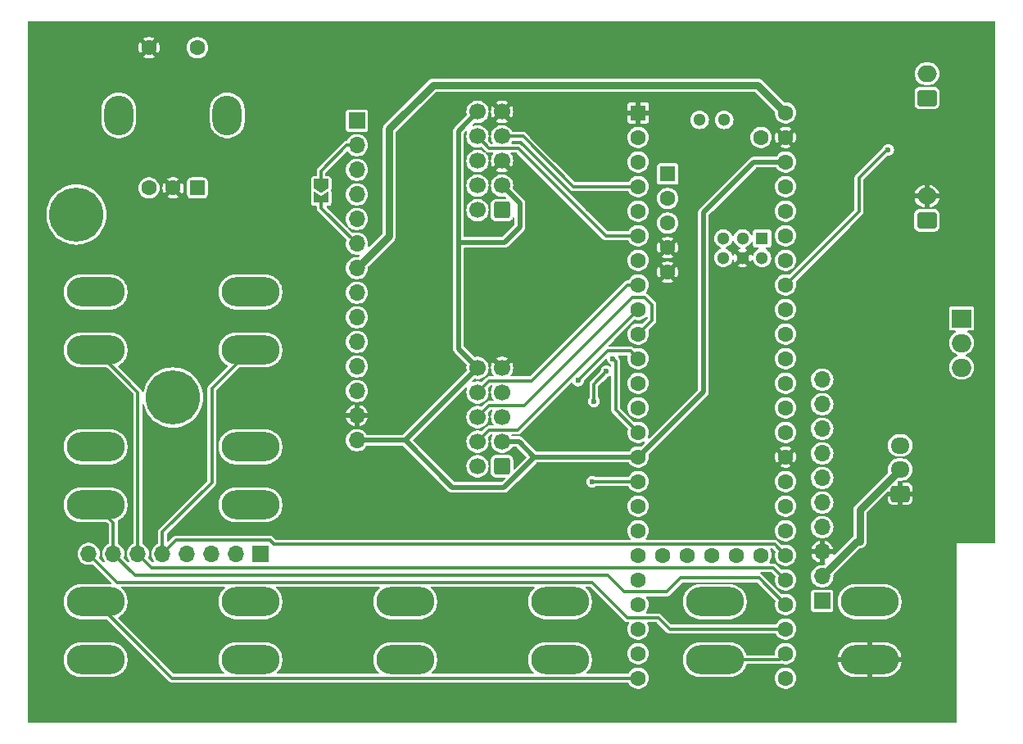
<source format=gbr>
%TF.GenerationSoftware,KiCad,Pcbnew,8.0.1*%
%TF.CreationDate,2024-04-21T23:41:19+02:00*%
%TF.ProjectId,PreciPSLoadFront,50726563-6950-4534-9c6f-616446726f6e,rev?*%
%TF.SameCoordinates,Original*%
%TF.FileFunction,Copper,L2,Bot*%
%TF.FilePolarity,Positive*%
%FSLAX46Y46*%
G04 Gerber Fmt 4.6, Leading zero omitted, Abs format (unit mm)*
G04 Created by KiCad (PCBNEW 8.0.1) date 2024-04-21 23:41:19*
%MOMM*%
%LPD*%
G01*
G04 APERTURE LIST*
G04 Aperture macros list*
%AMRoundRect*
0 Rectangle with rounded corners*
0 $1 Rounding radius*
0 $2 $3 $4 $5 $6 $7 $8 $9 X,Y pos of 4 corners*
0 Add a 4 corners polygon primitive as box body*
4,1,4,$2,$3,$4,$5,$6,$7,$8,$9,$2,$3,0*
0 Add four circle primitives for the rounded corners*
1,1,$1+$1,$2,$3*
1,1,$1+$1,$4,$5*
1,1,$1+$1,$6,$7*
1,1,$1+$1,$8,$9*
0 Add four rect primitives between the rounded corners*
20,1,$1+$1,$2,$3,$4,$5,0*
20,1,$1+$1,$4,$5,$6,$7,0*
20,1,$1+$1,$6,$7,$8,$9,0*
20,1,$1+$1,$8,$9,$2,$3,0*%
%AMFreePoly0*
4,1,6,1.000000,0.000000,0.500000,-0.750000,-0.500000,-0.750000,-0.500000,0.750000,0.500000,0.750000,1.000000,0.000000,1.000000,0.000000,$1*%
%AMFreePoly1*
4,1,6,0.500000,-0.750000,-0.650000,-0.750000,-0.150000,0.000000,-0.650000,0.750000,0.500000,0.750000,0.500000,-0.750000,0.500000,-0.750000,$1*%
G04 Aperture macros list end*
%TA.AperFunction,ComponentPad*%
%ADD10R,1.600000X1.600000*%
%TD*%
%TA.AperFunction,ComponentPad*%
%ADD11C,1.600000*%
%TD*%
%TA.AperFunction,ComponentPad*%
%ADD12R,1.300000X1.300000*%
%TD*%
%TA.AperFunction,ComponentPad*%
%ADD13C,1.300000*%
%TD*%
%TA.AperFunction,ComponentPad*%
%ADD14R,1.700000X1.700000*%
%TD*%
%TA.AperFunction,ComponentPad*%
%ADD15O,1.700000X1.700000*%
%TD*%
%TA.AperFunction,ComponentPad*%
%ADD16RoundRect,0.250000X0.725000X-0.600000X0.725000X0.600000X-0.725000X0.600000X-0.725000X-0.600000X0*%
%TD*%
%TA.AperFunction,ComponentPad*%
%ADD17O,1.950000X1.700000*%
%TD*%
%TA.AperFunction,SMDPad,CuDef*%
%ADD18FreePoly0,270.000000*%
%TD*%
%TA.AperFunction,SMDPad,CuDef*%
%ADD19FreePoly1,270.000000*%
%TD*%
%TA.AperFunction,ComponentPad*%
%ADD20RoundRect,0.250000X0.600000X0.600000X-0.600000X0.600000X-0.600000X-0.600000X0.600000X-0.600000X0*%
%TD*%
%TA.AperFunction,ComponentPad*%
%ADD21C,1.700000*%
%TD*%
%TA.AperFunction,ComponentPad*%
%ADD22RoundRect,0.250000X0.750000X-0.600000X0.750000X0.600000X-0.750000X0.600000X-0.750000X-0.600000X0*%
%TD*%
%TA.AperFunction,ComponentPad*%
%ADD23O,2.000000X1.700000*%
%TD*%
%TA.AperFunction,ComponentPad*%
%ADD24R,2.000000X1.905000*%
%TD*%
%TA.AperFunction,ComponentPad*%
%ADD25O,2.000000X1.905000*%
%TD*%
%TA.AperFunction,ComponentPad*%
%ADD26C,3.600000*%
%TD*%
%TA.AperFunction,ConnectorPad*%
%ADD27C,5.600000*%
%TD*%
%TA.AperFunction,ComponentPad*%
%ADD28O,6.000000X3.000000*%
%TD*%
%TA.AperFunction,ComponentPad*%
%ADD29RoundRect,0.250000X0.550000X-0.550000X0.550000X0.550000X-0.550000X0.550000X-0.550000X-0.550000X0*%
%TD*%
%TA.AperFunction,ComponentPad*%
%ADD30O,3.000000X4.100000*%
%TD*%
%TA.AperFunction,ViaPad*%
%ADD31C,0.800000*%
%TD*%
%TA.AperFunction,ViaPad*%
%ADD32C,0.600000*%
%TD*%
%TA.AperFunction,Conductor*%
%ADD33C,0.300000*%
%TD*%
%TA.AperFunction,Conductor*%
%ADD34C,0.750000*%
%TD*%
%TA.AperFunction,Conductor*%
%ADD35C,0.500000*%
%TD*%
G04 APERTURE END LIST*
D10*
%TO.P,U2,1,GND*%
%TO.N,GND*%
X113080000Y-34490000D03*
D11*
%TO.P,U2,2,0_RX1_CRX2_CS1*%
%TO.N,Rx1*%
X113080000Y-37030000D03*
%TO.P,U2,3,1_TX1_CTX2_MISO1*%
%TO.N,Tx1*%
X113080000Y-39570000D03*
%TO.P,U2,4,2_OUT2*%
%TO.N,ISO1 DataIn2*%
X113080000Y-42110000D03*
%TO.P,U2,5,3_LRCLK2*%
%TO.N,ISO1 DataOut2*%
X113080000Y-44650000D03*
%TO.P,U2,6,4_BCLK2*%
%TO.N,ISO1 DataIn1*%
X113080000Y-47190000D03*
%TO.P,U2,7,5_IN2*%
%TO.N,ISO1 DataOut1*%
X113080000Y-49730000D03*
%TO.P,U2,8,6_OUT1D*%
%TO.N,ISO2 DataIn1*%
X113080000Y-52270000D03*
%TO.P,U2,9,7_RX2_OUT1A*%
%TO.N,Rx2*%
X113080000Y-54810000D03*
%TO.P,U2,10,8_TX2_IN1*%
%TO.N,Tx2*%
X113080000Y-57350000D03*
%TO.P,U2,11,9_OUT1C*%
%TO.N,ISO2 DataIn2*%
X113080000Y-59890000D03*
%TO.P,U2,12,10_CS_MQSR*%
%TO.N,ISO2 DataOut1*%
X113080000Y-62430000D03*
%TO.P,U2,13,11_MOSI_CTX1*%
%TO.N,SDI*%
X113080000Y-64970000D03*
%TO.P,U2,14,12_MISO_MQSL*%
%TO.N,SDO*%
X113080000Y-67510000D03*
%TO.P,U2,15,3V3*%
%TO.N,+3V3*%
X113080000Y-70050000D03*
%TO.P,U2,16,24_A10_TX6_SCL2*%
%TO.N,ISO2 DataOut2*%
X113080000Y-72590000D03*
%TO.P,U2,17,25_A11_RX6_SDA2*%
%TO.N,D{slash}C*%
X113080000Y-75130000D03*
%TO.P,U2,18,26_A12_MOSI1*%
%TO.N,Reset*%
X113080000Y-77670000D03*
%TO.P,U2,19,27_A13_SCK1*%
%TO.N,CS*%
X113080000Y-80210000D03*
%TO.P,U2,20,28_RX7*%
%TO.N,R5*%
X113080000Y-82750000D03*
%TO.P,U2,21,29_TX7*%
%TO.N,R4*%
X113080000Y-85290000D03*
%TO.P,U2,22,30_CRX3*%
%TO.N,R3*%
X113080000Y-87830000D03*
%TO.P,U2,23,31_CTX3*%
%TO.N,R2*%
X113080000Y-90370000D03*
%TO.P,U2,24,32_OUT1B*%
%TO.N,R1*%
X113080000Y-92910000D03*
%TO.P,U2,25,33_MCLK2*%
%TO.N,Net-(U2-33_MCLK2)*%
X128320000Y-92910000D03*
%TO.P,U2,26,34_RX8*%
%TO.N,C5*%
X128320000Y-90370000D03*
%TO.P,U2,27,35_TX8*%
%TO.N,C1*%
X128320000Y-87830000D03*
%TO.P,U2,28,36_CS*%
%TO.N,C2*%
X128320000Y-85290000D03*
%TO.P,U2,29,37_CS*%
%TO.N,C3*%
X128320000Y-82750000D03*
%TO.P,U2,30,38_CS1_IN1*%
%TO.N,C4*%
X128320000Y-80210000D03*
%TO.P,U2,31,39_MISO1_OUT1A*%
%TO.N,Net-(J9-Pin_4)*%
X128320000Y-77670000D03*
%TO.P,U2,32,40_A16*%
%TO.N,Net-(J9-Pin_5)*%
X128320000Y-75130000D03*
%TO.P,U2,33,41_A17*%
%TO.N,Net-(J9-Pin_6)*%
X128320000Y-72590000D03*
%TO.P,U2,34,GND*%
%TO.N,GND*%
X128320000Y-70050000D03*
%TO.P,U2,35,13_SCK_LED*%
%TO.N,SCK*%
X128320000Y-67510000D03*
%TO.P,U2,36,14_A0_TX3_SPDIF_OUT*%
%TO.N,Net-(J9-Pin_7)*%
X128320000Y-64970000D03*
%TO.P,U2,37,15_A1_RX3_SPDIF_IN*%
%TO.N,Net-(J9-Pin_8)*%
X128320000Y-62430000D03*
%TO.P,U2,38,16_A2_RX4_SCL1*%
%TO.N,Net-(J9-Pin_9)*%
X128320000Y-59890000D03*
%TO.P,U2,39,17_A3_TX4_SDA1*%
%TO.N,Net-(J9-Pin_10)*%
X128320000Y-57350000D03*
%TO.P,U2,40,18_A4_SDA*%
%TO.N,T_CS*%
X128320000Y-54810000D03*
%TO.P,U2,41,19_A5_SCL*%
%TO.N,Fan*%
X128320000Y-52270000D03*
%TO.P,U2,42,20_A6_TX5_LRCLK1*%
%TO.N,T_IRQ*%
X128320000Y-49730000D03*
%TO.P,U2,43,21_A7_RX5_BCLK1*%
%TO.N,RotA*%
X128320000Y-47190000D03*
%TO.P,U2,44,22_A8_CTX1*%
%TO.N,RotB*%
X128320000Y-44650000D03*
%TO.P,U2,45,23_A9_CRX1_MCLK1*%
%TO.N,RotBTN*%
X128320000Y-42110000D03*
%TO.P,U2,46,3V3*%
%TO.N,+3V3*%
X128320000Y-39570000D03*
%TO.P,U2,47,GND*%
%TO.N,GND*%
X128320000Y-37030000D03*
%TO.P,U2,48,VIN*%
%TO.N,+5V*%
X128320000Y-34490000D03*
%TO.P,U2,49,VUSB*%
%TO.N,unconnected-(U2-VUSB-Pad49)*%
X125780000Y-37030000D03*
%TO.P,U2,50,VBAT*%
%TO.N,unconnected-(U2-VBAT-Pad50)*%
X115620000Y-80210000D03*
%TO.P,U2,51,3V3*%
%TO.N,+3V3*%
X118160000Y-80210000D03*
%TO.P,U2,52,GND*%
%TO.N,GND*%
X120700000Y-80210000D03*
%TO.P,U2,53,PROGRAM*%
%TO.N,unconnected-(U2-PROGRAM-Pad53)*%
X123240000Y-80210000D03*
%TO.P,U2,54,ON_OFF*%
%TO.N,unconnected-(U2-ON_OFF-Pad54)*%
X125780000Y-80210000D03*
D10*
%TO.P,U2,55,5V*%
%TO.N,unconnected-(U2-5V-Pad55)*%
X116130800Y-40789200D03*
D11*
%TO.P,U2,56,D-*%
%TO.N,unconnected-(U2-D--Pad56)*%
X116130800Y-43329200D03*
%TO.P,U2,57,D+*%
%TO.N,unconnected-(U2-D+-Pad57)*%
X116130800Y-45869200D03*
%TO.P,U2,58,GND*%
%TO.N,GND*%
X116130800Y-48409200D03*
%TO.P,U2,59,GND*%
X116130800Y-50949200D03*
D12*
%TO.P,U2,60,R+*%
%TO.N,unconnected-(U2-R+-Pad60)*%
X125881600Y-47460000D03*
D13*
%TO.P,U2,61,LED*%
%TO.N,unconnected-(U2-LED-Pad61)*%
X123881600Y-47460000D03*
%TO.P,U2,62,T-*%
%TO.N,unconnected-(U2-T--Pad62)*%
X121881600Y-47460000D03*
%TO.P,U2,63,T+*%
%TO.N,unconnected-(U2-T+-Pad63)*%
X121881600Y-49460000D03*
%TO.P,U2,64,GND*%
%TO.N,GND*%
X123881600Y-49460000D03*
%TO.P,U2,65,R-*%
%TO.N,unconnected-(U2-R--Pad65)*%
X125881600Y-49460000D03*
%TO.P,U2,66,D-*%
%TO.N,unconnected-(U2-D--Pad66)*%
X121970000Y-35220000D03*
%TO.P,U2,67,D+*%
%TO.N,unconnected-(U2-D+-Pad67)*%
X119430000Y-35220000D03*
%TD*%
D14*
%TO.P,J9,1,Pin_1*%
%TO.N,+5V*%
X132100000Y-84920000D03*
D15*
%TO.P,J9,2,Pin_2*%
%TO.N,+3V3*%
X132100000Y-82380000D03*
%TO.P,J9,3,Pin_3*%
%TO.N,GND*%
X132100000Y-79840000D03*
%TO.P,J9,4,Pin_4*%
%TO.N,Net-(J9-Pin_4)*%
X132100000Y-77300000D03*
%TO.P,J9,5,Pin_5*%
%TO.N,Net-(J9-Pin_5)*%
X132100000Y-74760000D03*
%TO.P,J9,6,Pin_6*%
%TO.N,Net-(J9-Pin_6)*%
X132100000Y-72220000D03*
%TO.P,J9,7,Pin_7*%
%TO.N,Net-(J9-Pin_7)*%
X132100000Y-69680000D03*
%TO.P,J9,8,Pin_8*%
%TO.N,Net-(J9-Pin_8)*%
X132100000Y-67140000D03*
%TO.P,J9,9,Pin_9*%
%TO.N,Net-(J9-Pin_9)*%
X132100000Y-64600000D03*
%TO.P,J9,10,Pin_10*%
%TO.N,Net-(J9-Pin_10)*%
X132100000Y-62060000D03*
%TD*%
D16*
%TO.P,J7,1,Pin_1*%
%TO.N,GND*%
X140150000Y-73850000D03*
D17*
%TO.P,J7,2,Pin_2*%
%TO.N,+3V3*%
X140150000Y-71350000D03*
%TO.P,J7,3,Pin_3*%
%TO.N,+5V*%
X140150000Y-68850000D03*
%TD*%
D18*
%TO.P,JP1,1,A*%
%TO.N,T_OUT*%
X80300000Y-41825000D03*
D19*
%TO.P,JP1,2,B*%
%TO.N,Net-(J4-Pin_6)*%
X80300000Y-43275000D03*
%TD*%
D20*
%TO.P,J1,1,Pin_1*%
%TO.N,ISO1 DataOut1*%
X99000000Y-44540000D03*
D21*
%TO.P,J1,2,Pin_2*%
%TO.N,ISO1 DataOut2*%
X96460000Y-44540000D03*
%TO.P,J1,3,Pin_3*%
%TO.N,+3V3*%
X99000000Y-42000000D03*
%TO.P,J1,4,Pin_4*%
%TO.N,Rx1*%
X96460000Y-42000000D03*
%TO.P,J1,5,Pin_5*%
%TO.N,GND*%
X99000000Y-39460000D03*
%TO.P,J1,6,Pin_6*%
%TO.N,Tx1*%
X96460000Y-39460000D03*
%TO.P,J1,7,Pin_7*%
%TO.N,ISO1 DataIn2*%
X99000000Y-36920000D03*
%TO.P,J1,8,Pin_8*%
%TO.N,ISO1 DataIn1*%
X96460000Y-36920000D03*
%TO.P,J1,9,Pin_9*%
%TO.N,GND*%
X99000000Y-34380000D03*
%TO.P,J1,10,Pin_10*%
%TO.N,+3V3*%
X96460000Y-34380000D03*
%TD*%
D22*
%TO.P,J6,1,Pin_1*%
%TO.N,+12V*%
X142912500Y-45600000D03*
D23*
%TO.P,J6,2,Pin_2*%
%TO.N,GND*%
X142912500Y-43100000D03*
%TD*%
D24*
%TO.P,U3,1,ADJ*%
%TO.N,Net-(D3-A)*%
X146492500Y-55735000D03*
D25*
%TO.P,U3,2,VO*%
%TO.N,+5V*%
X146492500Y-58275000D03*
%TO.P,U3,3,VI*%
%TO.N,+12V*%
X146492500Y-60815000D03*
%TD*%
D26*
%TO.P,REF\u002A\u002A,1*%
%TO.N,N/C*%
X55000000Y-45000000D03*
D27*
X55000000Y-45000000D03*
%TD*%
D22*
%TO.P,J3,1,Pin_1*%
%TO.N,Net-(D1-A)*%
X142937500Y-32950000D03*
D23*
%TO.P,J3,2,Pin_2*%
%TO.N,+12V*%
X142937500Y-30450000D03*
%TD*%
D14*
%TO.P,J5,1,Pin_1*%
%TO.N,R4*%
X74050000Y-80050000D03*
D15*
%TO.P,J5,2,Pin_2*%
%TO.N,R3*%
X71510000Y-80050000D03*
%TO.P,J5,3,Pin_3*%
%TO.N,R2*%
X68970000Y-80050000D03*
%TO.P,J5,4,Pin_4*%
%TO.N,R1*%
X66430000Y-80050000D03*
%TO.P,J5,5,Pin_5*%
%TO.N,C4*%
X63890000Y-80050000D03*
%TO.P,J5,6,Pin_6*%
%TO.N,C3*%
X61350000Y-80050000D03*
%TO.P,J5,7,Pin_7*%
%TO.N,C2*%
X58810000Y-80050000D03*
%TO.P,J5,8,Pin_8*%
%TO.N,C1*%
X56270000Y-80050000D03*
%TD*%
D20*
%TO.P,J2,1,Pin_1*%
%TO.N,ISO2 DataOut1*%
X99000000Y-71000000D03*
D21*
%TO.P,J2,2,Pin_2*%
%TO.N,ISO2 DataOut2*%
X96460000Y-71000000D03*
%TO.P,J2,3,Pin_3*%
%TO.N,+3V3*%
X99000000Y-68460000D03*
%TO.P,J2,4,Pin_4*%
%TO.N,Rx2*%
X96460000Y-68460000D03*
%TO.P,J2,5,Pin_5*%
%TO.N,GND*%
X99000000Y-65920000D03*
%TO.P,J2,6,Pin_6*%
%TO.N,Tx2*%
X96460000Y-65920000D03*
%TO.P,J2,7,Pin_7*%
%TO.N,ISO2 DataIn2*%
X99000000Y-63380000D03*
%TO.P,J2,8,Pin_8*%
%TO.N,ISO2 DataIn1*%
X96460000Y-63380000D03*
%TO.P,J2,9,Pin_9*%
%TO.N,GND*%
X99000000Y-60840000D03*
%TO.P,J2,10,Pin_10*%
%TO.N,+3V3*%
X96460000Y-60840000D03*
%TD*%
D26*
%TO.P,REF\u002A\u002A,1*%
%TO.N,N/C*%
X65000000Y-63900000D03*
D27*
X65000000Y-63900000D03*
%TD*%
D28*
%TO.P,SW4,1,1*%
%TO.N,R4*%
X105000000Y-85000000D03*
%TO.P,SW4,2,2*%
%TO.N,C5*%
X105000000Y-91000000D03*
%TD*%
%TO.P,SW9,1,1*%
%TO.N,R5*%
X73000000Y-53000000D03*
%TO.P,SW9,2,2*%
%TO.N,C4*%
X73000000Y-59000000D03*
%TD*%
%TO.P,SW7,1,1*%
%TO.N,R5*%
X57000000Y-69000000D03*
%TO.P,SW7,2,2*%
%TO.N,C2*%
X57000000Y-75000000D03*
%TD*%
D29*
%TO.P,SW10,A,A*%
%TO.N,Net-(R3-Pad2)*%
X67500000Y-42250000D03*
D11*
%TO.P,SW10,B,B*%
%TO.N,Net-(R4-Pad1)*%
X62500000Y-42250000D03*
%TO.P,SW10,C,C*%
%TO.N,GND*%
X65000000Y-42250000D03*
%TO.P,SW10,S1,S1*%
%TO.N,Net-(R7-Pad2)*%
X67500000Y-27750000D03*
%TO.P,SW10,S2,S2*%
%TO.N,GND*%
X62500000Y-27750000D03*
D30*
%TO.P,SW10,SH*%
%TO.N,N/C*%
X59400000Y-34750000D03*
X70600000Y-34750000D03*
%TD*%
D28*
%TO.P,SW11,1,1*%
%TO.N,Net-(U2-33_MCLK2)*%
X137000000Y-85000000D03*
%TO.P,SW11,2,2*%
%TO.N,GND*%
X137000000Y-91000000D03*
%TD*%
%TO.P,SW3,1,1*%
%TO.N,R3*%
X89000000Y-85000000D03*
%TO.P,SW3,2,2*%
%TO.N,C5*%
X89000000Y-91000000D03*
%TD*%
D14*
%TO.P,J4,1,Pin_1*%
%TO.N,T_IRQ*%
X84000000Y-35300000D03*
D15*
%TO.P,J4,2,Pin_2*%
%TO.N,T_OUT*%
X84000000Y-37840000D03*
%TO.P,J4,3,Pin_3*%
%TO.N,T_DIN*%
X84000000Y-40380000D03*
%TO.P,J4,4,Pin_4*%
%TO.N,T_CS*%
X84000000Y-42920000D03*
%TO.P,J4,5,Pin_5*%
%TO.N,T_CLK*%
X84000000Y-45460000D03*
%TO.P,J4,6,Pin_6*%
%TO.N,Net-(J4-Pin_6)*%
X84000000Y-48000000D03*
%TO.P,J4,7,Pin_7*%
%TO.N,+5V*%
X84000000Y-50540000D03*
%TO.P,J4,8,Pin_8*%
%TO.N,Net-(J4-Pin_8)*%
X84000000Y-53080000D03*
%TO.P,J4,9,Pin_9*%
%TO.N,Net-(J4-Pin_9)*%
X84000000Y-55620000D03*
%TO.P,J4,10,Pin_10*%
%TO.N,Net-(J4-Pin_10)*%
X84000000Y-58160000D03*
%TO.P,J4,11,Pin_11*%
%TO.N,Net-(J4-Pin_11)*%
X84000000Y-60700000D03*
%TO.P,J4,12,Pin_12*%
%TO.N,Net-(J4-Pin_12)*%
X84000000Y-63240000D03*
%TO.P,J4,13,Pin_13*%
%TO.N,GND*%
X84000000Y-65780000D03*
%TO.P,J4,14,Pin_14*%
%TO.N,+3V3*%
X84000000Y-68320000D03*
%TD*%
D28*
%TO.P,SW5,1,1*%
%TO.N,R5*%
X121000000Y-85000000D03*
%TO.P,SW5,2,2*%
%TO.N,C5*%
X121000000Y-91000000D03*
%TD*%
%TO.P,SW1,1,1*%
%TO.N,R1*%
X57000000Y-85000000D03*
%TO.P,SW1,2,2*%
%TO.N,C5*%
X57000000Y-91000000D03*
%TD*%
%TO.P,SW2,1,1*%
%TO.N,R2*%
X73000000Y-85000000D03*
%TO.P,SW2,2,2*%
%TO.N,C5*%
X73000000Y-91000000D03*
%TD*%
%TO.P,SW6,1,1*%
%TO.N,R5*%
X73000000Y-69000000D03*
%TO.P,SW6,2,2*%
%TO.N,C1*%
X73000000Y-75000000D03*
%TD*%
%TO.P,SW8,1,1*%
%TO.N,R5*%
X57000000Y-53000000D03*
%TO.P,SW8,2,2*%
%TO.N,C3*%
X57000000Y-59000000D03*
%TD*%
D31*
%TO.N,GND*%
X105900000Y-54700000D03*
X101800000Y-50700000D03*
X87500000Y-32700000D03*
X93300000Y-33500000D03*
X125500000Y-58600000D03*
X130500000Y-56800000D03*
X138300000Y-81600000D03*
X134600000Y-74400000D03*
X136700000Y-47900000D03*
X74600000Y-64100000D03*
X95900000Y-85100000D03*
X65700000Y-87100000D03*
X81500000Y-85700000D03*
X101800000Y-59800000D03*
X108500000Y-67200000D03*
X103000000Y-67200000D03*
X105700000Y-64800000D03*
X108000000Y-39500000D03*
X102000000Y-42100000D03*
X106700000Y-46400000D03*
X110400000Y-50700000D03*
X108200000Y-52100000D03*
X103300000Y-46800000D03*
X99000000Y-51500000D03*
X96200000Y-51200000D03*
X92200000Y-51200000D03*
X87000000Y-51200000D03*
X89000000Y-47500000D03*
X85600000Y-39200000D03*
X85900000Y-45500000D03*
X77500000Y-41300000D03*
X81000000Y-37100000D03*
X89500000Y-42000000D03*
X90000000Y-37400000D03*
X92500000Y-37200000D03*
X92800000Y-44200000D03*
X102000000Y-34800000D03*
X110000000Y-34900000D03*
X135600000Y-67100000D03*
X132300000Y-50200000D03*
X139800000Y-47100000D03*
X138700000Y-42400000D03*
X134900000Y-38800000D03*
X131300000Y-34900000D03*
X130500000Y-42300000D03*
X130600000Y-47700000D03*
X133000000Y-52200000D03*
X131100000Y-89100000D03*
X125600000Y-89700000D03*
X116300000Y-89700000D03*
X116100000Y-85700000D03*
X125800000Y-84800000D03*
X123600000Y-44900000D03*
X124700000Y-33900000D03*
X122000000Y-33500000D03*
X116000000Y-37300000D03*
X119500000Y-41500000D03*
X117900000Y-45700000D03*
X118000000Y-52100000D03*
X121400000Y-51900000D03*
X125500000Y-51900000D03*
X126700000Y-53800000D03*
X121500000Y-55000000D03*
X118100000Y-54800000D03*
X115900000Y-54900000D03*
X115400000Y-62000000D03*
X115600000Y-57600000D03*
X118500000Y-57800000D03*
X118300000Y-62300000D03*
X122300000Y-62200000D03*
X126100000Y-63300000D03*
X115300000Y-65100000D03*
X118900000Y-67100000D03*
X125300000Y-67000000D03*
X126400000Y-77000000D03*
X126200000Y-70800000D03*
X120000000Y-77500000D03*
X116200000Y-70600000D03*
X115900000Y-77100000D03*
X115500000Y-75200000D03*
X93000000Y-77200000D03*
X87500000Y-71100000D03*
X106700000Y-75300000D03*
X99200000Y-75100000D03*
X94200000Y-70400000D03*
X94100000Y-65500000D03*
X92100000Y-60200000D03*
X86500000Y-65400000D03*
X78200000Y-71600000D03*
X84700000Y-76900000D03*
X77600000Y-76800000D03*
X63100000Y-76500000D03*
X67800000Y-77400000D03*
X72400000Y-72100000D03*
X65200000Y-71400000D03*
X65000000Y-67800000D03*
X65300000Y-55800000D03*
X60600000Y-46900000D03*
X69500000Y-47200000D03*
X72200000Y-40100000D03*
X72300000Y-44200000D03*
X76500000Y-31700000D03*
X69800000Y-30700000D03*
X67700000Y-34200000D03*
X62400000Y-34000000D03*
X79800000Y-63700000D03*
X81500000Y-63700000D03*
X143500000Y-65400000D03*
X141000000Y-65600000D03*
X137200000Y-63500000D03*
X140200000Y-51900000D03*
X140600000Y-35700000D03*
X147500000Y-65000000D03*
X147500000Y-67500000D03*
X147500000Y-75000000D03*
X142500000Y-80000000D03*
X142500000Y-85000000D03*
X142500000Y-90000000D03*
X142500000Y-95000000D03*
X137500000Y-95000000D03*
X132500000Y-95000000D03*
X127500000Y-95000000D03*
X122500000Y-95000000D03*
X117500000Y-95000000D03*
X112500000Y-95000000D03*
X107500000Y-95000000D03*
X102500000Y-95000000D03*
X97500000Y-95000000D03*
X92500000Y-95000000D03*
X87500000Y-95000000D03*
X82500000Y-95000000D03*
X77500000Y-95000000D03*
X72500000Y-95000000D03*
X67500000Y-95000000D03*
X62500000Y-95000000D03*
X57500000Y-95000000D03*
X52500000Y-95000000D03*
X52500000Y-92500000D03*
X52500000Y-87500000D03*
X52500000Y-82500000D03*
X52500000Y-77500000D03*
X52500000Y-72500000D03*
X52500000Y-67500000D03*
X52500000Y-62500000D03*
X52500000Y-57500000D03*
X52500000Y-52500000D03*
X52600000Y-48600000D03*
X52500000Y-41000000D03*
X52500000Y-37500000D03*
X52500000Y-32500000D03*
X52500000Y-27500000D03*
X57500000Y-27500000D03*
X65000000Y-27500000D03*
X77500000Y-27500000D03*
X82500000Y-27500000D03*
X87500000Y-27500000D03*
X92500000Y-27500000D03*
X97500000Y-27500000D03*
X102500000Y-27500000D03*
X107500000Y-27500000D03*
X112500000Y-27500000D03*
X117500000Y-27500000D03*
X122500000Y-27500000D03*
X127500000Y-27500000D03*
X132500000Y-27500000D03*
X137500000Y-27500000D03*
X142500000Y-27500000D03*
X147500000Y-27500000D03*
D32*
%TO.N,SDO*%
X110475000Y-59925000D03*
%TO.N,ISO2 DataOut1*%
X109800000Y-61200000D03*
X108500000Y-64300000D03*
%TO.N,ISO2 DataIn2*%
X106850000Y-62150000D03*
%TO.N,ISO2 DataOut2*%
X108300000Y-72600000D03*
%TO.N,Fan*%
X138925000Y-38300000D03*
%TD*%
D33*
%TO.N,C3*%
X127070000Y-81500000D02*
X128320000Y-82750000D01*
X62800000Y-81500000D02*
X127070000Y-81500000D01*
X61350000Y-80050000D02*
X62800000Y-81500000D01*
%TO.N,C2*%
X125580000Y-82550000D02*
X128320000Y-85290000D01*
X117500000Y-82550000D02*
X125580000Y-82550000D01*
X111650000Y-84000000D02*
X116050000Y-84000000D01*
X116050000Y-84000000D02*
X117500000Y-82550000D01*
X109950000Y-82300000D02*
X111650000Y-84000000D01*
X58810000Y-80050000D02*
X61060000Y-82300000D01*
X61060000Y-82300000D02*
X109950000Y-82300000D01*
%TO.N,C1*%
X116330000Y-87830000D02*
X128320000Y-87830000D01*
X111958148Y-86658148D02*
X115158148Y-86658148D01*
X108300000Y-83000000D02*
X111958148Y-86658148D01*
X59220000Y-83000000D02*
X108300000Y-83000000D01*
X56270000Y-80050000D02*
X59220000Y-83000000D01*
X115158148Y-86658148D02*
X116330000Y-87830000D01*
D34*
%TO.N,+3V3*%
X135680000Y-78800000D02*
X132100000Y-82380000D01*
X136000000Y-78800000D02*
X135680000Y-78800000D01*
X140150000Y-71350000D02*
X136000000Y-75500000D01*
X136000000Y-75500000D02*
X136000000Y-78800000D01*
D33*
%TO.N,SDO*%
X110750000Y-65180000D02*
X113080000Y-67510000D01*
X110750000Y-60200000D02*
X110750000Y-65180000D01*
X110475000Y-59925000D02*
X110750000Y-60200000D01*
%TO.N,T_OUT*%
X82960000Y-37840000D02*
X84000000Y-37840000D01*
X80300000Y-40500000D02*
X82960000Y-37840000D01*
X80300000Y-41825000D02*
X80300000Y-40500000D01*
%TO.N,Net-(J4-Pin_6)*%
X84000000Y-48000000D02*
X80300000Y-44300000D01*
X80300000Y-44300000D02*
X80300000Y-43275000D01*
%TO.N,Fan*%
X135900000Y-44690000D02*
X128320000Y-52270000D01*
X138800000Y-38300000D02*
X135900000Y-41200000D01*
X135900000Y-41200000D02*
X135900000Y-44690000D01*
X138925000Y-38300000D02*
X138800000Y-38300000D01*
D35*
%TO.N,+3V3*%
X125030000Y-39570000D02*
X128320000Y-39570000D01*
X119800000Y-63330000D02*
X119800000Y-44800000D01*
X119800000Y-44800000D02*
X125030000Y-39570000D01*
X113080000Y-70050000D02*
X119800000Y-63330000D01*
D33*
%TO.N,Rx2*%
X96460000Y-68460000D02*
X97660000Y-67260000D01*
X97660000Y-67260000D02*
X100630000Y-67260000D01*
X100630000Y-67260000D02*
X113080000Y-54810000D01*
D35*
%TO.N,+3V3*%
X99250000Y-47850000D02*
X94500000Y-47850000D01*
X94500000Y-36340000D02*
X96460000Y-34380000D01*
X94500000Y-50600000D02*
X94500000Y-36340000D01*
X94500000Y-58880000D02*
X94500000Y-50600000D01*
X93860000Y-73200000D02*
X88980000Y-68320000D01*
X94500000Y-47850000D02*
X94500000Y-50600000D01*
X96460000Y-60840000D02*
X94500000Y-58880000D01*
X88980000Y-68320000D02*
X96460000Y-60840000D01*
X99200000Y-73200000D02*
X93860000Y-73200000D01*
X102350000Y-70050000D02*
X99200000Y-73200000D01*
X84000000Y-68320000D02*
X88980000Y-68320000D01*
X100850000Y-46250000D02*
X99250000Y-47850000D01*
X100760000Y-68460000D02*
X99000000Y-68460000D01*
X102350000Y-70050000D02*
X100760000Y-68460000D01*
X99000000Y-42000000D02*
X100850000Y-43850000D01*
X113080000Y-70050000D02*
X102350000Y-70050000D01*
X100850000Y-43850000D02*
X100850000Y-46250000D01*
D33*
%TO.N,Tx2*%
X113080000Y-57350000D02*
X114500000Y-55930000D01*
X114500000Y-55930000D02*
X114500000Y-54300000D01*
X113750000Y-53550000D02*
X112450000Y-53550000D01*
X101280000Y-64720000D02*
X97660000Y-64720000D01*
X97660000Y-64720000D02*
X96460000Y-65920000D01*
X112450000Y-53550000D02*
X101280000Y-64720000D01*
X114500000Y-54300000D02*
X113750000Y-53550000D01*
%TO.N,ISO1 DataIn1*%
X100686447Y-38150000D02*
X109726447Y-47190000D01*
X97690000Y-38150000D02*
X100686447Y-38150000D01*
X96460000Y-36920000D02*
X97690000Y-38150000D01*
X109726447Y-47190000D02*
X113080000Y-47190000D01*
%TO.N,C2*%
X58810000Y-80050000D02*
X58810000Y-76810000D01*
X58810000Y-76810000D02*
X57000000Y-75000000D01*
%TO.N,R1*%
X64910000Y-92910000D02*
X57000000Y-85000000D01*
X113080000Y-92910000D02*
X64910000Y-92910000D01*
%TO.N,ISO1 DataIn2*%
X113080000Y-42110000D02*
X106360000Y-42110000D01*
X101170000Y-36920000D02*
X99000000Y-36920000D01*
X106360000Y-42110000D02*
X101170000Y-36920000D01*
%TO.N,ISO2 DataOut1*%
X108500000Y-62500000D02*
X109800000Y-61200000D01*
X108500000Y-64300000D02*
X108500000Y-62500000D01*
%TO.N,ISO2 DataIn2*%
X112280001Y-59090001D02*
X113080000Y-59890000D01*
X106850000Y-62150000D02*
X109909999Y-59090001D01*
X109909999Y-59090001D02*
X112280001Y-59090001D01*
%TO.N,ISO2 DataIn1*%
X111948630Y-52270000D02*
X113080000Y-52270000D01*
X96460000Y-63380000D02*
X97660000Y-62180000D01*
X97660000Y-62180000D02*
X102038630Y-62180000D01*
X102038630Y-62180000D02*
X111948630Y-52270000D01*
%TO.N,ISO2 DataOut2*%
X108300000Y-72600000D02*
X108310000Y-72590000D01*
X108310000Y-72590000D02*
X113080000Y-72590000D01*
%TO.N,C4*%
X63890000Y-80050000D02*
X65280000Y-78660000D01*
X65280000Y-78660000D02*
X75010000Y-78660000D01*
X75010000Y-78660000D02*
X75400000Y-79050000D01*
X127160000Y-79050000D02*
X128320000Y-80210000D01*
X69000000Y-72700000D02*
X69000000Y-63000000D01*
X63890000Y-80050000D02*
X63890000Y-77810000D01*
X75400000Y-79050000D02*
X127160000Y-79050000D01*
X69000000Y-63000000D02*
X73000000Y-59000000D01*
X63890000Y-77810000D02*
X69000000Y-72700000D01*
%TO.N,C3*%
X61350000Y-63350000D02*
X57000000Y-59000000D01*
X61350000Y-80050000D02*
X61350000Y-63350000D01*
%TO.N,C5*%
X121000000Y-91000000D02*
X127690000Y-91000000D01*
X127690000Y-91000000D02*
X128320000Y-90370000D01*
D34*
%TO.N,+5V*%
X91900000Y-31600000D02*
X125430000Y-31600000D01*
X84000000Y-50540000D02*
X87350000Y-47190000D01*
X87350000Y-47190000D02*
X87350000Y-36150000D01*
X87350000Y-36150000D02*
X91900000Y-31600000D01*
X125430000Y-31600000D02*
X128320000Y-34490000D01*
%TD*%
%TA.AperFunction,Conductor*%
%TO.N,GND*%
G36*
X97986266Y-62649407D02*
G01*
X98022230Y-62698907D01*
X98022230Y-62760093D01*
X98016696Y-62773628D01*
X97924787Y-62958209D01*
X97922595Y-62962611D01*
X97917063Y-62982053D01*
X97864244Y-63167688D01*
X97850874Y-63311980D01*
X97844571Y-63380000D01*
X97864244Y-63592310D01*
X97922595Y-63797389D01*
X98017634Y-63988255D01*
X98092973Y-64088019D01*
X98110206Y-64110839D01*
X98130185Y-64168670D01*
X98112356Y-64227201D01*
X98063529Y-64264073D01*
X98031202Y-64269500D01*
X97600691Y-64269500D01*
X97543402Y-64284850D01*
X97486112Y-64300201D01*
X97442695Y-64325267D01*
X97442696Y-64325268D01*
X97384435Y-64358905D01*
X97364119Y-64363223D01*
X97345938Y-64396958D01*
X96935708Y-64807188D01*
X96881191Y-64834965D01*
X96829942Y-64829499D01*
X96776197Y-64808678D01*
X96566610Y-64769500D01*
X96353390Y-64769500D01*
X96143804Y-64808678D01*
X95944980Y-64885702D01*
X95944975Y-64885705D01*
X95763699Y-64997946D01*
X95763692Y-64997952D01*
X95606135Y-65141586D01*
X95606131Y-65141589D01*
X95606128Y-65141593D01*
X95606125Y-65141597D01*
X95477635Y-65311743D01*
X95477630Y-65311752D01*
X95382596Y-65502608D01*
X95382595Y-65502611D01*
X95377063Y-65522053D01*
X95324244Y-65707688D01*
X95304571Y-65920000D01*
X95320864Y-66095839D01*
X95324244Y-66132310D01*
X95382595Y-66337389D01*
X95477634Y-66528255D01*
X95606128Y-66698407D01*
X95651760Y-66740006D01*
X95763692Y-66842047D01*
X95763699Y-66842053D01*
X95801191Y-66865267D01*
X95944981Y-66954298D01*
X96143802Y-67031321D01*
X96353390Y-67070500D01*
X96566610Y-67070500D01*
X96776198Y-67031321D01*
X96975019Y-66954298D01*
X97156302Y-66842052D01*
X97209240Y-66793792D01*
X97243949Y-66778080D01*
X97244494Y-66772901D01*
X97268236Y-66740009D01*
X97313872Y-66698407D01*
X97442366Y-66528255D01*
X97537405Y-66337389D01*
X97595756Y-66132310D01*
X97615429Y-65920000D01*
X97595756Y-65707690D01*
X97548250Y-65540726D01*
X97550511Y-65479587D01*
X97573465Y-65443636D01*
X97817607Y-65199496D01*
X97872123Y-65171719D01*
X97887610Y-65170500D01*
X97928634Y-65170500D01*
X97986825Y-65189407D01*
X98022789Y-65238907D01*
X98022789Y-65300093D01*
X98017255Y-65313628D01*
X97923064Y-65502789D01*
X97864738Y-65707783D01*
X97845073Y-65920000D01*
X97864738Y-66132216D01*
X97923064Y-66337210D01*
X98018057Y-66527983D01*
X98018067Y-66527999D01*
X98110832Y-66650839D01*
X98130812Y-66708670D01*
X98112984Y-66767200D01*
X98064157Y-66804073D01*
X98031829Y-66809500D01*
X97600691Y-66809500D01*
X97543402Y-66824850D01*
X97486112Y-66840201D01*
X97442695Y-66865267D01*
X97442696Y-66865268D01*
X97384435Y-66898905D01*
X97364119Y-66903223D01*
X97345938Y-66936958D01*
X96935708Y-67347188D01*
X96881191Y-67374965D01*
X96829942Y-67369499D01*
X96776197Y-67348678D01*
X96566610Y-67309500D01*
X96353390Y-67309500D01*
X96143804Y-67348678D01*
X95944980Y-67425702D01*
X95944975Y-67425705D01*
X95763699Y-67537946D01*
X95763692Y-67537952D01*
X95606135Y-67681586D01*
X95606131Y-67681589D01*
X95606128Y-67681593D01*
X95606125Y-67681597D01*
X95477635Y-67851743D01*
X95477630Y-67851752D01*
X95382596Y-68042608D01*
X95382595Y-68042611D01*
X95377063Y-68062053D01*
X95324244Y-68247688D01*
X95321708Y-68275054D01*
X95304571Y-68460000D01*
X95324244Y-68672310D01*
X95382595Y-68877389D01*
X95477634Y-69068255D01*
X95606128Y-69238407D01*
X95664518Y-69291637D01*
X95763692Y-69382047D01*
X95763699Y-69382053D01*
X95843270Y-69431321D01*
X95944981Y-69494298D01*
X96143802Y-69571321D01*
X96353390Y-69610500D01*
X96566610Y-69610500D01*
X96776198Y-69571321D01*
X96975019Y-69494298D01*
X97156302Y-69382052D01*
X97313872Y-69238407D01*
X97442366Y-69068255D01*
X97537405Y-68877389D01*
X97595756Y-68672310D01*
X97615429Y-68460000D01*
X97595756Y-68247690D01*
X97548250Y-68080726D01*
X97550511Y-68019587D01*
X97573465Y-67983636D01*
X97817607Y-67739496D01*
X97872123Y-67711719D01*
X97887610Y-67710500D01*
X97928075Y-67710500D01*
X97986266Y-67729407D01*
X98022230Y-67778907D01*
X98022230Y-67840093D01*
X98016696Y-67853628D01*
X97930212Y-68027314D01*
X97922595Y-68042611D01*
X97917063Y-68062053D01*
X97864244Y-68247688D01*
X97861708Y-68275054D01*
X97844571Y-68460000D01*
X97864244Y-68672310D01*
X97922595Y-68877389D01*
X98017634Y-69068255D01*
X98146128Y-69238407D01*
X98204518Y-69291637D01*
X98303692Y-69382047D01*
X98303699Y-69382053D01*
X98383270Y-69431321D01*
X98484981Y-69494298D01*
X98683802Y-69571321D01*
X98893390Y-69610500D01*
X99106610Y-69610500D01*
X99316198Y-69571321D01*
X99515019Y-69494298D01*
X99696302Y-69382052D01*
X99853872Y-69238407D01*
X99982366Y-69068255D01*
X99983804Y-69065368D01*
X99984748Y-69064406D01*
X99984775Y-69064363D01*
X99984784Y-69064369D01*
X100026669Y-69021707D01*
X100072423Y-69010500D01*
X100490967Y-69010500D01*
X100549158Y-69029407D01*
X100560971Y-69039496D01*
X101501470Y-69979995D01*
X101529247Y-70034512D01*
X101519676Y-70094944D01*
X101501470Y-70120003D01*
X100319504Y-71301970D01*
X100264987Y-71329747D01*
X100204555Y-71320176D01*
X100161290Y-71276911D01*
X100150500Y-71231966D01*
X100150500Y-70356899D01*
X100150499Y-70356893D01*
X100139877Y-70268436D01*
X100084361Y-70127658D01*
X99992922Y-70007078D01*
X99872342Y-69915639D01*
X99872341Y-69915638D01*
X99872339Y-69915637D01*
X99731565Y-69860123D01*
X99643106Y-69849500D01*
X99643102Y-69849500D01*
X98356898Y-69849500D01*
X98356893Y-69849500D01*
X98268434Y-69860123D01*
X98127660Y-69915637D01*
X98127656Y-69915640D01*
X98007081Y-70007075D01*
X98007075Y-70007081D01*
X97915640Y-70127656D01*
X97915637Y-70127660D01*
X97860123Y-70268434D01*
X97849500Y-70356893D01*
X97849500Y-71643106D01*
X97860123Y-71731565D01*
X97915637Y-71872339D01*
X97915638Y-71872341D01*
X97915639Y-71872342D01*
X98007078Y-71992922D01*
X98127658Y-72084361D01*
X98127659Y-72084361D01*
X98127660Y-72084362D01*
X98196023Y-72111321D01*
X98268436Y-72139877D01*
X98356898Y-72150500D01*
X99231967Y-72150500D01*
X99290158Y-72169407D01*
X99326122Y-72218907D01*
X99326122Y-72280093D01*
X99301971Y-72319504D01*
X99000971Y-72620504D01*
X98946454Y-72648281D01*
X98930967Y-72649500D01*
X94129033Y-72649500D01*
X94070842Y-72630593D01*
X94059029Y-72620504D01*
X92438525Y-71000000D01*
X95304571Y-71000000D01*
X95324244Y-71212311D01*
X95337657Y-71259450D01*
X95382595Y-71417389D01*
X95477634Y-71608255D01*
X95606128Y-71778407D01*
X95676734Y-71842773D01*
X95763692Y-71922047D01*
X95763699Y-71922053D01*
X95813666Y-71952991D01*
X95944981Y-72034298D01*
X96143802Y-72111321D01*
X96353390Y-72150500D01*
X96566610Y-72150500D01*
X96776198Y-72111321D01*
X96975019Y-72034298D01*
X97156302Y-71922052D01*
X97313872Y-71778407D01*
X97442366Y-71608255D01*
X97537405Y-71417389D01*
X97595756Y-71212310D01*
X97615429Y-71000000D01*
X97595756Y-70787690D01*
X97537405Y-70582611D01*
X97442366Y-70391745D01*
X97313872Y-70221593D01*
X97174946Y-70094944D01*
X97156307Y-70077952D01*
X97156300Y-70077946D01*
X96975024Y-69965705D01*
X96975019Y-69965702D01*
X96785573Y-69892311D01*
X96776198Y-69888679D01*
X96776197Y-69888678D01*
X96776195Y-69888678D01*
X96566610Y-69849500D01*
X96353390Y-69849500D01*
X96143804Y-69888678D01*
X95944980Y-69965702D01*
X95944975Y-69965705D01*
X95763699Y-70077946D01*
X95763692Y-70077952D01*
X95606135Y-70221586D01*
X95606131Y-70221589D01*
X95606128Y-70221593D01*
X95606125Y-70221597D01*
X95477635Y-70391743D01*
X95477630Y-70391752D01*
X95423594Y-70500273D01*
X95382595Y-70582611D01*
X95377063Y-70602053D01*
X95324244Y-70787688D01*
X95304571Y-71000000D01*
X92438525Y-71000000D01*
X89828528Y-68390003D01*
X89800751Y-68335486D01*
X89810322Y-68275054D01*
X89828522Y-68250002D01*
X95219390Y-62859133D01*
X95273905Y-62831358D01*
X95334337Y-62840929D01*
X95377602Y-62884194D01*
X95387173Y-62944626D01*
X95383537Y-62958120D01*
X95383848Y-62958209D01*
X95382596Y-62962608D01*
X95382595Y-62962611D01*
X95368593Y-63011822D01*
X95324244Y-63167688D01*
X95310874Y-63311980D01*
X95304571Y-63380000D01*
X95324244Y-63592310D01*
X95382595Y-63797389D01*
X95477634Y-63988255D01*
X95606128Y-64158407D01*
X95651760Y-64200006D01*
X95763692Y-64302047D01*
X95763699Y-64302053D01*
X95801191Y-64325267D01*
X95944981Y-64414298D01*
X96143802Y-64491321D01*
X96353390Y-64530500D01*
X96566610Y-64530500D01*
X96776198Y-64491321D01*
X96975019Y-64414298D01*
X97156302Y-64302052D01*
X97209240Y-64253792D01*
X97243949Y-64238080D01*
X97244494Y-64232901D01*
X97268236Y-64200009D01*
X97313872Y-64158407D01*
X97442366Y-63988255D01*
X97537405Y-63797389D01*
X97595756Y-63592310D01*
X97615429Y-63380000D01*
X97595756Y-63167690D01*
X97548250Y-63000726D01*
X97550511Y-62939587D01*
X97573465Y-62903636D01*
X97817607Y-62659496D01*
X97872123Y-62631719D01*
X97887610Y-62630500D01*
X97928075Y-62630500D01*
X97986266Y-62649407D01*
G37*
%TD.AperFunction*%
%TA.AperFunction,Conductor*%
G36*
X109824023Y-59909821D02*
G01*
X109867288Y-59953086D01*
X109877231Y-59985108D01*
X109889955Y-60081759D01*
X109889957Y-60081766D01*
X109950462Y-60227838D01*
X109950462Y-60227839D01*
X109997586Y-60289252D01*
X110046718Y-60353282D01*
X110046722Y-60353285D01*
X110046723Y-60353286D01*
X110172157Y-60449535D01*
X110172158Y-60449535D01*
X110172159Y-60449536D01*
X110238386Y-60476968D01*
X110284911Y-60516703D01*
X110299500Y-60568431D01*
X110299500Y-60625613D01*
X110280593Y-60683804D01*
X110231093Y-60719768D01*
X110169907Y-60719768D01*
X110140234Y-60704156D01*
X110102838Y-60675462D01*
X109956766Y-60614957D01*
X109956758Y-60614955D01*
X109800001Y-60594318D01*
X109799999Y-60594318D01*
X109643241Y-60614955D01*
X109643233Y-60614957D01*
X109497161Y-60675462D01*
X109497160Y-60675462D01*
X109371723Y-60771713D01*
X109371713Y-60771723D01*
X109275462Y-60897160D01*
X109275462Y-60897161D01*
X109214956Y-61043236D01*
X109203467Y-61130496D01*
X109177125Y-61185720D01*
X109175318Y-61187575D01*
X108139511Y-62223385D01*
X108139507Y-62223390D01*
X108080200Y-62326112D01*
X108080200Y-62326113D01*
X108080201Y-62326114D01*
X108049500Y-62440692D01*
X108049500Y-63867067D01*
X108030593Y-63925258D01*
X108029042Y-63927334D01*
X107975462Y-63997160D01*
X107975462Y-63997161D01*
X107914957Y-64143233D01*
X107914955Y-64143241D01*
X107894318Y-64299999D01*
X107894318Y-64300000D01*
X107914955Y-64456758D01*
X107914957Y-64456766D01*
X107975462Y-64602838D01*
X107975462Y-64602839D01*
X108071713Y-64728276D01*
X108071718Y-64728282D01*
X108197159Y-64824536D01*
X108197160Y-64824536D01*
X108197161Y-64824537D01*
X108265399Y-64852802D01*
X108343238Y-64885044D01*
X108460809Y-64900522D01*
X108499999Y-64905682D01*
X108500000Y-64905682D01*
X108500001Y-64905682D01*
X108531352Y-64901554D01*
X108656762Y-64885044D01*
X108802841Y-64824536D01*
X108928282Y-64728282D01*
X109024536Y-64602841D01*
X109085044Y-64456762D01*
X109105682Y-64300000D01*
X109085044Y-64143238D01*
X109024537Y-63997161D01*
X109024537Y-63997160D01*
X108970958Y-63927334D01*
X108950534Y-63869658D01*
X108950500Y-63867067D01*
X108950500Y-62727611D01*
X108969407Y-62669420D01*
X108979496Y-62657607D01*
X109389267Y-62247836D01*
X109812424Y-61824678D01*
X109866939Y-61796903D01*
X109869474Y-61796535D01*
X109956762Y-61785044D01*
X110102841Y-61724536D01*
X110140233Y-61695843D01*
X110197909Y-61675420D01*
X110256574Y-61692798D01*
X110293822Y-61741339D01*
X110299500Y-61774386D01*
X110299500Y-65239308D01*
X110318908Y-65311744D01*
X110330200Y-65353886D01*
X110330202Y-65353890D01*
X110389507Y-65456609D01*
X110389508Y-65456610D01*
X110389509Y-65456611D01*
X110389511Y-65456614D01*
X111612803Y-66679907D01*
X112007000Y-67074104D01*
X112034777Y-67128621D01*
X112032217Y-67171200D01*
X111993603Y-67306915D01*
X111982596Y-67425702D01*
X111974785Y-67510000D01*
X111993603Y-67713083D01*
X112049418Y-67909250D01*
X112140327Y-68091821D01*
X112263236Y-68254579D01*
X112413959Y-68391981D01*
X112587363Y-68499348D01*
X112777544Y-68573024D01*
X112978024Y-68610500D01*
X113181976Y-68610500D01*
X113382456Y-68573024D01*
X113572637Y-68499348D01*
X113581021Y-68494157D01*
X113640449Y-68479598D01*
X113697085Y-68502751D01*
X113729295Y-68554772D01*
X113724776Y-68615791D01*
X113703141Y-68648332D01*
X113404224Y-68947248D01*
X113349708Y-68975025D01*
X113316031Y-68974558D01*
X113181977Y-68949500D01*
X113181976Y-68949500D01*
X112978024Y-68949500D01*
X112777546Y-68986975D01*
X112716821Y-69010500D01*
X112587363Y-69060652D01*
X112413959Y-69168019D01*
X112263236Y-69305421D01*
X112146380Y-69460162D01*
X112096227Y-69495204D01*
X112067379Y-69499500D01*
X102619032Y-69499500D01*
X102560841Y-69480593D01*
X102549028Y-69470504D01*
X101949024Y-68870500D01*
X101098015Y-68019490D01*
X100972485Y-67947016D01*
X100972484Y-67947015D01*
X100972481Y-67947014D01*
X100908231Y-67929798D01*
X100908231Y-67929799D01*
X100832475Y-67909500D01*
X100832474Y-67909500D01*
X100072423Y-67909500D01*
X100014232Y-67890593D01*
X99983804Y-67854632D01*
X99983306Y-67853632D01*
X99974290Y-67793115D01*
X100002568Y-67738856D01*
X100057337Y-67711581D01*
X100071925Y-67710500D01*
X100689309Y-67710500D01*
X100779669Y-67686287D01*
X100779672Y-67686287D01*
X100792903Y-67682741D01*
X100803887Y-67679799D01*
X100906614Y-67620489D01*
X106147122Y-62379979D01*
X106201637Y-62352204D01*
X106262069Y-62361775D01*
X106305334Y-62405040D01*
X106308588Y-62412100D01*
X106325462Y-62452838D01*
X106325462Y-62452839D01*
X106402026Y-62552619D01*
X106421718Y-62578282D01*
X106547159Y-62674536D01*
X106547160Y-62674536D01*
X106547161Y-62674537D01*
X106665093Y-62723386D01*
X106693238Y-62735044D01*
X106810809Y-62750522D01*
X106849999Y-62755682D01*
X106850000Y-62755682D01*
X106850001Y-62755682D01*
X106881352Y-62751554D01*
X107006762Y-62735044D01*
X107152841Y-62674536D01*
X107278282Y-62578282D01*
X107374536Y-62452841D01*
X107435044Y-62306762D01*
X107446531Y-62219502D01*
X107472871Y-62164278D01*
X107474642Y-62162459D01*
X109709076Y-59928025D01*
X109763591Y-59900250D01*
X109824023Y-59909821D01*
G37*
%TD.AperFunction*%
%TA.AperFunction,Conductor*%
G36*
X122938207Y-47697637D02*
G01*
X122975136Y-47746422D01*
X122976331Y-47750102D01*
X122987734Y-47787690D01*
X122999205Y-47825504D01*
X122999206Y-47825506D01*
X123087459Y-47990617D01*
X123087462Y-47990621D01*
X123087464Y-47990625D01*
X123095158Y-48000000D01*
X123206238Y-48135352D01*
X123206247Y-48135361D01*
X123230012Y-48154864D01*
X123350975Y-48254136D01*
X123350980Y-48254138D01*
X123350982Y-48254140D01*
X123516093Y-48342393D01*
X123516099Y-48342396D01*
X123592341Y-48365524D01*
X123642537Y-48400508D01*
X123662583Y-48458316D01*
X123644822Y-48516867D01*
X123596038Y-48553796D01*
X123592342Y-48554997D01*
X123516286Y-48578069D01*
X123410023Y-48634868D01*
X123835155Y-49060000D01*
X123828939Y-49060000D01*
X123727206Y-49087259D01*
X123635994Y-49139920D01*
X123561520Y-49214394D01*
X123508859Y-49305606D01*
X123481600Y-49407339D01*
X123481600Y-49413555D01*
X123056468Y-48988423D01*
X122999669Y-49094686D01*
X122976597Y-49170742D01*
X122941611Y-49220938D01*
X122883802Y-49240983D01*
X122825252Y-49223221D01*
X122788324Y-49174436D01*
X122787124Y-49170742D01*
X122763996Y-49094499D01*
X122731816Y-49034294D01*
X122675740Y-48929382D01*
X122675738Y-48929380D01*
X122675736Y-48929375D01*
X122608969Y-48848019D01*
X122556961Y-48784647D01*
X122556952Y-48784638D01*
X122472578Y-48715395D01*
X122412225Y-48665864D01*
X122412222Y-48665862D01*
X122412217Y-48665859D01*
X122247106Y-48577606D01*
X122247104Y-48577605D01*
X122247101Y-48577604D01*
X122171717Y-48554736D01*
X122121522Y-48519752D01*
X122101476Y-48461943D01*
X122119237Y-48403393D01*
X122168022Y-48366464D01*
X122171702Y-48365268D01*
X122247101Y-48342396D01*
X122412225Y-48254136D01*
X122556957Y-48135357D01*
X122675736Y-47990625D01*
X122763996Y-47825501D01*
X122786863Y-47750117D01*
X122821848Y-47699922D01*
X122879657Y-47679876D01*
X122938207Y-47697637D01*
G37*
%TD.AperFunction*%
%TA.AperFunction,Conductor*%
G36*
X124903464Y-47839484D02*
G01*
X124930166Y-47894535D01*
X124931100Y-47908100D01*
X124931100Y-48154860D01*
X124931101Y-48154863D01*
X124934014Y-48179990D01*
X124959356Y-48237385D01*
X124979394Y-48282765D01*
X125058835Y-48362206D01*
X125161609Y-48407585D01*
X125186735Y-48410500D01*
X125433500Y-48410499D01*
X125491688Y-48429406D01*
X125527652Y-48478906D01*
X125527653Y-48540091D01*
X125491689Y-48589591D01*
X125480167Y-48596809D01*
X125350978Y-48665861D01*
X125350976Y-48665863D01*
X125206247Y-48784638D01*
X125206238Y-48784647D01*
X125087463Y-48929376D01*
X125087459Y-48929382D01*
X124999206Y-49094493D01*
X124999205Y-49094495D01*
X124976076Y-49170741D01*
X124941090Y-49220937D01*
X124883282Y-49240983D01*
X124824731Y-49223221D01*
X124787803Y-49174437D01*
X124786602Y-49170740D01*
X124763532Y-49094690D01*
X124706730Y-48988423D01*
X124281600Y-49413553D01*
X124281600Y-49407339D01*
X124254341Y-49305606D01*
X124201680Y-49214394D01*
X124127206Y-49139920D01*
X124035994Y-49087259D01*
X123934261Y-49060000D01*
X123928043Y-49060000D01*
X124353175Y-48634868D01*
X124246909Y-48578067D01*
X124170858Y-48554997D01*
X124120662Y-48520011D01*
X124100616Y-48462203D01*
X124118378Y-48403652D01*
X124167163Y-48366724D01*
X124170816Y-48365536D01*
X124247101Y-48342396D01*
X124412225Y-48254136D01*
X124556957Y-48135357D01*
X124675736Y-47990625D01*
X124744791Y-47861430D01*
X124788895Y-47819025D01*
X124849503Y-47810642D01*
X124903464Y-47839484D01*
G37*
%TD.AperFunction*%
%TA.AperFunction,Conductor*%
G36*
X149959191Y-25018907D02*
G01*
X149995155Y-25068407D01*
X150000000Y-25099000D01*
X150000000Y-78901000D01*
X149981093Y-78959191D01*
X149931593Y-78995155D01*
X149901000Y-79000000D01*
X146000000Y-79000000D01*
X146000000Y-79000001D01*
X146000000Y-97401000D01*
X145981093Y-97459191D01*
X145931593Y-97495155D01*
X145901000Y-97500000D01*
X50099000Y-97500000D01*
X50040809Y-97481093D01*
X50004845Y-97431593D01*
X50000000Y-97401000D01*
X50000000Y-91118012D01*
X53699500Y-91118012D01*
X53730306Y-91352006D01*
X53730306Y-91352011D01*
X53791393Y-91579992D01*
X53881713Y-91798044D01*
X53999729Y-92002453D01*
X54143402Y-92189692D01*
X54143404Y-92189694D01*
X54143408Y-92189699D01*
X54310301Y-92356592D01*
X54310305Y-92356595D01*
X54310307Y-92356597D01*
X54497008Y-92499857D01*
X54497550Y-92500273D01*
X54701951Y-92618284D01*
X54701952Y-92618284D01*
X54701955Y-92618286D01*
X54915929Y-92706917D01*
X54920007Y-92708606D01*
X55147986Y-92769693D01*
X55381989Y-92800500D01*
X55381990Y-92800500D01*
X58618010Y-92800500D01*
X58618011Y-92800500D01*
X58852014Y-92769693D01*
X59079993Y-92708606D01*
X59298049Y-92618284D01*
X59502450Y-92500273D01*
X59689699Y-92356592D01*
X59856592Y-92189699D01*
X60000273Y-92002450D01*
X60118284Y-91798049D01*
X60208606Y-91579993D01*
X60269693Y-91352014D01*
X60300500Y-91118011D01*
X60300500Y-90881989D01*
X60269693Y-90647986D01*
X60208606Y-90420007D01*
X60118284Y-90201951D01*
X60000273Y-89997550D01*
X59856592Y-89810301D01*
X59689699Y-89643408D01*
X59689694Y-89643404D01*
X59689692Y-89643402D01*
X59502453Y-89499729D01*
X59298044Y-89381713D01*
X59079992Y-89291393D01*
X58924277Y-89249670D01*
X58852014Y-89230307D01*
X58852011Y-89230306D01*
X58852009Y-89230306D01*
X58618012Y-89199500D01*
X58618011Y-89199500D01*
X55381989Y-89199500D01*
X55381987Y-89199500D01*
X55147993Y-89230306D01*
X55147988Y-89230306D01*
X54920007Y-89291393D01*
X54701955Y-89381713D01*
X54497546Y-89499729D01*
X54310307Y-89643402D01*
X54143402Y-89810307D01*
X53999729Y-89997546D01*
X53881713Y-90201955D01*
X53791393Y-90420007D01*
X53730306Y-90647988D01*
X53730306Y-90647993D01*
X53699500Y-90881987D01*
X53699500Y-91118012D01*
X50000000Y-91118012D01*
X50000000Y-85118012D01*
X53699500Y-85118012D01*
X53730306Y-85352006D01*
X53730306Y-85352011D01*
X53791393Y-85579992D01*
X53881713Y-85798044D01*
X53999729Y-86002453D01*
X54143402Y-86189692D01*
X54143404Y-86189694D01*
X54143408Y-86189699D01*
X54310301Y-86356592D01*
X54310305Y-86356595D01*
X54310307Y-86356597D01*
X54497546Y-86500270D01*
X54497550Y-86500273D01*
X54701951Y-86618284D01*
X54701952Y-86618284D01*
X54701955Y-86618286D01*
X54920007Y-86708606D01*
X55147986Y-86769693D01*
X55381989Y-86800500D01*
X58122389Y-86800500D01*
X58180580Y-86819407D01*
X58192393Y-86829496D01*
X64633386Y-93270489D01*
X64692696Y-93304731D01*
X64736114Y-93329799D01*
X64850691Y-93360500D01*
X112013639Y-93360500D01*
X112071830Y-93379407D01*
X112102259Y-93415371D01*
X112140327Y-93491821D01*
X112263236Y-93654579D01*
X112413959Y-93791981D01*
X112587363Y-93899348D01*
X112777544Y-93973024D01*
X112978024Y-94010500D01*
X113181976Y-94010500D01*
X113382456Y-93973024D01*
X113572637Y-93899348D01*
X113746041Y-93791981D01*
X113896764Y-93654579D01*
X114019673Y-93491821D01*
X114110582Y-93309250D01*
X114166397Y-93113083D01*
X114185215Y-92910000D01*
X127214785Y-92910000D01*
X127233603Y-93113083D01*
X127289418Y-93309250D01*
X127380327Y-93491821D01*
X127503236Y-93654579D01*
X127653959Y-93791981D01*
X127827363Y-93899348D01*
X128017544Y-93973024D01*
X128218024Y-94010500D01*
X128421976Y-94010500D01*
X128622456Y-93973024D01*
X128812637Y-93899348D01*
X128986041Y-93791981D01*
X129136764Y-93654579D01*
X129259673Y-93491821D01*
X129350582Y-93309250D01*
X129406397Y-93113083D01*
X129425215Y-92910000D01*
X129406397Y-92706917D01*
X129350582Y-92510750D01*
X129259673Y-92328179D01*
X129136764Y-92165421D01*
X128986041Y-92028019D01*
X128812637Y-91920652D01*
X128622456Y-91846976D01*
X128622455Y-91846975D01*
X128622453Y-91846975D01*
X128421976Y-91809500D01*
X128218024Y-91809500D01*
X128017546Y-91846975D01*
X127947632Y-91874059D01*
X127827363Y-91920652D01*
X127653959Y-92028019D01*
X127503236Y-92165421D01*
X127484902Y-92189699D01*
X127380328Y-92328177D01*
X127380323Y-92328186D01*
X127289419Y-92510747D01*
X127289418Y-92510750D01*
X127233603Y-92706917D01*
X127214785Y-92910000D01*
X114185215Y-92910000D01*
X114166397Y-92706917D01*
X114110582Y-92510750D01*
X114019673Y-92328179D01*
X113896764Y-92165421D01*
X113746041Y-92028019D01*
X113572637Y-91920652D01*
X113382456Y-91846976D01*
X113382455Y-91846975D01*
X113382453Y-91846975D01*
X113181976Y-91809500D01*
X112978024Y-91809500D01*
X112777546Y-91846975D01*
X112707632Y-91874059D01*
X112587363Y-91920652D01*
X112413959Y-92028019D01*
X112263236Y-92165421D01*
X112244902Y-92189699D01*
X112140328Y-92328177D01*
X112140323Y-92328186D01*
X112102260Y-92404628D01*
X112059397Y-92448291D01*
X112013639Y-92459500D01*
X107825798Y-92459500D01*
X107767607Y-92440593D01*
X107731643Y-92391093D01*
X107731643Y-92329907D01*
X107755792Y-92290498D01*
X107856592Y-92189699D01*
X108000273Y-92002450D01*
X108118284Y-91798049D01*
X108208606Y-91579993D01*
X108269693Y-91352014D01*
X108300500Y-91118011D01*
X108300500Y-90881989D01*
X108269693Y-90647986D01*
X108208606Y-90420007D01*
X108187892Y-90370000D01*
X111974785Y-90370000D01*
X111993603Y-90573083D01*
X112014944Y-90648089D01*
X112049419Y-90769252D01*
X112105555Y-90881990D01*
X112140327Y-90951821D01*
X112263236Y-91114579D01*
X112413959Y-91251981D01*
X112587363Y-91359348D01*
X112777544Y-91433024D01*
X112978024Y-91470500D01*
X113181976Y-91470500D01*
X113382456Y-91433024D01*
X113572637Y-91359348D01*
X113746041Y-91251981D01*
X113892998Y-91118012D01*
X117699500Y-91118012D01*
X117730306Y-91352006D01*
X117730306Y-91352011D01*
X117791393Y-91579992D01*
X117881713Y-91798044D01*
X117999729Y-92002453D01*
X118143402Y-92189692D01*
X118143404Y-92189694D01*
X118143408Y-92189699D01*
X118310301Y-92356592D01*
X118310305Y-92356595D01*
X118310307Y-92356597D01*
X118497008Y-92499857D01*
X118497550Y-92500273D01*
X118701951Y-92618284D01*
X118701952Y-92618284D01*
X118701955Y-92618286D01*
X118915929Y-92706917D01*
X118920007Y-92708606D01*
X119147986Y-92769693D01*
X119381989Y-92800500D01*
X119381990Y-92800500D01*
X122618010Y-92800500D01*
X122618011Y-92800500D01*
X122852014Y-92769693D01*
X123079993Y-92708606D01*
X123298049Y-92618284D01*
X123502450Y-92500273D01*
X123689699Y-92356592D01*
X123856592Y-92189699D01*
X124000273Y-92002450D01*
X124118284Y-91798049D01*
X124208606Y-91579993D01*
X124223642Y-91523875D01*
X124256966Y-91472563D01*
X124314087Y-91450636D01*
X124319269Y-91450500D01*
X127749309Y-91450500D01*
X127839669Y-91426287D01*
X127839672Y-91426287D01*
X127863884Y-91419800D01*
X127863884Y-91419799D01*
X127863887Y-91419799D01*
X127870820Y-91415795D01*
X127930668Y-91403072D01*
X127956086Y-91409214D01*
X128017544Y-91433024D01*
X128218024Y-91470500D01*
X128421976Y-91470500D01*
X128622456Y-91433024D01*
X128812637Y-91359348D01*
X128986041Y-91251981D01*
X128988214Y-91250000D01*
X133717381Y-91250000D01*
X133730798Y-91351910D01*
X133791867Y-91579824D01*
X133791871Y-91579837D01*
X133882163Y-91797824D01*
X133882165Y-91797829D01*
X134000142Y-92002169D01*
X134143779Y-92189362D01*
X134310637Y-92356220D01*
X134497830Y-92499857D01*
X134702170Y-92617834D01*
X134702175Y-92617836D01*
X134920162Y-92708128D01*
X134920175Y-92708132D01*
X135148088Y-92769201D01*
X135382021Y-92799999D01*
X135382023Y-92800000D01*
X136749999Y-92800000D01*
X136750000Y-92799999D01*
X136750000Y-91500000D01*
X137250000Y-91500000D01*
X137250000Y-92799999D01*
X137250001Y-92800000D01*
X138617977Y-92800000D01*
X138617978Y-92799999D01*
X138851908Y-92769201D01*
X138851913Y-92769201D01*
X139079824Y-92708132D01*
X139079837Y-92708128D01*
X139297824Y-92617836D01*
X139297829Y-92617834D01*
X139502169Y-92499857D01*
X139689362Y-92356220D01*
X139856220Y-92189362D01*
X139999857Y-92002169D01*
X140117834Y-91797829D01*
X140117836Y-91797824D01*
X140208128Y-91579837D01*
X140208132Y-91579824D01*
X140269201Y-91351910D01*
X140282619Y-91250000D01*
X138933012Y-91250000D01*
X138965925Y-91192993D01*
X139000000Y-91065826D01*
X139000000Y-90934174D01*
X138965925Y-90807007D01*
X138933012Y-90750000D01*
X140282618Y-90750000D01*
X140269201Y-90648089D01*
X140208132Y-90420175D01*
X140208128Y-90420162D01*
X140117836Y-90202175D01*
X140117834Y-90202170D01*
X139999857Y-89997830D01*
X139856220Y-89810637D01*
X139689362Y-89643779D01*
X139502169Y-89500142D01*
X139297829Y-89382165D01*
X139297824Y-89382163D01*
X139079837Y-89291871D01*
X139079824Y-89291867D01*
X138851911Y-89230798D01*
X138617978Y-89200000D01*
X137250001Y-89200000D01*
X137250000Y-89200001D01*
X137250000Y-90500000D01*
X136750000Y-90500000D01*
X136750000Y-89200001D01*
X136749999Y-89200000D01*
X135382021Y-89200000D01*
X135148091Y-89230798D01*
X135148086Y-89230798D01*
X134920175Y-89291867D01*
X134920162Y-89291871D01*
X134702175Y-89382163D01*
X134702170Y-89382165D01*
X134497830Y-89500142D01*
X134310637Y-89643779D01*
X134143779Y-89810637D01*
X134000142Y-89997830D01*
X133882165Y-90202170D01*
X133882163Y-90202175D01*
X133791871Y-90420162D01*
X133791867Y-90420175D01*
X133730798Y-90648089D01*
X133717381Y-90750000D01*
X135066988Y-90750000D01*
X135034075Y-90807007D01*
X135000000Y-90934174D01*
X135000000Y-91065826D01*
X135034075Y-91192993D01*
X135066988Y-91250000D01*
X133717381Y-91250000D01*
X128988214Y-91250000D01*
X129136764Y-91114579D01*
X129259673Y-90951821D01*
X129350582Y-90769250D01*
X129406397Y-90573083D01*
X129425215Y-90370000D01*
X129406397Y-90166917D01*
X129350582Y-89970750D01*
X129259673Y-89788179D01*
X129136764Y-89625421D01*
X128986041Y-89488019D01*
X128812637Y-89380652D01*
X128622456Y-89306976D01*
X128622455Y-89306975D01*
X128622453Y-89306975D01*
X128421976Y-89269500D01*
X128218024Y-89269500D01*
X128017546Y-89306975D01*
X127947632Y-89334059D01*
X127827363Y-89380652D01*
X127653959Y-89488019D01*
X127503236Y-89625421D01*
X127489653Y-89643408D01*
X127380328Y-89788177D01*
X127380323Y-89788186D01*
X127289419Y-89970747D01*
X127233603Y-90166917D01*
X127214785Y-90370000D01*
X127221398Y-90441366D01*
X127207940Y-90501053D01*
X127161969Y-90541430D01*
X127122820Y-90549500D01*
X124319269Y-90549500D01*
X124261078Y-90530593D01*
X124225114Y-90481093D01*
X124223642Y-90476123D01*
X124208606Y-90420007D01*
X124118286Y-90201955D01*
X124098057Y-90166917D01*
X124000273Y-89997550D01*
X123856592Y-89810301D01*
X123689699Y-89643408D01*
X123689694Y-89643404D01*
X123689692Y-89643402D01*
X123502453Y-89499729D01*
X123298044Y-89381713D01*
X123079992Y-89291393D01*
X122924277Y-89249670D01*
X122852014Y-89230307D01*
X122852011Y-89230306D01*
X122852009Y-89230306D01*
X122618012Y-89199500D01*
X122618011Y-89199500D01*
X119381989Y-89199500D01*
X119381987Y-89199500D01*
X119147993Y-89230306D01*
X119147988Y-89230306D01*
X118920007Y-89291393D01*
X118701955Y-89381713D01*
X118497546Y-89499729D01*
X118310307Y-89643402D01*
X118143402Y-89810307D01*
X117999729Y-89997546D01*
X117881713Y-90201955D01*
X117791393Y-90420007D01*
X117730306Y-90647988D01*
X117730306Y-90647993D01*
X117699500Y-90881987D01*
X117699500Y-91118012D01*
X113892998Y-91118012D01*
X113896764Y-91114579D01*
X114019673Y-90951821D01*
X114110582Y-90769250D01*
X114166397Y-90573083D01*
X114185215Y-90370000D01*
X114166397Y-90166917D01*
X114110582Y-89970750D01*
X114019673Y-89788179D01*
X113896764Y-89625421D01*
X113746041Y-89488019D01*
X113572637Y-89380652D01*
X113382456Y-89306976D01*
X113382455Y-89306975D01*
X113382453Y-89306975D01*
X113181976Y-89269500D01*
X112978024Y-89269500D01*
X112777546Y-89306975D01*
X112707632Y-89334059D01*
X112587363Y-89380652D01*
X112413959Y-89488019D01*
X112263236Y-89625421D01*
X112249653Y-89643408D01*
X112140328Y-89788177D01*
X112140323Y-89788186D01*
X112129144Y-89810637D01*
X112049418Y-89970750D01*
X111993603Y-90166917D01*
X111974785Y-90370000D01*
X108187892Y-90370000D01*
X108118284Y-90201951D01*
X108000273Y-89997550D01*
X107856592Y-89810301D01*
X107689699Y-89643408D01*
X107689694Y-89643404D01*
X107689692Y-89643402D01*
X107502453Y-89499729D01*
X107298044Y-89381713D01*
X107079992Y-89291393D01*
X106924277Y-89249670D01*
X106852014Y-89230307D01*
X106852011Y-89230306D01*
X106852009Y-89230306D01*
X106618012Y-89199500D01*
X106618011Y-89199500D01*
X103381989Y-89199500D01*
X103381987Y-89199500D01*
X103147993Y-89230306D01*
X103147988Y-89230306D01*
X102920007Y-89291393D01*
X102701955Y-89381713D01*
X102497546Y-89499729D01*
X102310307Y-89643402D01*
X102143402Y-89810307D01*
X101999729Y-89997546D01*
X101881713Y-90201955D01*
X101791393Y-90420007D01*
X101730306Y-90647988D01*
X101730306Y-90647993D01*
X101699500Y-90881987D01*
X101699500Y-91118012D01*
X101730306Y-91352006D01*
X101730306Y-91352011D01*
X101791393Y-91579992D01*
X101881713Y-91798044D01*
X101999729Y-92002453D01*
X102143402Y-92189692D01*
X102143404Y-92189694D01*
X102143408Y-92189699D01*
X102244207Y-92290498D01*
X102271983Y-92345013D01*
X102262412Y-92405445D01*
X102219147Y-92448710D01*
X102174202Y-92459500D01*
X91825798Y-92459500D01*
X91767607Y-92440593D01*
X91731643Y-92391093D01*
X91731643Y-92329907D01*
X91755792Y-92290498D01*
X91856592Y-92189699D01*
X92000273Y-92002450D01*
X92118284Y-91798049D01*
X92208606Y-91579993D01*
X92269693Y-91352014D01*
X92300500Y-91118011D01*
X92300500Y-90881989D01*
X92269693Y-90647986D01*
X92208606Y-90420007D01*
X92118284Y-90201951D01*
X92000273Y-89997550D01*
X91856592Y-89810301D01*
X91689699Y-89643408D01*
X91689694Y-89643404D01*
X91689692Y-89643402D01*
X91502453Y-89499729D01*
X91298044Y-89381713D01*
X91079992Y-89291393D01*
X90924277Y-89249670D01*
X90852014Y-89230307D01*
X90852011Y-89230306D01*
X90852009Y-89230306D01*
X90618012Y-89199500D01*
X90618011Y-89199500D01*
X87381989Y-89199500D01*
X87381987Y-89199500D01*
X87147993Y-89230306D01*
X87147988Y-89230306D01*
X86920007Y-89291393D01*
X86701955Y-89381713D01*
X86497546Y-89499729D01*
X86310307Y-89643402D01*
X86143402Y-89810307D01*
X85999729Y-89997546D01*
X85881713Y-90201955D01*
X85791393Y-90420007D01*
X85730306Y-90647988D01*
X85730306Y-90647993D01*
X85699500Y-90881987D01*
X85699500Y-91118012D01*
X85730306Y-91352006D01*
X85730306Y-91352011D01*
X85791393Y-91579992D01*
X85881713Y-91798044D01*
X85999729Y-92002453D01*
X86143402Y-92189692D01*
X86143404Y-92189694D01*
X86143408Y-92189699D01*
X86244207Y-92290498D01*
X86271983Y-92345013D01*
X86262412Y-92405445D01*
X86219147Y-92448710D01*
X86174202Y-92459500D01*
X75825798Y-92459500D01*
X75767607Y-92440593D01*
X75731643Y-92391093D01*
X75731643Y-92329907D01*
X75755792Y-92290498D01*
X75856592Y-92189699D01*
X76000273Y-92002450D01*
X76118284Y-91798049D01*
X76208606Y-91579993D01*
X76269693Y-91352014D01*
X76300500Y-91118011D01*
X76300500Y-90881989D01*
X76269693Y-90647986D01*
X76208606Y-90420007D01*
X76118284Y-90201951D01*
X76000273Y-89997550D01*
X75856592Y-89810301D01*
X75689699Y-89643408D01*
X75689694Y-89643404D01*
X75689692Y-89643402D01*
X75502453Y-89499729D01*
X75298044Y-89381713D01*
X75079992Y-89291393D01*
X74924277Y-89249670D01*
X74852014Y-89230307D01*
X74852011Y-89230306D01*
X74852009Y-89230306D01*
X74618012Y-89199500D01*
X74618011Y-89199500D01*
X71381989Y-89199500D01*
X71381987Y-89199500D01*
X71147993Y-89230306D01*
X71147988Y-89230306D01*
X70920007Y-89291393D01*
X70701955Y-89381713D01*
X70497546Y-89499729D01*
X70310307Y-89643402D01*
X70143402Y-89810307D01*
X69999729Y-89997546D01*
X69881713Y-90201955D01*
X69791393Y-90420007D01*
X69730306Y-90647988D01*
X69730306Y-90647993D01*
X69699500Y-90881987D01*
X69699500Y-91118012D01*
X69730306Y-91352006D01*
X69730306Y-91352011D01*
X69791393Y-91579992D01*
X69881713Y-91798044D01*
X69999729Y-92002453D01*
X70143402Y-92189692D01*
X70143404Y-92189694D01*
X70143408Y-92189699D01*
X70244207Y-92290498D01*
X70271983Y-92345013D01*
X70262412Y-92405445D01*
X70219147Y-92448710D01*
X70174202Y-92459500D01*
X65137611Y-92459500D01*
X65079420Y-92440593D01*
X65067607Y-92430504D01*
X59362232Y-86725129D01*
X59334455Y-86670612D01*
X59344026Y-86610180D01*
X59382734Y-86569390D01*
X59502450Y-86500273D01*
X59689699Y-86356592D01*
X59856592Y-86189699D01*
X60000273Y-86002450D01*
X60118284Y-85798049D01*
X60208606Y-85579993D01*
X60269693Y-85352014D01*
X60300500Y-85118011D01*
X60300500Y-84881989D01*
X60269693Y-84647986D01*
X60208606Y-84420007D01*
X60183953Y-84360489D01*
X60118286Y-84201955D01*
X60111095Y-84189500D01*
X60000273Y-83997550D01*
X59862342Y-83817794D01*
X59856597Y-83810307D01*
X59856595Y-83810305D01*
X59856592Y-83810301D01*
X59689699Y-83643408D01*
X59689694Y-83643404D01*
X59689692Y-83643402D01*
X59669674Y-83628042D01*
X59635018Y-83577618D01*
X59636619Y-83516454D01*
X59673866Y-83467912D01*
X59729941Y-83450500D01*
X70270059Y-83450500D01*
X70328250Y-83469407D01*
X70364214Y-83518907D01*
X70364214Y-83580093D01*
X70330326Y-83628042D01*
X70310307Y-83643402D01*
X70143402Y-83810307D01*
X69999729Y-83997546D01*
X69881713Y-84201955D01*
X69791393Y-84420007D01*
X69730306Y-84647988D01*
X69730306Y-84647993D01*
X69699500Y-84881987D01*
X69699500Y-85118012D01*
X69730306Y-85352006D01*
X69730306Y-85352011D01*
X69791393Y-85579992D01*
X69881713Y-85798044D01*
X69999729Y-86002453D01*
X70143402Y-86189692D01*
X70143404Y-86189694D01*
X70143408Y-86189699D01*
X70310301Y-86356592D01*
X70310305Y-86356595D01*
X70310307Y-86356597D01*
X70497546Y-86500270D01*
X70497550Y-86500273D01*
X70701951Y-86618284D01*
X70701952Y-86618284D01*
X70701955Y-86618286D01*
X70920007Y-86708606D01*
X71147986Y-86769693D01*
X71381989Y-86800500D01*
X71381990Y-86800500D01*
X74618010Y-86800500D01*
X74618011Y-86800500D01*
X74852014Y-86769693D01*
X75079993Y-86708606D01*
X75298049Y-86618284D01*
X75502450Y-86500273D01*
X75689699Y-86356592D01*
X75856592Y-86189699D01*
X76000273Y-86002450D01*
X76118284Y-85798049D01*
X76208606Y-85579993D01*
X76269693Y-85352014D01*
X76300500Y-85118011D01*
X76300500Y-84881989D01*
X76269693Y-84647986D01*
X76208606Y-84420007D01*
X76183953Y-84360489D01*
X76118286Y-84201955D01*
X76111095Y-84189500D01*
X76000273Y-83997550D01*
X75862342Y-83817794D01*
X75856597Y-83810307D01*
X75856595Y-83810305D01*
X75856592Y-83810301D01*
X75689699Y-83643408D01*
X75689694Y-83643404D01*
X75689692Y-83643402D01*
X75669674Y-83628042D01*
X75635018Y-83577618D01*
X75636619Y-83516454D01*
X75673866Y-83467912D01*
X75729941Y-83450500D01*
X86270059Y-83450500D01*
X86328250Y-83469407D01*
X86364214Y-83518907D01*
X86364214Y-83580093D01*
X86330326Y-83628042D01*
X86310307Y-83643402D01*
X86143402Y-83810307D01*
X85999729Y-83997546D01*
X85881713Y-84201955D01*
X85791393Y-84420007D01*
X85730306Y-84647988D01*
X85730306Y-84647993D01*
X85699500Y-84881987D01*
X85699500Y-85118012D01*
X85730306Y-85352006D01*
X85730306Y-85352011D01*
X85791393Y-85579992D01*
X85881713Y-85798044D01*
X85999729Y-86002453D01*
X86143402Y-86189692D01*
X86143404Y-86189694D01*
X86143408Y-86189699D01*
X86310301Y-86356592D01*
X86310305Y-86356595D01*
X86310307Y-86356597D01*
X86497546Y-86500270D01*
X86497550Y-86500273D01*
X86701951Y-86618284D01*
X86701952Y-86618284D01*
X86701955Y-86618286D01*
X86920007Y-86708606D01*
X87147986Y-86769693D01*
X87381989Y-86800500D01*
X87381990Y-86800500D01*
X90618010Y-86800500D01*
X90618011Y-86800500D01*
X90852014Y-86769693D01*
X91079993Y-86708606D01*
X91298049Y-86618284D01*
X91502450Y-86500273D01*
X91689699Y-86356592D01*
X91856592Y-86189699D01*
X92000273Y-86002450D01*
X92118284Y-85798049D01*
X92208606Y-85579993D01*
X92269693Y-85352014D01*
X92300500Y-85118011D01*
X92300500Y-84881989D01*
X92269693Y-84647986D01*
X92208606Y-84420007D01*
X92183953Y-84360489D01*
X92118286Y-84201955D01*
X92111095Y-84189500D01*
X92000273Y-83997550D01*
X91862342Y-83817794D01*
X91856597Y-83810307D01*
X91856595Y-83810305D01*
X91856592Y-83810301D01*
X91689699Y-83643408D01*
X91689694Y-83643404D01*
X91689692Y-83643402D01*
X91669674Y-83628042D01*
X91635018Y-83577618D01*
X91636619Y-83516454D01*
X91673866Y-83467912D01*
X91729941Y-83450500D01*
X102270059Y-83450500D01*
X102328250Y-83469407D01*
X102364214Y-83518907D01*
X102364214Y-83580093D01*
X102330326Y-83628042D01*
X102310307Y-83643402D01*
X102143402Y-83810307D01*
X101999729Y-83997546D01*
X101881713Y-84201955D01*
X101791393Y-84420007D01*
X101730306Y-84647988D01*
X101730306Y-84647993D01*
X101699500Y-84881987D01*
X101699500Y-85118012D01*
X101730306Y-85352006D01*
X101730306Y-85352011D01*
X101791393Y-85579992D01*
X101881713Y-85798044D01*
X101999729Y-86002453D01*
X102143402Y-86189692D01*
X102143404Y-86189694D01*
X102143408Y-86189699D01*
X102310301Y-86356592D01*
X102310305Y-86356595D01*
X102310307Y-86356597D01*
X102497546Y-86500270D01*
X102497550Y-86500273D01*
X102701951Y-86618284D01*
X102701952Y-86618284D01*
X102701955Y-86618286D01*
X102920007Y-86708606D01*
X103147986Y-86769693D01*
X103381989Y-86800500D01*
X103381990Y-86800500D01*
X106618010Y-86800500D01*
X106618011Y-86800500D01*
X106852014Y-86769693D01*
X107079993Y-86708606D01*
X107298049Y-86618284D01*
X107502450Y-86500273D01*
X107689699Y-86356592D01*
X107856592Y-86189699D01*
X108000273Y-86002450D01*
X108118284Y-85798049D01*
X108208606Y-85579993D01*
X108269693Y-85352014D01*
X108300500Y-85118011D01*
X108300500Y-84881989D01*
X108269693Y-84647986D01*
X108208606Y-84420007D01*
X108183953Y-84360489D01*
X108118286Y-84201955D01*
X108111095Y-84189500D01*
X108000273Y-83997550D01*
X107862342Y-83817794D01*
X107856597Y-83810307D01*
X107856595Y-83810305D01*
X107856592Y-83810301D01*
X107689699Y-83643408D01*
X107689694Y-83643404D01*
X107689692Y-83643402D01*
X107669674Y-83628042D01*
X107635018Y-83577618D01*
X107636619Y-83516454D01*
X107673866Y-83467912D01*
X107729941Y-83450500D01*
X108072389Y-83450500D01*
X108130580Y-83469407D01*
X108142393Y-83479496D01*
X111681535Y-87018638D01*
X111781404Y-87076297D01*
X111784262Y-87077947D01*
X111898839Y-87108648D01*
X112049915Y-87108648D01*
X112108106Y-87127555D01*
X112144070Y-87177055D01*
X112144070Y-87238241D01*
X112138536Y-87251776D01*
X112080519Y-87368291D01*
X112049418Y-87430750D01*
X111993603Y-87626917D01*
X111974785Y-87830000D01*
X111993603Y-88033083D01*
X112049418Y-88229250D01*
X112140327Y-88411821D01*
X112263236Y-88574579D01*
X112413959Y-88711981D01*
X112587363Y-88819348D01*
X112777544Y-88893024D01*
X112978024Y-88930500D01*
X113181976Y-88930500D01*
X113382456Y-88893024D01*
X113572637Y-88819348D01*
X113746041Y-88711981D01*
X113896764Y-88574579D01*
X114019673Y-88411821D01*
X114110582Y-88229250D01*
X114166397Y-88033083D01*
X114185215Y-87830000D01*
X114166397Y-87626917D01*
X114110582Y-87430750D01*
X114021463Y-87251775D01*
X114012451Y-87191258D01*
X114040731Y-87137000D01*
X114095502Y-87109728D01*
X114110085Y-87108648D01*
X114930537Y-87108648D01*
X114988728Y-87127555D01*
X115000541Y-87137644D01*
X116053386Y-88190489D01*
X116053388Y-88190490D01*
X116053389Y-88190491D01*
X116053390Y-88190492D01*
X116156107Y-88249796D01*
X116156109Y-88249797D01*
X116156113Y-88249799D01*
X116180322Y-88256284D01*
X116180325Y-88256287D01*
X116180326Y-88256286D01*
X116270688Y-88280499D01*
X116270690Y-88280500D01*
X116270691Y-88280500D01*
X127253639Y-88280500D01*
X127311830Y-88299407D01*
X127342259Y-88335371D01*
X127380327Y-88411821D01*
X127503236Y-88574579D01*
X127653959Y-88711981D01*
X127827363Y-88819348D01*
X128017544Y-88893024D01*
X128218024Y-88930500D01*
X128421976Y-88930500D01*
X128622456Y-88893024D01*
X128812637Y-88819348D01*
X128986041Y-88711981D01*
X129136764Y-88574579D01*
X129259673Y-88411821D01*
X129350582Y-88229250D01*
X129406397Y-88033083D01*
X129425215Y-87830000D01*
X129406397Y-87626917D01*
X129350582Y-87430750D01*
X129259673Y-87248179D01*
X129136764Y-87085421D01*
X128986041Y-86948019D01*
X128812637Y-86840652D01*
X128622456Y-86766976D01*
X128622455Y-86766975D01*
X128622453Y-86766975D01*
X128421976Y-86729500D01*
X128218024Y-86729500D01*
X128017546Y-86766975D01*
X127947632Y-86794059D01*
X127827363Y-86840652D01*
X127653959Y-86948019D01*
X127503237Y-87085420D01*
X127380328Y-87248177D01*
X127380323Y-87248186D01*
X127342260Y-87324628D01*
X127299397Y-87368291D01*
X127253639Y-87379500D01*
X116557611Y-87379500D01*
X116499420Y-87360593D01*
X116487607Y-87350504D01*
X115966599Y-86829496D01*
X115434762Y-86297659D01*
X115434759Y-86297657D01*
X115434758Y-86297656D01*
X115434757Y-86297655D01*
X115332038Y-86238350D01*
X115332034Y-86238348D01*
X115307821Y-86231860D01*
X115307821Y-86231861D01*
X115217457Y-86207648D01*
X115217455Y-86207648D01*
X113962464Y-86207648D01*
X113904273Y-86188741D01*
X113868309Y-86139241D01*
X113868309Y-86078055D01*
X113893989Y-86038243D01*
X113893680Y-86037962D01*
X113895359Y-86036119D01*
X113895767Y-86035487D01*
X113896764Y-86034579D01*
X114019673Y-85871821D01*
X114110582Y-85689250D01*
X114166397Y-85493083D01*
X114185215Y-85290000D01*
X114169278Y-85118012D01*
X117699500Y-85118012D01*
X117730306Y-85352006D01*
X117730306Y-85352011D01*
X117791393Y-85579992D01*
X117881713Y-85798044D01*
X117999729Y-86002453D01*
X118143402Y-86189692D01*
X118143404Y-86189694D01*
X118143408Y-86189699D01*
X118310301Y-86356592D01*
X118310305Y-86356595D01*
X118310307Y-86356597D01*
X118497546Y-86500270D01*
X118497550Y-86500273D01*
X118701951Y-86618284D01*
X118701952Y-86618284D01*
X118701955Y-86618286D01*
X118920007Y-86708606D01*
X119147986Y-86769693D01*
X119381989Y-86800500D01*
X119381990Y-86800500D01*
X122618010Y-86800500D01*
X122618011Y-86800500D01*
X122852014Y-86769693D01*
X123079993Y-86708606D01*
X123298049Y-86618284D01*
X123502450Y-86500273D01*
X123689699Y-86356592D01*
X123856592Y-86189699D01*
X124000273Y-86002450D01*
X124118284Y-85798049D01*
X124208606Y-85579993D01*
X124269693Y-85352014D01*
X124300500Y-85118011D01*
X124300500Y-84881989D01*
X124269693Y-84647986D01*
X124208606Y-84420007D01*
X124183953Y-84360489D01*
X124118286Y-84201955D01*
X124111095Y-84189500D01*
X124000273Y-83997550D01*
X123862342Y-83817794D01*
X123856597Y-83810307D01*
X123856595Y-83810305D01*
X123856592Y-83810301D01*
X123689699Y-83643408D01*
X123689694Y-83643404D01*
X123689692Y-83643402D01*
X123502453Y-83499729D01*
X123298044Y-83381713D01*
X123079992Y-83291393D01*
X122924277Y-83249670D01*
X122852014Y-83230307D01*
X122852011Y-83230306D01*
X122852009Y-83230306D01*
X122618012Y-83199500D01*
X122618011Y-83199500D01*
X119381989Y-83199500D01*
X119381987Y-83199500D01*
X119147993Y-83230306D01*
X119147988Y-83230306D01*
X118920007Y-83291393D01*
X118701955Y-83381713D01*
X118497546Y-83499729D01*
X118310307Y-83643402D01*
X118143402Y-83810307D01*
X117999729Y-83997546D01*
X117881713Y-84201955D01*
X117791393Y-84420007D01*
X117730306Y-84647988D01*
X117730306Y-84647993D01*
X117699500Y-84881987D01*
X117699500Y-85118012D01*
X114169278Y-85118012D01*
X114166397Y-85086917D01*
X114110582Y-84890750D01*
X114019673Y-84708179D01*
X113944896Y-84609158D01*
X113924918Y-84551330D01*
X113942747Y-84492799D01*
X113991573Y-84455927D01*
X114023901Y-84450500D01*
X116109309Y-84450500D01*
X116199669Y-84426287D01*
X116199672Y-84426287D01*
X116212903Y-84422741D01*
X116223887Y-84419799D01*
X116326614Y-84360489D01*
X117657608Y-83029496D01*
X117712125Y-83001719D01*
X117727612Y-83000500D01*
X125352389Y-83000500D01*
X125410580Y-83019407D01*
X125422393Y-83029496D01*
X127247000Y-84854103D01*
X127274777Y-84908620D01*
X127272217Y-84951199D01*
X127233603Y-85086915D01*
X127233603Y-85086917D01*
X127214785Y-85290000D01*
X127233603Y-85493083D01*
X127289418Y-85689250D01*
X127380327Y-85871821D01*
X127503236Y-86034579D01*
X127653959Y-86171981D01*
X127827363Y-86279348D01*
X128017544Y-86353024D01*
X128218024Y-86390500D01*
X128421976Y-86390500D01*
X128622456Y-86353024D01*
X128812637Y-86279348D01*
X128986041Y-86171981D01*
X129136764Y-86034579D01*
X129259673Y-85871821D01*
X129288036Y-85814860D01*
X130949500Y-85814860D01*
X130949501Y-85814863D01*
X130952414Y-85839990D01*
X130977756Y-85897385D01*
X130997794Y-85942765D01*
X131077235Y-86022206D01*
X131180009Y-86067585D01*
X131205135Y-86070500D01*
X132994864Y-86070499D01*
X133019991Y-86067585D01*
X133122765Y-86022206D01*
X133202206Y-85942765D01*
X133247585Y-85839991D01*
X133250500Y-85814865D01*
X133250500Y-85118012D01*
X133699500Y-85118012D01*
X133730306Y-85352006D01*
X133730306Y-85352011D01*
X133791393Y-85579992D01*
X133881713Y-85798044D01*
X133999729Y-86002453D01*
X134143402Y-86189692D01*
X134143404Y-86189694D01*
X134143408Y-86189699D01*
X134310301Y-86356592D01*
X134310305Y-86356595D01*
X134310307Y-86356597D01*
X134497546Y-86500270D01*
X134497550Y-86500273D01*
X134701951Y-86618284D01*
X134701952Y-86618284D01*
X134701955Y-86618286D01*
X134920007Y-86708606D01*
X135147986Y-86769693D01*
X135381989Y-86800500D01*
X135381990Y-86800500D01*
X138618010Y-86800500D01*
X138618011Y-86800500D01*
X138852014Y-86769693D01*
X139079993Y-86708606D01*
X139298049Y-86618284D01*
X139502450Y-86500273D01*
X139689699Y-86356592D01*
X139856592Y-86189699D01*
X140000273Y-86002450D01*
X140118284Y-85798049D01*
X140208606Y-85579993D01*
X140269693Y-85352014D01*
X140300500Y-85118011D01*
X140300500Y-84881989D01*
X140269693Y-84647986D01*
X140208606Y-84420007D01*
X140183953Y-84360489D01*
X140118286Y-84201955D01*
X140111095Y-84189500D01*
X140000273Y-83997550D01*
X139862342Y-83817794D01*
X139856597Y-83810307D01*
X139856595Y-83810305D01*
X139856592Y-83810301D01*
X139689699Y-83643408D01*
X139689694Y-83643404D01*
X139689692Y-83643402D01*
X139502453Y-83499729D01*
X139298044Y-83381713D01*
X139079992Y-83291393D01*
X138924277Y-83249670D01*
X138852014Y-83230307D01*
X138852011Y-83230306D01*
X138852009Y-83230306D01*
X138618012Y-83199500D01*
X138618011Y-83199500D01*
X135381989Y-83199500D01*
X135381987Y-83199500D01*
X135147993Y-83230306D01*
X135147988Y-83230306D01*
X134920007Y-83291393D01*
X134701955Y-83381713D01*
X134497546Y-83499729D01*
X134310307Y-83643402D01*
X134143402Y-83810307D01*
X133999729Y-83997546D01*
X133881713Y-84201955D01*
X133791393Y-84420007D01*
X133730306Y-84647988D01*
X133730306Y-84647993D01*
X133699500Y-84881987D01*
X133699500Y-85118012D01*
X133250500Y-85118012D01*
X133250499Y-84025136D01*
X133247585Y-84000009D01*
X133202206Y-83897235D01*
X133122765Y-83817794D01*
X133019991Y-83772415D01*
X133019990Y-83772414D01*
X133019988Y-83772414D01*
X132994868Y-83769500D01*
X131205139Y-83769500D01*
X131205136Y-83769501D01*
X131180009Y-83772414D01*
X131077235Y-83817794D01*
X130997794Y-83897235D01*
X130952414Y-84000011D01*
X130949500Y-84025130D01*
X130949500Y-85814860D01*
X129288036Y-85814860D01*
X129350582Y-85689250D01*
X129406397Y-85493083D01*
X129425215Y-85290000D01*
X129406397Y-85086917D01*
X129350582Y-84890750D01*
X129259673Y-84708179D01*
X129136764Y-84545421D01*
X128986041Y-84408019D01*
X128812637Y-84300652D01*
X128622456Y-84226976D01*
X128622455Y-84226975D01*
X128622453Y-84226975D01*
X128421976Y-84189500D01*
X128218024Y-84189500D01*
X128017552Y-84226974D01*
X128017536Y-84226978D01*
X127988702Y-84238148D01*
X127927610Y-84241536D01*
X127882939Y-84215836D01*
X126891525Y-83224422D01*
X125856614Y-82189511D01*
X125856611Y-82189509D01*
X125856610Y-82189508D01*
X125856609Y-82189507D01*
X125762609Y-82135236D01*
X125721668Y-82089767D01*
X125715272Y-82028916D01*
X125745865Y-81975928D01*
X125801761Y-81951042D01*
X125812109Y-81950500D01*
X126842389Y-81950500D01*
X126900580Y-81969407D01*
X126912393Y-81979496D01*
X127247000Y-82314103D01*
X127274777Y-82368620D01*
X127272217Y-82411199D01*
X127233603Y-82546915D01*
X127229397Y-82592310D01*
X127214785Y-82750000D01*
X127233603Y-82953083D01*
X127289418Y-83149250D01*
X127380327Y-83331821D01*
X127503236Y-83494579D01*
X127653959Y-83631981D01*
X127827363Y-83739348D01*
X128017544Y-83813024D01*
X128218024Y-83850500D01*
X128421976Y-83850500D01*
X128622456Y-83813024D01*
X128812637Y-83739348D01*
X128986041Y-83631981D01*
X129136764Y-83494579D01*
X129259673Y-83331821D01*
X129350582Y-83149250D01*
X129406397Y-82953083D01*
X129425215Y-82750000D01*
X129406397Y-82546917D01*
X129358904Y-82380000D01*
X130944571Y-82380000D01*
X130964244Y-82592310D01*
X131022595Y-82797389D01*
X131117634Y-82988255D01*
X131246128Y-83158407D01*
X131246135Y-83158413D01*
X131403692Y-83302047D01*
X131403699Y-83302053D01*
X131451776Y-83331821D01*
X131584981Y-83414298D01*
X131783802Y-83491321D01*
X131993390Y-83530500D01*
X132206610Y-83530500D01*
X132416198Y-83491321D01*
X132615019Y-83414298D01*
X132796302Y-83302052D01*
X132953872Y-83158407D01*
X133082366Y-82988255D01*
X133177405Y-82797389D01*
X133235756Y-82592310D01*
X133255429Y-82380000D01*
X133242745Y-82243117D01*
X133256203Y-82183431D01*
X133271315Y-82163984D01*
X135930805Y-79504496D01*
X135985322Y-79476719D01*
X136000809Y-79475500D01*
X136066530Y-79475500D01*
X136066531Y-79475500D01*
X136197036Y-79449540D01*
X136319969Y-79398620D01*
X136430606Y-79324695D01*
X136524695Y-79230606D01*
X136598620Y-79119969D01*
X136649540Y-78997036D01*
X136675500Y-78866531D01*
X136675500Y-75820809D01*
X136694407Y-75762618D01*
X136704496Y-75750805D01*
X138826305Y-73628996D01*
X138880822Y-73601219D01*
X138896309Y-73600000D01*
X139745854Y-73600000D01*
X139707370Y-73666657D01*
X139675000Y-73787465D01*
X139675000Y-73912535D01*
X139707370Y-74033343D01*
X139745854Y-74100000D01*
X138875001Y-74100000D01*
X138875000Y-74100001D01*
X138875000Y-74493064D01*
X138885613Y-74581443D01*
X138941080Y-74722095D01*
X139032435Y-74842564D01*
X139152904Y-74933919D01*
X139293556Y-74989386D01*
X139381935Y-74999999D01*
X139381942Y-75000000D01*
X139899999Y-75000000D01*
X139900000Y-74999999D01*
X139900000Y-74254145D01*
X139966657Y-74292630D01*
X140087465Y-74325000D01*
X140212535Y-74325000D01*
X140333343Y-74292630D01*
X140400000Y-74254145D01*
X140400000Y-74999999D01*
X140400001Y-75000000D01*
X140918058Y-75000000D01*
X140918064Y-74999999D01*
X141006443Y-74989386D01*
X141147095Y-74933919D01*
X141267564Y-74842564D01*
X141358919Y-74722095D01*
X141414386Y-74581443D01*
X141424999Y-74493064D01*
X141425000Y-74493058D01*
X141425000Y-74100001D01*
X141424999Y-74100000D01*
X140554146Y-74100000D01*
X140592630Y-74033343D01*
X140625000Y-73912535D01*
X140625000Y-73787465D01*
X140592630Y-73666657D01*
X140554146Y-73600000D01*
X141424999Y-73600000D01*
X141425000Y-73599999D01*
X141425000Y-73206941D01*
X141424999Y-73206935D01*
X141414386Y-73118556D01*
X141358919Y-72977904D01*
X141267564Y-72857435D01*
X141147095Y-72766080D01*
X141006443Y-72710613D01*
X140918064Y-72700000D01*
X140400001Y-72700000D01*
X140400000Y-72700001D01*
X140400000Y-73445854D01*
X140333343Y-73407370D01*
X140212535Y-73375000D01*
X140087465Y-73375000D01*
X139966657Y-73407370D01*
X139900000Y-73445854D01*
X139900000Y-72700001D01*
X139897654Y-72697655D01*
X139869877Y-72643138D01*
X139879448Y-72582706D01*
X139897654Y-72557647D01*
X139925805Y-72529496D01*
X139980322Y-72501719D01*
X139995809Y-72500500D01*
X140365549Y-72500500D01*
X140454977Y-72486335D01*
X140544409Y-72472171D01*
X140716639Y-72416211D01*
X140877994Y-72333996D01*
X141024501Y-72227553D01*
X141152553Y-72099501D01*
X141258996Y-71952994D01*
X141341211Y-71791639D01*
X141397171Y-71619409D01*
X141411811Y-71526975D01*
X141425500Y-71440549D01*
X141425500Y-71259450D01*
X141401620Y-71108679D01*
X141397171Y-71080591D01*
X141341211Y-70908361D01*
X141258996Y-70747006D01*
X141152553Y-70600499D01*
X141024501Y-70472447D01*
X140877994Y-70366004D01*
X140877993Y-70366003D01*
X140877991Y-70366002D01*
X140716637Y-70283788D01*
X140544406Y-70227828D01*
X140365549Y-70199500D01*
X140365546Y-70199500D01*
X139934454Y-70199500D01*
X139934451Y-70199500D01*
X139755593Y-70227828D01*
X139583362Y-70283788D01*
X139422008Y-70366002D01*
X139348752Y-70419225D01*
X139275499Y-70472447D01*
X139147447Y-70600499D01*
X139124690Y-70631822D01*
X139041002Y-70747008D01*
X138958788Y-70908362D01*
X138902828Y-71080593D01*
X138874500Y-71259450D01*
X138874500Y-71440549D01*
X138898008Y-71588975D01*
X138888437Y-71649407D01*
X138870231Y-71674466D01*
X135475301Y-75069398D01*
X135401383Y-75180023D01*
X135401379Y-75180032D01*
X135350460Y-75302960D01*
X135350458Y-75302966D01*
X135335299Y-75379179D01*
X135324500Y-75433466D01*
X135324500Y-78172204D01*
X135305593Y-78230395D01*
X135280502Y-78254519D01*
X135271554Y-78260498D01*
X135271553Y-78260499D01*
X135249397Y-78275302D01*
X133395391Y-80129306D01*
X133340874Y-80157083D01*
X133280442Y-80147512D01*
X133246383Y-80118963D01*
X133224511Y-80090000D01*
X132533012Y-80090000D01*
X132565925Y-80032993D01*
X132600000Y-79905826D01*
X132600000Y-79774174D01*
X132565925Y-79647007D01*
X132533012Y-79590000D01*
X133224511Y-79590000D01*
X133176935Y-79422789D01*
X133081942Y-79232016D01*
X133081937Y-79232007D01*
X132953503Y-79061935D01*
X132953493Y-79061924D01*
X132796004Y-78918352D01*
X132796005Y-78918352D01*
X132614793Y-78806152D01*
X132416059Y-78729161D01*
X132350000Y-78716812D01*
X132350000Y-79406988D01*
X132292993Y-79374075D01*
X132165826Y-79340000D01*
X132034174Y-79340000D01*
X131907007Y-79374075D01*
X131850000Y-79406988D01*
X131850000Y-78716813D01*
X131849999Y-78716812D01*
X131783940Y-78729161D01*
X131585206Y-78806152D01*
X131403995Y-78918352D01*
X131246506Y-79061924D01*
X131246496Y-79061935D01*
X131118062Y-79232007D01*
X131118057Y-79232016D01*
X131023064Y-79422789D01*
X130975489Y-79590000D01*
X131666988Y-79590000D01*
X131634075Y-79647007D01*
X131600000Y-79774174D01*
X131600000Y-79905826D01*
X131634075Y-80032993D01*
X131666988Y-80090000D01*
X130975489Y-80090000D01*
X131023064Y-80257210D01*
X131118057Y-80447983D01*
X131118062Y-80447992D01*
X131246496Y-80618064D01*
X131246506Y-80618075D01*
X131403995Y-80761647D01*
X131403994Y-80761647D01*
X131585206Y-80873847D01*
X131783941Y-80950838D01*
X131850000Y-80963185D01*
X131850000Y-80273012D01*
X131907007Y-80305925D01*
X132034174Y-80340000D01*
X132165826Y-80340000D01*
X132292993Y-80305925D01*
X132350000Y-80273012D01*
X132350000Y-80963185D01*
X132382007Y-80989764D01*
X132414696Y-81041485D01*
X132410741Y-81102542D01*
X132388765Y-81135932D01*
X132318144Y-81206553D01*
X132263627Y-81234330D01*
X132229949Y-81233863D01*
X132206610Y-81229500D01*
X131993390Y-81229500D01*
X131783804Y-81268678D01*
X131584980Y-81345702D01*
X131584975Y-81345705D01*
X131403699Y-81457946D01*
X131403692Y-81457952D01*
X131246135Y-81601586D01*
X131246131Y-81601589D01*
X131246128Y-81601593D01*
X131246125Y-81601597D01*
X131117635Y-81771743D01*
X131117630Y-81771752D01*
X131022596Y-81962608D01*
X130964244Y-82167688D01*
X130957255Y-82243118D01*
X130944571Y-82380000D01*
X129358904Y-82380000D01*
X129350582Y-82350750D01*
X129259673Y-82168179D01*
X129136764Y-82005421D01*
X128986041Y-81868019D01*
X128812637Y-81760652D01*
X128622456Y-81686976D01*
X128622455Y-81686975D01*
X128622453Y-81686975D01*
X128421976Y-81649500D01*
X128218024Y-81649500D01*
X128017552Y-81686974D01*
X128017536Y-81686978D01*
X127988702Y-81698148D01*
X127927610Y-81701536D01*
X127882939Y-81675836D01*
X127665049Y-81457946D01*
X127346614Y-81139511D01*
X127346611Y-81139509D01*
X127346610Y-81139508D01*
X127346609Y-81139507D01*
X127243890Y-81080202D01*
X127243886Y-81080200D01*
X127219673Y-81073712D01*
X127219673Y-81073713D01*
X127129309Y-81049500D01*
X127129307Y-81049500D01*
X126723901Y-81049500D01*
X126665710Y-81030593D01*
X126629746Y-80981093D01*
X126629746Y-80919907D01*
X126644894Y-80890843D01*
X126719673Y-80791821D01*
X126810582Y-80609250D01*
X126866397Y-80413083D01*
X126885215Y-80210000D01*
X126866397Y-80006917D01*
X126810582Y-79810750D01*
X126735518Y-79660000D01*
X126727366Y-79643628D01*
X126718353Y-79583110D01*
X126746634Y-79528852D01*
X126801405Y-79501580D01*
X126815987Y-79500500D01*
X126932390Y-79500500D01*
X126990581Y-79519407D01*
X127002394Y-79529497D01*
X127247000Y-79774104D01*
X127274777Y-79828620D01*
X127272217Y-79871199D01*
X127233603Y-80006915D01*
X127220622Y-80147007D01*
X127214785Y-80210000D01*
X127233603Y-80413083D01*
X127289418Y-80609250D01*
X127380327Y-80791821D01*
X127503236Y-80954579D01*
X127653959Y-81091981D01*
X127827363Y-81199348D01*
X128017544Y-81273024D01*
X128218024Y-81310500D01*
X128421976Y-81310500D01*
X128622456Y-81273024D01*
X128812637Y-81199348D01*
X128986041Y-81091981D01*
X129136764Y-80954579D01*
X129259673Y-80791821D01*
X129350582Y-80609250D01*
X129406397Y-80413083D01*
X129425215Y-80210000D01*
X129406397Y-80006917D01*
X129350582Y-79810750D01*
X129259673Y-79628179D01*
X129136764Y-79465421D01*
X128986041Y-79328019D01*
X128812637Y-79220652D01*
X128622456Y-79146976D01*
X128622455Y-79146975D01*
X128622453Y-79146975D01*
X128421976Y-79109500D01*
X128218024Y-79109500D01*
X128017552Y-79146974D01*
X128017546Y-79146975D01*
X128017544Y-79146976D01*
X128017542Y-79146976D01*
X128017541Y-79146977D01*
X127988704Y-79158148D01*
X127927612Y-79161536D01*
X127882941Y-79135836D01*
X127436614Y-78689511D01*
X127436609Y-78689507D01*
X127333890Y-78630202D01*
X127333886Y-78630200D01*
X127309673Y-78623712D01*
X127309673Y-78623713D01*
X127219309Y-78599500D01*
X127219307Y-78599500D01*
X113949463Y-78599500D01*
X113891272Y-78580593D01*
X113855308Y-78531093D01*
X113855308Y-78469907D01*
X113882765Y-78427340D01*
X113896764Y-78414579D01*
X114019673Y-78251821D01*
X114110582Y-78069250D01*
X114166397Y-77873083D01*
X114185215Y-77670000D01*
X127214785Y-77670000D01*
X127233603Y-77873083D01*
X127289418Y-78069250D01*
X127380327Y-78251821D01*
X127503236Y-78414579D01*
X127653959Y-78551981D01*
X127827363Y-78659348D01*
X128017544Y-78733024D01*
X128218024Y-78770500D01*
X128421976Y-78770500D01*
X128622456Y-78733024D01*
X128812637Y-78659348D01*
X128986041Y-78551981D01*
X129136764Y-78414579D01*
X129259673Y-78251821D01*
X129350582Y-78069250D01*
X129406397Y-77873083D01*
X129425215Y-77670000D01*
X129406397Y-77466917D01*
X129358904Y-77300000D01*
X130944571Y-77300000D01*
X130964244Y-77512310D01*
X131022595Y-77717389D01*
X131117634Y-77908255D01*
X131246128Y-78078407D01*
X131246135Y-78078413D01*
X131403692Y-78222047D01*
X131403699Y-78222053D01*
X131451776Y-78251821D01*
X131584981Y-78334298D01*
X131783802Y-78411321D01*
X131993390Y-78450500D01*
X132206610Y-78450500D01*
X132416198Y-78411321D01*
X132615019Y-78334298D01*
X132796302Y-78222052D01*
X132953872Y-78078407D01*
X133082366Y-77908255D01*
X133177405Y-77717389D01*
X133235756Y-77512310D01*
X133255429Y-77300000D01*
X133235756Y-77087690D01*
X133177405Y-76882611D01*
X133082366Y-76691745D01*
X132953872Y-76521593D01*
X132899623Y-76472139D01*
X132796307Y-76377952D01*
X132796300Y-76377946D01*
X132615024Y-76265705D01*
X132615019Y-76265702D01*
X132524151Y-76230500D01*
X132416198Y-76188679D01*
X132416197Y-76188678D01*
X132416195Y-76188678D01*
X132206610Y-76149500D01*
X131993390Y-76149500D01*
X131783804Y-76188678D01*
X131584980Y-76265702D01*
X131584975Y-76265705D01*
X131403699Y-76377946D01*
X131403692Y-76377952D01*
X131246135Y-76521586D01*
X131246131Y-76521589D01*
X131246128Y-76521593D01*
X131246125Y-76521597D01*
X131117635Y-76691743D01*
X131117630Y-76691752D01*
X131022596Y-76882608D01*
X130964244Y-77087688D01*
X130964244Y-77087690D01*
X130944571Y-77300000D01*
X129358904Y-77300000D01*
X129350582Y-77270750D01*
X129259673Y-77088179D01*
X129136764Y-76925421D01*
X128986041Y-76788019D01*
X128812637Y-76680652D01*
X128622456Y-76606976D01*
X128622455Y-76606975D01*
X128622453Y-76606975D01*
X128421976Y-76569500D01*
X128218024Y-76569500D01*
X128017546Y-76606975D01*
X127992149Y-76616814D01*
X127827363Y-76680652D01*
X127782216Y-76708606D01*
X127653959Y-76788019D01*
X127503237Y-76925420D01*
X127380328Y-77088177D01*
X127380323Y-77088186D01*
X127289419Y-77270747D01*
X127289418Y-77270750D01*
X127233603Y-77466917D01*
X127214785Y-77670000D01*
X114185215Y-77670000D01*
X114166397Y-77466917D01*
X114110582Y-77270750D01*
X114019673Y-77088179D01*
X113896764Y-76925421D01*
X113746041Y-76788019D01*
X113572637Y-76680652D01*
X113382456Y-76606976D01*
X113382455Y-76606975D01*
X113382453Y-76606975D01*
X113181976Y-76569500D01*
X112978024Y-76569500D01*
X112777546Y-76606975D01*
X112752149Y-76616814D01*
X112587363Y-76680652D01*
X112542216Y-76708606D01*
X112413959Y-76788019D01*
X112263237Y-76925420D01*
X112140328Y-77088177D01*
X112140323Y-77088186D01*
X112049419Y-77270747D01*
X112049418Y-77270750D01*
X111993603Y-77466917D01*
X111974785Y-77670000D01*
X111993603Y-77873083D01*
X112049418Y-78069250D01*
X112140327Y-78251821D01*
X112263236Y-78414579D01*
X112277234Y-78427339D01*
X112307499Y-78480513D01*
X112300728Y-78541323D01*
X112259508Y-78586540D01*
X112210537Y-78599500D01*
X75627611Y-78599500D01*
X75569420Y-78580593D01*
X75557608Y-78570504D01*
X75286614Y-78299511D01*
X75286609Y-78299507D01*
X75183892Y-78240203D01*
X75183889Y-78240202D01*
X75183887Y-78240201D01*
X75145065Y-78229799D01*
X75145063Y-78229798D01*
X75097036Y-78216929D01*
X75069309Y-78209500D01*
X65220691Y-78209500D01*
X65144935Y-78229799D01*
X65144934Y-78229798D01*
X65106115Y-78240200D01*
X65106113Y-78240200D01*
X65106113Y-78240201D01*
X65070957Y-78260498D01*
X65003386Y-78299510D01*
X64509504Y-78793392D01*
X64454987Y-78821169D01*
X64394555Y-78811598D01*
X64351290Y-78768333D01*
X64340500Y-78723388D01*
X64340500Y-78037610D01*
X64359407Y-77979419D01*
X64369490Y-77967612D01*
X67219091Y-75118012D01*
X69699500Y-75118012D01*
X69730306Y-75352006D01*
X69730306Y-75352011D01*
X69791393Y-75579992D01*
X69881713Y-75798044D01*
X69999729Y-76002453D01*
X70143402Y-76189692D01*
X70143404Y-76189694D01*
X70143408Y-76189699D01*
X70310301Y-76356592D01*
X70310305Y-76356595D01*
X70310307Y-76356597D01*
X70497546Y-76500270D01*
X70497550Y-76500273D01*
X70701951Y-76618284D01*
X70701952Y-76618284D01*
X70701955Y-76618286D01*
X70819740Y-76667074D01*
X70920007Y-76708606D01*
X71147986Y-76769693D01*
X71381989Y-76800500D01*
X71381990Y-76800500D01*
X74618010Y-76800500D01*
X74618011Y-76800500D01*
X74852014Y-76769693D01*
X75079993Y-76708606D01*
X75298049Y-76618284D01*
X75502450Y-76500273D01*
X75689699Y-76356592D01*
X75856592Y-76189699D01*
X76000273Y-76002450D01*
X76118284Y-75798049D01*
X76208606Y-75579993D01*
X76269693Y-75352014D01*
X76298922Y-75130000D01*
X111974785Y-75130000D01*
X111993603Y-75333083D01*
X112049418Y-75529250D01*
X112140327Y-75711821D01*
X112263236Y-75874579D01*
X112413959Y-76011981D01*
X112587363Y-76119348D01*
X112777544Y-76193024D01*
X112978024Y-76230500D01*
X113181976Y-76230500D01*
X113382456Y-76193024D01*
X113572637Y-76119348D01*
X113746041Y-76011981D01*
X113896764Y-75874579D01*
X114019673Y-75711821D01*
X114110582Y-75529250D01*
X114166397Y-75333083D01*
X114185215Y-75130000D01*
X127214785Y-75130000D01*
X127233603Y-75333083D01*
X127289418Y-75529250D01*
X127380327Y-75711821D01*
X127503236Y-75874579D01*
X127653959Y-76011981D01*
X127827363Y-76119348D01*
X128017544Y-76193024D01*
X128218024Y-76230500D01*
X128421976Y-76230500D01*
X128622456Y-76193024D01*
X128812637Y-76119348D01*
X128986041Y-76011981D01*
X129136764Y-75874579D01*
X129259673Y-75711821D01*
X129350582Y-75529250D01*
X129406397Y-75333083D01*
X129425215Y-75130000D01*
X129406397Y-74926917D01*
X129358904Y-74760000D01*
X130944571Y-74760000D01*
X130964244Y-74972311D01*
X130987449Y-75053867D01*
X131022595Y-75177389D01*
X131117634Y-75368255D01*
X131246128Y-75538407D01*
X131316734Y-75602773D01*
X131403692Y-75682047D01*
X131403699Y-75682053D01*
X131451776Y-75711821D01*
X131584981Y-75794298D01*
X131783802Y-75871321D01*
X131993390Y-75910500D01*
X132206610Y-75910500D01*
X132416198Y-75871321D01*
X132615019Y-75794298D01*
X132796302Y-75682052D01*
X132953872Y-75538407D01*
X133082366Y-75368255D01*
X133177405Y-75177389D01*
X133235756Y-74972310D01*
X133255429Y-74760000D01*
X133235756Y-74547690D01*
X133177405Y-74342611D01*
X133082366Y-74151745D01*
X132953872Y-73981593D01*
X132899623Y-73932139D01*
X132796307Y-73837952D01*
X132796300Y-73837946D01*
X132615024Y-73725705D01*
X132615019Y-73725702D01*
X132462605Y-73666657D01*
X132416198Y-73648679D01*
X132416197Y-73648678D01*
X132416195Y-73648678D01*
X132206610Y-73609500D01*
X131993390Y-73609500D01*
X131783804Y-73648678D01*
X131584980Y-73725702D01*
X131584975Y-73725705D01*
X131403699Y-73837946D01*
X131403692Y-73837952D01*
X131246135Y-73981586D01*
X131246131Y-73981589D01*
X131246128Y-73981593D01*
X131246125Y-73981597D01*
X131117635Y-74151743D01*
X131117630Y-74151752D01*
X131022596Y-74342608D01*
X130964244Y-74547688D01*
X130944571Y-74760000D01*
X129358904Y-74760000D01*
X129350582Y-74730750D01*
X129259673Y-74548179D01*
X129136764Y-74385421D01*
X128986041Y-74248019D01*
X128812637Y-74140652D01*
X128622456Y-74066976D01*
X128622455Y-74066975D01*
X128622453Y-74066975D01*
X128421976Y-74029500D01*
X128218024Y-74029500D01*
X128017546Y-74066975D01*
X127947632Y-74094059D01*
X127827363Y-74140652D01*
X127728362Y-74201951D01*
X127653959Y-74248019D01*
X127503237Y-74385420D01*
X127380328Y-74548177D01*
X127380323Y-74548186D01*
X127289419Y-74730747D01*
X127289418Y-74730750D01*
X127233603Y-74926917D01*
X127214785Y-75130000D01*
X114185215Y-75130000D01*
X114166397Y-74926917D01*
X114110582Y-74730750D01*
X114019673Y-74548179D01*
X113896764Y-74385421D01*
X113746041Y-74248019D01*
X113572637Y-74140652D01*
X113382456Y-74066976D01*
X113382455Y-74066975D01*
X113382453Y-74066975D01*
X113181976Y-74029500D01*
X112978024Y-74029500D01*
X112777546Y-74066975D01*
X112707632Y-74094059D01*
X112587363Y-74140652D01*
X112488362Y-74201951D01*
X112413959Y-74248019D01*
X112263237Y-74385420D01*
X112140328Y-74548177D01*
X112140323Y-74548186D01*
X112049419Y-74730747D01*
X112049418Y-74730750D01*
X111993603Y-74926917D01*
X111974785Y-75130000D01*
X76298922Y-75130000D01*
X76300500Y-75118011D01*
X76300500Y-74881989D01*
X76269693Y-74647986D01*
X76208606Y-74420007D01*
X76194280Y-74385420D01*
X76118286Y-74201955D01*
X76118284Y-74201951D01*
X76000273Y-73997550D01*
X75988029Y-73981593D01*
X75856597Y-73810307D01*
X75856595Y-73810305D01*
X75856592Y-73810301D01*
X75689699Y-73643408D01*
X75689694Y-73643404D01*
X75689692Y-73643402D01*
X75502453Y-73499729D01*
X75454392Y-73471981D01*
X75298049Y-73381716D01*
X75298044Y-73381713D01*
X75079992Y-73291393D01*
X74924277Y-73249670D01*
X74852014Y-73230307D01*
X74852011Y-73230306D01*
X74852009Y-73230306D01*
X74618012Y-73199500D01*
X74618011Y-73199500D01*
X71381989Y-73199500D01*
X71381987Y-73199500D01*
X71147993Y-73230306D01*
X71147988Y-73230306D01*
X70920007Y-73291393D01*
X70701955Y-73381713D01*
X70497546Y-73499729D01*
X70310307Y-73643402D01*
X70143402Y-73810307D01*
X69999729Y-73997546D01*
X69881713Y-74201955D01*
X69791393Y-74420007D01*
X69730306Y-74647988D01*
X69730306Y-74647993D01*
X69699500Y-74881987D01*
X69699500Y-75118012D01*
X67219091Y-75118012D01*
X69360489Y-72976614D01*
X69403083Y-72902839D01*
X69419767Y-72873942D01*
X69419776Y-72873924D01*
X69419798Y-72873887D01*
X69419799Y-72873886D01*
X69450500Y-72759309D01*
X69450500Y-69118012D01*
X69699500Y-69118012D01*
X69730306Y-69352006D01*
X69730306Y-69352011D01*
X69791393Y-69579992D01*
X69881713Y-69798044D01*
X69881716Y-69798049D01*
X69982245Y-69972171D01*
X69999729Y-70002453D01*
X70143402Y-70189692D01*
X70143404Y-70189694D01*
X70143408Y-70189699D01*
X70310301Y-70356592D01*
X70310305Y-70356595D01*
X70310307Y-70356597D01*
X70442989Y-70458407D01*
X70497550Y-70500273D01*
X70701951Y-70618284D01*
X70701952Y-70618284D01*
X70701955Y-70618286D01*
X70753989Y-70639839D01*
X70920007Y-70708606D01*
X71147986Y-70769693D01*
X71381989Y-70800500D01*
X71381990Y-70800500D01*
X74618010Y-70800500D01*
X74618011Y-70800500D01*
X74852014Y-70769693D01*
X75079993Y-70708606D01*
X75298049Y-70618284D01*
X75502450Y-70500273D01*
X75689699Y-70356592D01*
X75856592Y-70189699D01*
X76000273Y-70002450D01*
X76118284Y-69798049D01*
X76208606Y-69579993D01*
X76269693Y-69352014D01*
X76300500Y-69118011D01*
X76300500Y-68881989D01*
X76269693Y-68647986D01*
X76208606Y-68420007D01*
X76167182Y-68320000D01*
X82844571Y-68320000D01*
X82864244Y-68532310D01*
X82904078Y-68672311D01*
X82922596Y-68737391D01*
X82994596Y-68881989D01*
X83017634Y-68928255D01*
X83146128Y-69098407D01*
X83167634Y-69118012D01*
X83303692Y-69242047D01*
X83303699Y-69242053D01*
X83406041Y-69305420D01*
X83484981Y-69354298D01*
X83683802Y-69431321D01*
X83893390Y-69470500D01*
X84106610Y-69470500D01*
X84316198Y-69431321D01*
X84515019Y-69354298D01*
X84696302Y-69242052D01*
X84853872Y-69098407D01*
X84982366Y-68928255D01*
X84983804Y-68925368D01*
X84984748Y-68924406D01*
X84984775Y-68924363D01*
X84984784Y-68924369D01*
X85026669Y-68881707D01*
X85072423Y-68870500D01*
X88710967Y-68870500D01*
X88769158Y-68889407D01*
X88780971Y-68899496D01*
X93521985Y-73640510D01*
X93647515Y-73712984D01*
X93787525Y-73750500D01*
X93787526Y-73750500D01*
X99272474Y-73750500D01*
X99272475Y-73750500D01*
X99412485Y-73712984D01*
X99538015Y-73640510D01*
X100578525Y-72600000D01*
X107694318Y-72600000D01*
X107714955Y-72756758D01*
X107714957Y-72756766D01*
X107775462Y-72902838D01*
X107775462Y-72902839D01*
X107871713Y-73028276D01*
X107871718Y-73028282D01*
X107997159Y-73124536D01*
X107997160Y-73124536D01*
X107997161Y-73124537D01*
X108111315Y-73171821D01*
X108143238Y-73185044D01*
X108253043Y-73199500D01*
X108299999Y-73205682D01*
X108300000Y-73205682D01*
X108300001Y-73205682D01*
X108346957Y-73199500D01*
X108456762Y-73185044D01*
X108602841Y-73124536D01*
X108685698Y-73060958D01*
X108743374Y-73040534D01*
X108745965Y-73040500D01*
X112013639Y-73040500D01*
X112071830Y-73059407D01*
X112102259Y-73095371D01*
X112140327Y-73171821D01*
X112263236Y-73334579D01*
X112413959Y-73471981D01*
X112587363Y-73579348D01*
X112777544Y-73653024D01*
X112978024Y-73690500D01*
X113181976Y-73690500D01*
X113382456Y-73653024D01*
X113572637Y-73579348D01*
X113746041Y-73471981D01*
X113896764Y-73334579D01*
X114019673Y-73171821D01*
X114110582Y-72989250D01*
X114166397Y-72793083D01*
X114185215Y-72590000D01*
X127214785Y-72590000D01*
X127233603Y-72793083D01*
X127264832Y-72902841D01*
X127289419Y-72989252D01*
X127356782Y-73124537D01*
X127380327Y-73171821D01*
X127503236Y-73334579D01*
X127653959Y-73471981D01*
X127827363Y-73579348D01*
X128017544Y-73653024D01*
X128218024Y-73690500D01*
X128421976Y-73690500D01*
X128622456Y-73653024D01*
X128812637Y-73579348D01*
X128986041Y-73471981D01*
X129136764Y-73334579D01*
X129259673Y-73171821D01*
X129350582Y-72989250D01*
X129406397Y-72793083D01*
X129425215Y-72590000D01*
X129406397Y-72386917D01*
X129358904Y-72220000D01*
X130944571Y-72220000D01*
X130964244Y-72432311D01*
X130975648Y-72472389D01*
X131022595Y-72637389D01*
X131117634Y-72828255D01*
X131246128Y-72998407D01*
X131292302Y-73040500D01*
X131403692Y-73142047D01*
X131403699Y-73142053D01*
X131451776Y-73171821D01*
X131584981Y-73254298D01*
X131783802Y-73331321D01*
X131993390Y-73370500D01*
X132206610Y-73370500D01*
X132416198Y-73331321D01*
X132615019Y-73254298D01*
X132796302Y-73142052D01*
X132953872Y-72998407D01*
X133082366Y-72828255D01*
X133177405Y-72637389D01*
X133235756Y-72432310D01*
X133255429Y-72220000D01*
X133235756Y-72007690D01*
X133177405Y-71802611D01*
X133082366Y-71611745D01*
X132953872Y-71441593D01*
X132800714Y-71301970D01*
X132796307Y-71297952D01*
X132796300Y-71297946D01*
X132615024Y-71185705D01*
X132615019Y-71185702D01*
X132522861Y-71150000D01*
X132416198Y-71108679D01*
X132416197Y-71108678D01*
X132416195Y-71108678D01*
X132206610Y-71069500D01*
X131993390Y-71069500D01*
X131783804Y-71108678D01*
X131584980Y-71185702D01*
X131584975Y-71185705D01*
X131403699Y-71297946D01*
X131403692Y-71297952D01*
X131246135Y-71441586D01*
X131246131Y-71441589D01*
X131246128Y-71441593D01*
X131246125Y-71441597D01*
X131117635Y-71611743D01*
X131117630Y-71611752D01*
X131022596Y-71802608D01*
X130964244Y-72007688D01*
X130944571Y-72220000D01*
X129358904Y-72220000D01*
X129350582Y-72190750D01*
X129259673Y-72008179D01*
X129136764Y-71845421D01*
X128986041Y-71708019D01*
X128812637Y-71600652D01*
X128622456Y-71526976D01*
X128622455Y-71526975D01*
X128622453Y-71526975D01*
X128421976Y-71489500D01*
X128218024Y-71489500D01*
X128017546Y-71526975D01*
X127947632Y-71554059D01*
X127827363Y-71600652D01*
X127653959Y-71708019D01*
X127503236Y-71845421D01*
X127463388Y-71898188D01*
X127380328Y-72008177D01*
X127380323Y-72008186D01*
X127298892Y-72171723D01*
X127289418Y-72190750D01*
X127233603Y-72386917D01*
X127214785Y-72590000D01*
X114185215Y-72590000D01*
X114166397Y-72386917D01*
X114110582Y-72190750D01*
X114019673Y-72008179D01*
X113896764Y-71845421D01*
X113746041Y-71708019D01*
X113572637Y-71600652D01*
X113382456Y-71526976D01*
X113382455Y-71526975D01*
X113382453Y-71526975D01*
X113181976Y-71489500D01*
X112978024Y-71489500D01*
X112777546Y-71526975D01*
X112707632Y-71554059D01*
X112587363Y-71600652D01*
X112413959Y-71708019D01*
X112263236Y-71845421D01*
X112223388Y-71898188D01*
X112140328Y-72008177D01*
X112140323Y-72008186D01*
X112102260Y-72084628D01*
X112059397Y-72128291D01*
X112013639Y-72139500D01*
X108719900Y-72139500D01*
X108661709Y-72120593D01*
X108659633Y-72119042D01*
X108602841Y-72075464D01*
X108602839Y-72075463D01*
X108569746Y-72061755D01*
X108456762Y-72014956D01*
X108456759Y-72014955D01*
X108456758Y-72014955D01*
X108300001Y-71994318D01*
X108299999Y-71994318D01*
X108143241Y-72014955D01*
X108143233Y-72014957D01*
X107997161Y-72075462D01*
X107997160Y-72075462D01*
X107871723Y-72171713D01*
X107871713Y-72171723D01*
X107775462Y-72297160D01*
X107775462Y-72297161D01*
X107714957Y-72443233D01*
X107714955Y-72443241D01*
X107694318Y-72599999D01*
X107694318Y-72600000D01*
X100578525Y-72600000D01*
X102549029Y-70629496D01*
X102603546Y-70601719D01*
X102619033Y-70600500D01*
X112067379Y-70600500D01*
X112125570Y-70619407D01*
X112146378Y-70639834D01*
X112263236Y-70794579D01*
X112413959Y-70931981D01*
X112587363Y-71039348D01*
X112777544Y-71113024D01*
X112978024Y-71150500D01*
X113181976Y-71150500D01*
X113382456Y-71113024D01*
X113572637Y-71039348D01*
X113746041Y-70931981D01*
X113896764Y-70794579D01*
X114019673Y-70631821D01*
X114110582Y-70449250D01*
X114166397Y-70253083D01*
X114185215Y-70050000D01*
X127215287Y-70050000D01*
X127234097Y-70252989D01*
X127289887Y-70449070D01*
X127380751Y-70631551D01*
X127382532Y-70633911D01*
X127796211Y-70220231D01*
X127807482Y-70262292D01*
X127879890Y-70387708D01*
X127982292Y-70490110D01*
X128107708Y-70562518D01*
X128149765Y-70573787D01*
X127739312Y-70984241D01*
X127827581Y-71038895D01*
X127827586Y-71038898D01*
X128017683Y-71112541D01*
X128218070Y-71150000D01*
X128421930Y-71150000D01*
X128622316Y-71112541D01*
X128812415Y-71038897D01*
X128812416Y-71038897D01*
X128900686Y-70984241D01*
X128490232Y-70573787D01*
X128532292Y-70562518D01*
X128657708Y-70490110D01*
X128760110Y-70387708D01*
X128832518Y-70262292D01*
X128843787Y-70220232D01*
X129257466Y-70633911D01*
X129259245Y-70631556D01*
X129259249Y-70631549D01*
X129350112Y-70449070D01*
X129405902Y-70252989D01*
X129424712Y-70050000D01*
X129405902Y-69847010D01*
X129358383Y-69680000D01*
X130944571Y-69680000D01*
X130964244Y-69892311D01*
X130985126Y-69965702D01*
X131022595Y-70097389D01*
X131117634Y-70288255D01*
X131246128Y-70458407D01*
X131292049Y-70500270D01*
X131403692Y-70602047D01*
X131403699Y-70602053D01*
X131451776Y-70631821D01*
X131584981Y-70714298D01*
X131783802Y-70791321D01*
X131993390Y-70830500D01*
X132206610Y-70830500D01*
X132416198Y-70791321D01*
X132615019Y-70714298D01*
X132796302Y-70602052D01*
X132953872Y-70458407D01*
X133082366Y-70288255D01*
X133177405Y-70097389D01*
X133235756Y-69892310D01*
X133255429Y-69680000D01*
X133235756Y-69467690D01*
X133177405Y-69262611D01*
X133082366Y-69071745D01*
X132983290Y-68940549D01*
X138874500Y-68940549D01*
X138902828Y-69119406D01*
X138958788Y-69291637D01*
X139004857Y-69382053D01*
X139041004Y-69452994D01*
X139147447Y-69599501D01*
X139275499Y-69727553D01*
X139422006Y-69833996D01*
X139583361Y-69916211D01*
X139755591Y-69972171D01*
X139827136Y-69983502D01*
X139934451Y-70000500D01*
X139934454Y-70000500D01*
X140365549Y-70000500D01*
X140454977Y-69986335D01*
X140544409Y-69972171D01*
X140716639Y-69916211D01*
X140877994Y-69833996D01*
X141024501Y-69727553D01*
X141152553Y-69599501D01*
X141258996Y-69452994D01*
X141341211Y-69291639D01*
X141397171Y-69119409D01*
X141412645Y-69021707D01*
X141425500Y-68940549D01*
X141425500Y-68759450D01*
X141397171Y-68580593D01*
X141397171Y-68580591D01*
X141341211Y-68408361D01*
X141258996Y-68247006D01*
X141152553Y-68100499D01*
X141024501Y-67972447D01*
X140877994Y-67866004D01*
X140877993Y-67866003D01*
X140877991Y-67866002D01*
X140716637Y-67783788D01*
X140544406Y-67727828D01*
X140365549Y-67699500D01*
X140365546Y-67699500D01*
X139934454Y-67699500D01*
X139934451Y-67699500D01*
X139755593Y-67727828D01*
X139583362Y-67783788D01*
X139422008Y-67866002D01*
X139349886Y-67918402D01*
X139275499Y-67972447D01*
X139147447Y-68100499D01*
X139136469Y-68115609D01*
X139041002Y-68247008D01*
X138958788Y-68408362D01*
X138902828Y-68580593D01*
X138874500Y-68759450D01*
X138874500Y-68940549D01*
X132983290Y-68940549D01*
X132953872Y-68901593D01*
X132899623Y-68852139D01*
X132796307Y-68757952D01*
X132796300Y-68757946D01*
X132615024Y-68645705D01*
X132615019Y-68645702D01*
X132524151Y-68610500D01*
X132416198Y-68568679D01*
X132416197Y-68568678D01*
X132416195Y-68568678D01*
X132206610Y-68529500D01*
X131993390Y-68529500D01*
X131783804Y-68568678D01*
X131584980Y-68645702D01*
X131584975Y-68645705D01*
X131403699Y-68757946D01*
X131403692Y-68757952D01*
X131246135Y-68901586D01*
X131246131Y-68901589D01*
X131246128Y-68901593D01*
X131246125Y-68901597D01*
X131117635Y-69071743D01*
X131117630Y-69071752D01*
X131022596Y-69262608D01*
X130964244Y-69467688D01*
X130944571Y-69680000D01*
X129358383Y-69680000D01*
X129350112Y-69650929D01*
X129259249Y-69468450D01*
X129259244Y-69468441D01*
X129257466Y-69466087D01*
X128843787Y-69879765D01*
X128832518Y-69837708D01*
X128760110Y-69712292D01*
X128657708Y-69609890D01*
X128532292Y-69537482D01*
X128490231Y-69526211D01*
X128900686Y-69115757D01*
X128812418Y-69061104D01*
X128812413Y-69061101D01*
X128622316Y-68987458D01*
X128421930Y-68950000D01*
X128218070Y-68950000D01*
X128017683Y-68987458D01*
X127827586Y-69061101D01*
X127827584Y-69061102D01*
X127739312Y-69115757D01*
X128149767Y-69526212D01*
X128107708Y-69537482D01*
X127982292Y-69609890D01*
X127879890Y-69712292D01*
X127807482Y-69837708D01*
X127796212Y-69879766D01*
X127382533Y-69466087D01*
X127380753Y-69468445D01*
X127380750Y-69468449D01*
X127289887Y-69650929D01*
X127234097Y-69847010D01*
X127215287Y-70050000D01*
X114185215Y-70050000D01*
X114166397Y-69846917D01*
X114159107Y-69821296D01*
X114161366Y-69760156D01*
X114184321Y-69724202D01*
X116398524Y-67510000D01*
X127214785Y-67510000D01*
X127233603Y-67713083D01*
X127289418Y-67909250D01*
X127380327Y-68091821D01*
X127503236Y-68254579D01*
X127653959Y-68391981D01*
X127827363Y-68499348D01*
X128017544Y-68573024D01*
X128218024Y-68610500D01*
X128421976Y-68610500D01*
X128622456Y-68573024D01*
X128812637Y-68499348D01*
X128986041Y-68391981D01*
X129136764Y-68254579D01*
X129259673Y-68091821D01*
X129350582Y-67909250D01*
X129406397Y-67713083D01*
X129425215Y-67510000D01*
X129406397Y-67306917D01*
X129358904Y-67140000D01*
X130944571Y-67140000D01*
X130963907Y-67348679D01*
X130964244Y-67352310D01*
X131017063Y-67537948D01*
X131022596Y-67557391D01*
X131113774Y-67740504D01*
X131117634Y-67748255D01*
X131246128Y-67918407D01*
X131305407Y-67972447D01*
X131403692Y-68062047D01*
X131403699Y-68062053D01*
X131465792Y-68100499D01*
X131584981Y-68174298D01*
X131783802Y-68251321D01*
X131993390Y-68290500D01*
X132206610Y-68290500D01*
X132416198Y-68251321D01*
X132615019Y-68174298D01*
X132796302Y-68062052D01*
X132953872Y-67918407D01*
X133082366Y-67748255D01*
X133177405Y-67557389D01*
X133235756Y-67352310D01*
X133255429Y-67140000D01*
X133235756Y-66927690D01*
X133177405Y-66722611D01*
X133082366Y-66531745D01*
X132953872Y-66361593D01*
X132899623Y-66312139D01*
X132796307Y-66217952D01*
X132796300Y-66217946D01*
X132615024Y-66105705D01*
X132615019Y-66105702D01*
X132524151Y-66070500D01*
X132416198Y-66028679D01*
X132416197Y-66028678D01*
X132416195Y-66028678D01*
X132206610Y-65989500D01*
X131993390Y-65989500D01*
X131783804Y-66028678D01*
X131584980Y-66105702D01*
X131584975Y-66105705D01*
X131403699Y-66217946D01*
X131403692Y-66217952D01*
X131246135Y-66361586D01*
X131246131Y-66361589D01*
X131246128Y-66361593D01*
X131246125Y-66361597D01*
X131117635Y-66531743D01*
X131117630Y-66531752D01*
X131022596Y-66722608D01*
X130964244Y-66927688D01*
X130944571Y-67140000D01*
X129358904Y-67140000D01*
X129350582Y-67110750D01*
X129259673Y-66928179D01*
X129136764Y-66765421D01*
X128986041Y-66628019D01*
X128812637Y-66520652D01*
X128622456Y-66446976D01*
X128622455Y-66446975D01*
X128622453Y-66446975D01*
X128421976Y-66409500D01*
X128218024Y-66409500D01*
X128017546Y-66446975D01*
X127979960Y-66461536D01*
X127827363Y-66520652D01*
X127766923Y-66558075D01*
X127653959Y-66628019D01*
X127529923Y-66741093D01*
X127503236Y-66765421D01*
X127491846Y-66780504D01*
X127380328Y-66928177D01*
X127380323Y-66928186D01*
X127307665Y-67074104D01*
X127289418Y-67110750D01*
X127233603Y-67306917D01*
X127214785Y-67510000D01*
X116398524Y-67510000D01*
X118938525Y-64970000D01*
X127214785Y-64970000D01*
X127233603Y-65173083D01*
X127289418Y-65369250D01*
X127380327Y-65551821D01*
X127503236Y-65714579D01*
X127653959Y-65851981D01*
X127827363Y-65959348D01*
X128017544Y-66033024D01*
X128218024Y-66070500D01*
X128421976Y-66070500D01*
X128622456Y-66033024D01*
X128812637Y-65959348D01*
X128986041Y-65851981D01*
X129136764Y-65714579D01*
X129259673Y-65551821D01*
X129350582Y-65369250D01*
X129406397Y-65173083D01*
X129425215Y-64970000D01*
X129406397Y-64766917D01*
X129358904Y-64600000D01*
X130944571Y-64600000D01*
X130964244Y-64812311D01*
X130967723Y-64824537D01*
X131022595Y-65017389D01*
X131117634Y-65208255D01*
X131246128Y-65378407D01*
X131246135Y-65378413D01*
X131403692Y-65522047D01*
X131403699Y-65522053D01*
X131451776Y-65551821D01*
X131584981Y-65634298D01*
X131783802Y-65711321D01*
X131993390Y-65750500D01*
X132206610Y-65750500D01*
X132416198Y-65711321D01*
X132615019Y-65634298D01*
X132796302Y-65522052D01*
X132953872Y-65378407D01*
X133082366Y-65208255D01*
X133177405Y-65017389D01*
X133235756Y-64812310D01*
X133255429Y-64600000D01*
X133235756Y-64387690D01*
X133177405Y-64182611D01*
X133082366Y-63991745D01*
X132953872Y-63821593D01*
X132899623Y-63772139D01*
X132796307Y-63677952D01*
X132796300Y-63677946D01*
X132615024Y-63565705D01*
X132615019Y-63565702D01*
X132465057Y-63507607D01*
X132416198Y-63488679D01*
X132416197Y-63488678D01*
X132416195Y-63488678D01*
X132206610Y-63449500D01*
X131993390Y-63449500D01*
X131783804Y-63488678D01*
X131584980Y-63565702D01*
X131584975Y-63565705D01*
X131403699Y-63677946D01*
X131403692Y-63677952D01*
X131246135Y-63821586D01*
X131246131Y-63821589D01*
X131246128Y-63821593D01*
X131246125Y-63821597D01*
X131117635Y-63991743D01*
X131117630Y-63991752D01*
X131022596Y-64182608D01*
X130964244Y-64387688D01*
X130944571Y-64600000D01*
X129358904Y-64600000D01*
X129350582Y-64570750D01*
X129259673Y-64388179D01*
X129136764Y-64225421D01*
X128986041Y-64088019D01*
X128812637Y-63980652D01*
X128622456Y-63906976D01*
X128622455Y-63906975D01*
X128622453Y-63906975D01*
X128421976Y-63869500D01*
X128218024Y-63869500D01*
X128017546Y-63906975D01*
X127947632Y-63934059D01*
X127827363Y-63980652D01*
X127766377Y-64018413D01*
X127653959Y-64088019D01*
X127529923Y-64201093D01*
X127503236Y-64225421D01*
X127484227Y-64250593D01*
X127380328Y-64388177D01*
X127380323Y-64388186D01*
X127289419Y-64570747D01*
X127289418Y-64570750D01*
X127233603Y-64766917D01*
X127214785Y-64970000D01*
X118938525Y-64970000D01*
X120240510Y-63668015D01*
X120312984Y-63542485D01*
X120335396Y-63458842D01*
X120350500Y-63402475D01*
X120350500Y-62430000D01*
X127214785Y-62430000D01*
X127233603Y-62633083D01*
X127289418Y-62829250D01*
X127380327Y-63011821D01*
X127503236Y-63174579D01*
X127653959Y-63311981D01*
X127827363Y-63419348D01*
X128017544Y-63493024D01*
X128218024Y-63530500D01*
X128421976Y-63530500D01*
X128622456Y-63493024D01*
X128812637Y-63419348D01*
X128986041Y-63311981D01*
X129136764Y-63174579D01*
X129259673Y-63011821D01*
X129350582Y-62829250D01*
X129406397Y-62633083D01*
X129425215Y-62430000D01*
X129406397Y-62226917D01*
X129358904Y-62060000D01*
X130944571Y-62060000D01*
X130964244Y-62272311D01*
X130979553Y-62326114D01*
X131022595Y-62477389D01*
X131117634Y-62668255D01*
X131246128Y-62838407D01*
X131285562Y-62874356D01*
X131403692Y-62982047D01*
X131403699Y-62982053D01*
X131451776Y-63011821D01*
X131584981Y-63094298D01*
X131783802Y-63171321D01*
X131993390Y-63210500D01*
X132206610Y-63210500D01*
X132416198Y-63171321D01*
X132615019Y-63094298D01*
X132796302Y-62982052D01*
X132953872Y-62838407D01*
X133082366Y-62668255D01*
X133177405Y-62477389D01*
X133235756Y-62272310D01*
X133255429Y-62060000D01*
X133235756Y-61847690D01*
X133177405Y-61642611D01*
X133082366Y-61451745D01*
X132953872Y-61281593D01*
X132826119Y-61165130D01*
X132796307Y-61137952D01*
X132796300Y-61137946D01*
X132615024Y-61025705D01*
X132615019Y-61025702D01*
X132524151Y-60990500D01*
X132416198Y-60948679D01*
X132416197Y-60948678D01*
X132416195Y-60948678D01*
X132228629Y-60913616D01*
X145192000Y-60913616D01*
X145222851Y-61108407D01*
X145283799Y-61295985D01*
X145363162Y-61451745D01*
X145373338Y-61471715D01*
X145489265Y-61631275D01*
X145628725Y-61770735D01*
X145788285Y-61886662D01*
X145964015Y-61976201D01*
X146151588Y-62037147D01*
X146151589Y-62037147D01*
X146151592Y-62037148D01*
X146346384Y-62068000D01*
X146346387Y-62068000D01*
X146638616Y-62068000D01*
X146833407Y-62037148D01*
X146833408Y-62037147D01*
X146833412Y-62037147D01*
X147020985Y-61976201D01*
X147196715Y-61886662D01*
X147356275Y-61770735D01*
X147495735Y-61631275D01*
X147611662Y-61471715D01*
X147701201Y-61295985D01*
X147762147Y-61108412D01*
X147762148Y-61108407D01*
X147793000Y-60913616D01*
X147793000Y-60716383D01*
X147762148Y-60521592D01*
X147762147Y-60521588D01*
X147701201Y-60334015D01*
X147611662Y-60158285D01*
X147495735Y-59998725D01*
X147356275Y-59859265D01*
X147196715Y-59743338D01*
X147196714Y-59743337D01*
X147196712Y-59743336D01*
X147020983Y-59653798D01*
X146975915Y-59639155D01*
X146926415Y-59603191D01*
X146907507Y-59545001D01*
X146926414Y-59486810D01*
X146975914Y-59450846D01*
X146975915Y-59450845D01*
X147020985Y-59436201D01*
X147196715Y-59346662D01*
X147356275Y-59230735D01*
X147495735Y-59091275D01*
X147611662Y-58931715D01*
X147701201Y-58755985D01*
X147762147Y-58568412D01*
X147777655Y-58470497D01*
X147793000Y-58373616D01*
X147793000Y-58176383D01*
X147762148Y-57981592D01*
X147745977Y-57931822D01*
X147701201Y-57794015D01*
X147611662Y-57618285D01*
X147495735Y-57458725D01*
X147356275Y-57319265D01*
X147196715Y-57203338D01*
X147196714Y-57203337D01*
X147196712Y-57203336D01*
X147141509Y-57175209D01*
X147098244Y-57131944D01*
X147088673Y-57071512D01*
X147116451Y-57016995D01*
X147170967Y-56989218D01*
X147186451Y-56987999D01*
X147537364Y-56987999D01*
X147562491Y-56985085D01*
X147665265Y-56939706D01*
X147744706Y-56860265D01*
X147790085Y-56757491D01*
X147793000Y-56732365D01*
X147792999Y-54737636D01*
X147790085Y-54712509D01*
X147744706Y-54609735D01*
X147665265Y-54530294D01*
X147562491Y-54484915D01*
X147562490Y-54484914D01*
X147562488Y-54484914D01*
X147537368Y-54482000D01*
X145447639Y-54482000D01*
X145447636Y-54482001D01*
X145422509Y-54484914D01*
X145319735Y-54530294D01*
X145240294Y-54609735D01*
X145194914Y-54712511D01*
X145192000Y-54737630D01*
X145192000Y-56732360D01*
X145192001Y-56732363D01*
X145194914Y-56757490D01*
X145199633Y-56768177D01*
X145240294Y-56860265D01*
X145319735Y-56939706D01*
X145422509Y-56985085D01*
X145447635Y-56988000D01*
X145798546Y-56987999D01*
X145856735Y-57006906D01*
X145892699Y-57056406D01*
X145892699Y-57117591D01*
X145856735Y-57167092D01*
X145843490Y-57175208D01*
X145788290Y-57203334D01*
X145788288Y-57203335D01*
X145628726Y-57319264D01*
X145489264Y-57458726D01*
X145373336Y-57618287D01*
X145283799Y-57794014D01*
X145222851Y-57981592D01*
X145192000Y-58176383D01*
X145192000Y-58373616D01*
X145222851Y-58568407D01*
X145283799Y-58755985D01*
X145357510Y-58900652D01*
X145373338Y-58931715D01*
X145489265Y-59091275D01*
X145628725Y-59230735D01*
X145788285Y-59346662D01*
X145964015Y-59436201D01*
X146009085Y-59450845D01*
X146058585Y-59486809D01*
X146077492Y-59545000D01*
X146058585Y-59603191D01*
X146009085Y-59639155D01*
X145964014Y-59653799D01*
X145788287Y-59743336D01*
X145628726Y-59859264D01*
X145489264Y-59998726D01*
X145373336Y-60158287D01*
X145283799Y-60334014D01*
X145222851Y-60521592D01*
X145192000Y-60716383D01*
X145192000Y-60913616D01*
X132228629Y-60913616D01*
X132206610Y-60909500D01*
X131993390Y-60909500D01*
X131783804Y-60948678D01*
X131584980Y-61025702D01*
X131584975Y-61025705D01*
X131403699Y-61137946D01*
X131403692Y-61137952D01*
X131246135Y-61281586D01*
X131246131Y-61281589D01*
X131246128Y-61281593D01*
X131246125Y-61281597D01*
X131117635Y-61451743D01*
X131117630Y-61451752D01*
X131022596Y-61642608D01*
X130964244Y-61847688D01*
X130944571Y-62060000D01*
X129358904Y-62060000D01*
X129350582Y-62030750D01*
X129259673Y-61848179D01*
X129136764Y-61685421D01*
X128986041Y-61548019D01*
X128812637Y-61440652D01*
X128622456Y-61366976D01*
X128622455Y-61366975D01*
X128622453Y-61366975D01*
X128421976Y-61329500D01*
X128218024Y-61329500D01*
X128017546Y-61366975D01*
X127947632Y-61394059D01*
X127827363Y-61440652D01*
X127766377Y-61478413D01*
X127653959Y-61548019D01*
X127503237Y-61685420D01*
X127380328Y-61848177D01*
X127380323Y-61848186D01*
X127289419Y-62030747D01*
X127289418Y-62030750D01*
X127233603Y-62226917D01*
X127214785Y-62430000D01*
X120350500Y-62430000D01*
X120350500Y-59890000D01*
X127214785Y-59890000D01*
X127233603Y-60093083D01*
X127289418Y-60289250D01*
X127380327Y-60471821D01*
X127503236Y-60634579D01*
X127653959Y-60771981D01*
X127827363Y-60879348D01*
X128017544Y-60953024D01*
X128218024Y-60990500D01*
X128421976Y-60990500D01*
X128622456Y-60953024D01*
X128812637Y-60879348D01*
X128986041Y-60771981D01*
X129136764Y-60634579D01*
X129259673Y-60471821D01*
X129350582Y-60289250D01*
X129406397Y-60093083D01*
X129425215Y-59890000D01*
X129406397Y-59686917D01*
X129350582Y-59490750D01*
X129259673Y-59308179D01*
X129136764Y-59145421D01*
X128986041Y-59008019D01*
X128812637Y-58900652D01*
X128622456Y-58826976D01*
X128622455Y-58826975D01*
X128622453Y-58826975D01*
X128421976Y-58789500D01*
X128218024Y-58789500D01*
X128017546Y-58826975D01*
X127979960Y-58841536D01*
X127827363Y-58900652D01*
X127766377Y-58938413D01*
X127653959Y-59008019D01*
X127503237Y-59145420D01*
X127380328Y-59308177D01*
X127380323Y-59308186D01*
X127289419Y-59490747D01*
X127289418Y-59490750D01*
X127233603Y-59686917D01*
X127214785Y-59890000D01*
X120350500Y-59890000D01*
X120350500Y-57350000D01*
X127214785Y-57350000D01*
X127233603Y-57553083D01*
X127289418Y-57749250D01*
X127380327Y-57931821D01*
X127503236Y-58094579D01*
X127653959Y-58231981D01*
X127827363Y-58339348D01*
X128017544Y-58413024D01*
X128218024Y-58450500D01*
X128421976Y-58450500D01*
X128622456Y-58413024D01*
X128812637Y-58339348D01*
X128986041Y-58231981D01*
X129136764Y-58094579D01*
X129259673Y-57931821D01*
X129350582Y-57749250D01*
X129406397Y-57553083D01*
X129425215Y-57350000D01*
X129406397Y-57146917D01*
X129350582Y-56950750D01*
X129259673Y-56768179D01*
X129136764Y-56605421D01*
X128986041Y-56468019D01*
X128812637Y-56360652D01*
X128622456Y-56286976D01*
X128622455Y-56286975D01*
X128622453Y-56286975D01*
X128421976Y-56249500D01*
X128218024Y-56249500D01*
X128017546Y-56286975D01*
X127947632Y-56314059D01*
X127827363Y-56360652D01*
X127766377Y-56398413D01*
X127653959Y-56468019D01*
X127503237Y-56605420D01*
X127380328Y-56768177D01*
X127380323Y-56768186D01*
X127289419Y-56950747D01*
X127289418Y-56950750D01*
X127233603Y-57146917D01*
X127214785Y-57350000D01*
X120350500Y-57350000D01*
X120350500Y-54810000D01*
X127214785Y-54810000D01*
X127233603Y-55013083D01*
X127289418Y-55209250D01*
X127380327Y-55391821D01*
X127503236Y-55554579D01*
X127653959Y-55691981D01*
X127827363Y-55799348D01*
X128017544Y-55873024D01*
X128218024Y-55910500D01*
X128421976Y-55910500D01*
X128622456Y-55873024D01*
X128812637Y-55799348D01*
X128986041Y-55691981D01*
X129136764Y-55554579D01*
X129259673Y-55391821D01*
X129350582Y-55209250D01*
X129406397Y-55013083D01*
X129425215Y-54810000D01*
X129406397Y-54606917D01*
X129350582Y-54410750D01*
X129259673Y-54228179D01*
X129136764Y-54065421D01*
X128986041Y-53928019D01*
X128812637Y-53820652D01*
X128622456Y-53746976D01*
X128622455Y-53746975D01*
X128622453Y-53746975D01*
X128421976Y-53709500D01*
X128218024Y-53709500D01*
X128017546Y-53746975D01*
X127947632Y-53774059D01*
X127827363Y-53820652D01*
X127766377Y-53858413D01*
X127653959Y-53928019D01*
X127503237Y-54065420D01*
X127380328Y-54228177D01*
X127380323Y-54228186D01*
X127289419Y-54410747D01*
X127289418Y-54410750D01*
X127233603Y-54606917D01*
X127214785Y-54810000D01*
X120350500Y-54810000D01*
X120350500Y-52270000D01*
X127214785Y-52270000D01*
X127233603Y-52473083D01*
X127289418Y-52669250D01*
X127380327Y-52851821D01*
X127503236Y-53014579D01*
X127653959Y-53151981D01*
X127827363Y-53259348D01*
X128017544Y-53333024D01*
X128218024Y-53370500D01*
X128421976Y-53370500D01*
X128622456Y-53333024D01*
X128812637Y-53259348D01*
X128986041Y-53151981D01*
X129136764Y-53014579D01*
X129259673Y-52851821D01*
X129350582Y-52669250D01*
X129406397Y-52473083D01*
X129425215Y-52270000D01*
X129406397Y-52066917D01*
X129367781Y-51931197D01*
X129370042Y-51870056D01*
X129392996Y-51834105D01*
X134983997Y-46243106D01*
X141612000Y-46243106D01*
X141622623Y-46331565D01*
X141678137Y-46472339D01*
X141678138Y-46472341D01*
X141678139Y-46472342D01*
X141769578Y-46592922D01*
X141890158Y-46684361D01*
X141890159Y-46684361D01*
X141890160Y-46684362D01*
X141890835Y-46684628D01*
X142030936Y-46739877D01*
X142119398Y-46750500D01*
X142119400Y-46750500D01*
X143705600Y-46750500D01*
X143705602Y-46750500D01*
X143794064Y-46739877D01*
X143934842Y-46684361D01*
X144055422Y-46592922D01*
X144146861Y-46472342D01*
X144202377Y-46331564D01*
X144213000Y-46243102D01*
X144213000Y-44956898D01*
X144202377Y-44868436D01*
X144146861Y-44727658D01*
X144055422Y-44607078D01*
X143934842Y-44515639D01*
X143934841Y-44515638D01*
X143934839Y-44515637D01*
X143794065Y-44460123D01*
X143705606Y-44449500D01*
X143705602Y-44449500D01*
X143151326Y-44449500D01*
X143141181Y-44446203D01*
X143129494Y-44449500D01*
X142695506Y-44449500D01*
X142686229Y-44446485D01*
X142673674Y-44449500D01*
X142119393Y-44449500D01*
X142030934Y-44460123D01*
X141890160Y-44515637D01*
X141890156Y-44515640D01*
X141769581Y-44607075D01*
X141769575Y-44607081D01*
X141678140Y-44727656D01*
X141678137Y-44727660D01*
X141622623Y-44868434D01*
X141612000Y-44956893D01*
X141612000Y-46243106D01*
X134983997Y-46243106D01*
X136260490Y-44966614D01*
X136319799Y-44863887D01*
X136337051Y-44799500D01*
X136350500Y-44749309D01*
X136350500Y-43350000D01*
X141637761Y-43350000D01*
X141640817Y-43369292D01*
X141696750Y-43541440D01*
X141778931Y-43702730D01*
X141778933Y-43702734D01*
X141885324Y-43849169D01*
X142013330Y-43977175D01*
X142159765Y-44083566D01*
X142159769Y-44083568D01*
X142321059Y-44165749D01*
X142493210Y-44221683D01*
X142662500Y-44248496D01*
X142662500Y-43533012D01*
X142719507Y-43565925D01*
X142846674Y-43600000D01*
X142978326Y-43600000D01*
X143105493Y-43565925D01*
X143162500Y-43533012D01*
X143162500Y-44248495D01*
X143331789Y-44221683D01*
X143503940Y-44165749D01*
X143665230Y-44083568D01*
X143665234Y-44083566D01*
X143811669Y-43977175D01*
X143939675Y-43849169D01*
X144046066Y-43702734D01*
X144046068Y-43702730D01*
X144128249Y-43541440D01*
X144184182Y-43369292D01*
X144187239Y-43350000D01*
X143345512Y-43350000D01*
X143378425Y-43292993D01*
X143412500Y-43165826D01*
X143412500Y-43034174D01*
X143378425Y-42907007D01*
X143345512Y-42850000D01*
X144187239Y-42850000D01*
X144187238Y-42849999D01*
X144184182Y-42830707D01*
X144128249Y-42658559D01*
X144046068Y-42497269D01*
X144046066Y-42497265D01*
X143939675Y-42350830D01*
X143811669Y-42222824D01*
X143665234Y-42116433D01*
X143665230Y-42116431D01*
X143503940Y-42034250D01*
X143331789Y-41978316D01*
X143162500Y-41951502D01*
X143162500Y-42666988D01*
X143105493Y-42634075D01*
X142978326Y-42600000D01*
X142846674Y-42600000D01*
X142719507Y-42634075D01*
X142662500Y-42666988D01*
X142662500Y-41951503D01*
X142662499Y-41951502D01*
X142493210Y-41978316D01*
X142321059Y-42034250D01*
X142159769Y-42116431D01*
X142159765Y-42116433D01*
X142013330Y-42222824D01*
X141885324Y-42350830D01*
X141778933Y-42497265D01*
X141778931Y-42497269D01*
X141696750Y-42658559D01*
X141640817Y-42830707D01*
X141637761Y-42849999D01*
X141637761Y-42850000D01*
X142479488Y-42850000D01*
X142446575Y-42907007D01*
X142412500Y-43034174D01*
X142412500Y-43165826D01*
X142446575Y-43292993D01*
X142479488Y-43350000D01*
X141637761Y-43350000D01*
X136350500Y-43350000D01*
X136350500Y-41427610D01*
X136369407Y-41369419D01*
X136379490Y-41357612D01*
X138807787Y-38929314D01*
X138862302Y-38901539D01*
X138890706Y-38901167D01*
X138925000Y-38905682D01*
X139081762Y-38885044D01*
X139227841Y-38824536D01*
X139353282Y-38728282D01*
X139449536Y-38602841D01*
X139510044Y-38456762D01*
X139530682Y-38300000D01*
X139510044Y-38143238D01*
X139501459Y-38122511D01*
X139449537Y-37997161D01*
X139449537Y-37997160D01*
X139353286Y-37871723D01*
X139353285Y-37871722D01*
X139353282Y-37871718D01*
X139353277Y-37871714D01*
X139353276Y-37871713D01*
X139246147Y-37789511D01*
X139227841Y-37775464D01*
X139227840Y-37775463D01*
X139227838Y-37775462D01*
X139081766Y-37714957D01*
X139081758Y-37714955D01*
X138925001Y-37694318D01*
X138924999Y-37694318D01*
X138768241Y-37714955D01*
X138768233Y-37714957D01*
X138622161Y-37775462D01*
X138622160Y-37775462D01*
X138496723Y-37871713D01*
X138496713Y-37871723D01*
X138400463Y-37997160D01*
X138361844Y-38090393D01*
X138340384Y-38122511D01*
X135539508Y-40923389D01*
X135539507Y-40923390D01*
X135480202Y-41026109D01*
X135480200Y-41026114D01*
X135476444Y-41040128D01*
X135476445Y-41040129D01*
X135449500Y-41140691D01*
X135449500Y-44462388D01*
X135430593Y-44520579D01*
X135420504Y-44532392D01*
X128757059Y-51195836D01*
X128702542Y-51223613D01*
X128651295Y-51218148D01*
X128622456Y-51206976D01*
X128622450Y-51206974D01*
X128622447Y-51206974D01*
X128421976Y-51169500D01*
X128218024Y-51169500D01*
X128017546Y-51206975D01*
X127957322Y-51230306D01*
X127827363Y-51280652D01*
X127653959Y-51388019D01*
X127503236Y-51525421D01*
X127499211Y-51530751D01*
X127380328Y-51688177D01*
X127380323Y-51688186D01*
X127289419Y-51870747D01*
X127289418Y-51870750D01*
X127233603Y-52066917D01*
X127214785Y-52270000D01*
X120350500Y-52270000D01*
X120350500Y-49460004D01*
X120926501Y-49460004D01*
X120944851Y-49646325D01*
X120944852Y-49646328D01*
X120999205Y-49825504D01*
X120999206Y-49825506D01*
X121087459Y-49990617D01*
X121087462Y-49990622D01*
X121087464Y-49990625D01*
X121107433Y-50014957D01*
X121206238Y-50135352D01*
X121206247Y-50135361D01*
X121273745Y-50190755D01*
X121350975Y-50254136D01*
X121350980Y-50254138D01*
X121350982Y-50254140D01*
X121515231Y-50341932D01*
X121516099Y-50342396D01*
X121695269Y-50396747D01*
X121695271Y-50396747D01*
X121695274Y-50396748D01*
X121881596Y-50415099D01*
X121881600Y-50415099D01*
X121881604Y-50415099D01*
X122067925Y-50396748D01*
X122067926Y-50396747D01*
X122067931Y-50396747D01*
X122247101Y-50342396D01*
X122412225Y-50254136D01*
X122556957Y-50135357D01*
X122675736Y-49990625D01*
X122763996Y-49825501D01*
X122787124Y-49749256D01*
X122822107Y-49699063D01*
X122879916Y-49679016D01*
X122938467Y-49696777D01*
X122975396Y-49745561D01*
X122976597Y-49749258D01*
X122999667Y-49825309D01*
X123056468Y-49931575D01*
X123481600Y-49506443D01*
X123481600Y-49512661D01*
X123508859Y-49614394D01*
X123561520Y-49705606D01*
X123635994Y-49780080D01*
X123727206Y-49832741D01*
X123828939Y-49860000D01*
X123835153Y-49860000D01*
X123410023Y-50285130D01*
X123516290Y-50341932D01*
X123695366Y-50396255D01*
X123695372Y-50396256D01*
X123881597Y-50414597D01*
X123881603Y-50414597D01*
X124067827Y-50396256D01*
X124067833Y-50396255D01*
X124246909Y-50341932D01*
X124353175Y-50285130D01*
X123928045Y-49860000D01*
X123934261Y-49860000D01*
X124035994Y-49832741D01*
X124127206Y-49780080D01*
X124201680Y-49705606D01*
X124254341Y-49614394D01*
X124281600Y-49512661D01*
X124281600Y-49506445D01*
X124706730Y-49931575D01*
X124763532Y-49825309D01*
X124786602Y-49749259D01*
X124821587Y-49699062D01*
X124879395Y-49679016D01*
X124937946Y-49696777D01*
X124974875Y-49745561D01*
X124976072Y-49749247D01*
X124979818Y-49761593D01*
X124999205Y-49825504D01*
X124999206Y-49825506D01*
X125087459Y-49990617D01*
X125087462Y-49990622D01*
X125087464Y-49990625D01*
X125107433Y-50014957D01*
X125206238Y-50135352D01*
X125206247Y-50135361D01*
X125273745Y-50190755D01*
X125350975Y-50254136D01*
X125350980Y-50254138D01*
X125350982Y-50254140D01*
X125515231Y-50341932D01*
X125516099Y-50342396D01*
X125695269Y-50396747D01*
X125695271Y-50396747D01*
X125695274Y-50396748D01*
X125881596Y-50415099D01*
X125881600Y-50415099D01*
X125881604Y-50415099D01*
X126067925Y-50396748D01*
X126067926Y-50396747D01*
X126067931Y-50396747D01*
X126247101Y-50342396D01*
X126412225Y-50254136D01*
X126556957Y-50135357D01*
X126675736Y-49990625D01*
X126763996Y-49825501D01*
X126792966Y-49730000D01*
X127214785Y-49730000D01*
X127233603Y-49933083D01*
X127289418Y-50129250D01*
X127380327Y-50311821D01*
X127503236Y-50474579D01*
X127653959Y-50611981D01*
X127827363Y-50719348D01*
X128017544Y-50793024D01*
X128218024Y-50830500D01*
X128421976Y-50830500D01*
X128622456Y-50793024D01*
X128812637Y-50719348D01*
X128986041Y-50611981D01*
X129136764Y-50474579D01*
X129259673Y-50311821D01*
X129350582Y-50129250D01*
X129406397Y-49933083D01*
X129425215Y-49730000D01*
X129406397Y-49526917D01*
X129350582Y-49330750D01*
X129259673Y-49148179D01*
X129136764Y-48985421D01*
X128986041Y-48848019D01*
X128812637Y-48740652D01*
X128622456Y-48666976D01*
X128622455Y-48666975D01*
X128622453Y-48666975D01*
X128421976Y-48629500D01*
X128218024Y-48629500D01*
X128017546Y-48666975D01*
X127947632Y-48694059D01*
X127827363Y-48740652D01*
X127718156Y-48808270D01*
X127653959Y-48848019D01*
X127564715Y-48929376D01*
X127503236Y-48985421D01*
X127499211Y-48990751D01*
X127380328Y-49148177D01*
X127380323Y-49148186D01*
X127301938Y-49305606D01*
X127289418Y-49330750D01*
X127233603Y-49526917D01*
X127214785Y-49730000D01*
X126792966Y-49730000D01*
X126818347Y-49646331D01*
X126821143Y-49617948D01*
X126836699Y-49460004D01*
X126836699Y-49459995D01*
X126818348Y-49273674D01*
X126818347Y-49273671D01*
X126818347Y-49273669D01*
X126763996Y-49094499D01*
X126731816Y-49034294D01*
X126675740Y-48929382D01*
X126675738Y-48929380D01*
X126675736Y-48929375D01*
X126608969Y-48848019D01*
X126556961Y-48784647D01*
X126556952Y-48784638D01*
X126472578Y-48715395D01*
X126412225Y-48665864D01*
X126412222Y-48665862D01*
X126412217Y-48665859D01*
X126283032Y-48596809D01*
X126240625Y-48552704D01*
X126232242Y-48492096D01*
X126261084Y-48438135D01*
X126316135Y-48411433D01*
X126329697Y-48410499D01*
X126576464Y-48410499D01*
X126601591Y-48407585D01*
X126704365Y-48362206D01*
X126783806Y-48282765D01*
X126829185Y-48179991D01*
X126832100Y-48154865D01*
X126832099Y-47190000D01*
X127214785Y-47190000D01*
X127233603Y-47393083D01*
X127289418Y-47589250D01*
X127380327Y-47771821D01*
X127503236Y-47934579D01*
X127653959Y-48071981D01*
X127827363Y-48179348D01*
X128017544Y-48253024D01*
X128218024Y-48290500D01*
X128421976Y-48290500D01*
X128622456Y-48253024D01*
X128812637Y-48179348D01*
X128986041Y-48071981D01*
X129136764Y-47934579D01*
X129259673Y-47771821D01*
X129350582Y-47589250D01*
X129406397Y-47393083D01*
X129425215Y-47190000D01*
X129406397Y-46986917D01*
X129350582Y-46790750D01*
X129259673Y-46608179D01*
X129136764Y-46445421D01*
X128986041Y-46308019D01*
X128812637Y-46200652D01*
X128622456Y-46126976D01*
X128622455Y-46126975D01*
X128622453Y-46126975D01*
X128421976Y-46089500D01*
X128218024Y-46089500D01*
X128017546Y-46126975D01*
X127947632Y-46154059D01*
X127827363Y-46200652D01*
X127717862Y-46268452D01*
X127653959Y-46308019D01*
X127638102Y-46322475D01*
X127503236Y-46445421D01*
X127479414Y-46476967D01*
X127380328Y-46608177D01*
X127380323Y-46608186D01*
X127289419Y-46790747D01*
X127289418Y-46790750D01*
X127233603Y-46986917D01*
X127214785Y-47190000D01*
X126832099Y-47190000D01*
X126832099Y-46765136D01*
X126829185Y-46740009D01*
X126783806Y-46637235D01*
X126704365Y-46557794D01*
X126601591Y-46512415D01*
X126601590Y-46512414D01*
X126601588Y-46512414D01*
X126576468Y-46509500D01*
X125186739Y-46509500D01*
X125186736Y-46509501D01*
X125161609Y-46512414D01*
X125058835Y-46557794D01*
X124979394Y-46637235D01*
X124934014Y-46740011D01*
X124931100Y-46765130D01*
X124931100Y-47011898D01*
X124912193Y-47070089D01*
X124862693Y-47106053D01*
X124801507Y-47106053D01*
X124752007Y-47070089D01*
X124744790Y-47058566D01*
X124675740Y-46929382D01*
X124675738Y-46929380D01*
X124675736Y-46929375D01*
X124610184Y-46849500D01*
X124556961Y-46784647D01*
X124556952Y-46784638D01*
X124466619Y-46710504D01*
X124412225Y-46665864D01*
X124412222Y-46665862D01*
X124412217Y-46665859D01*
X124247106Y-46577606D01*
X124247104Y-46577605D01*
X124067928Y-46523252D01*
X124067925Y-46523251D01*
X123881604Y-46504901D01*
X123881596Y-46504901D01*
X123695274Y-46523251D01*
X123695271Y-46523252D01*
X123516095Y-46577605D01*
X123516093Y-46577606D01*
X123350982Y-46665859D01*
X123350976Y-46665863D01*
X123206247Y-46784638D01*
X123206238Y-46784647D01*
X123087463Y-46929376D01*
X123087459Y-46929382D01*
X122999206Y-47094493D01*
X122999205Y-47094495D01*
X122976337Y-47169881D01*
X122941351Y-47220077D01*
X122883543Y-47240123D01*
X122824992Y-47222361D01*
X122788064Y-47173577D01*
X122786863Y-47169881D01*
X122763996Y-47094499D01*
X122755152Y-47077952D01*
X122675740Y-46929382D01*
X122675738Y-46929380D01*
X122675736Y-46929375D01*
X122610184Y-46849500D01*
X122556961Y-46784647D01*
X122556952Y-46784638D01*
X122466619Y-46710504D01*
X122412225Y-46665864D01*
X122412222Y-46665862D01*
X122412217Y-46665859D01*
X122247106Y-46577606D01*
X122247104Y-46577605D01*
X122067928Y-46523252D01*
X122067925Y-46523251D01*
X121881604Y-46504901D01*
X121881596Y-46504901D01*
X121695274Y-46523251D01*
X121695271Y-46523252D01*
X121516095Y-46577605D01*
X121516093Y-46577606D01*
X121350982Y-46665859D01*
X121350976Y-46665863D01*
X121206247Y-46784638D01*
X121206238Y-46784647D01*
X121087463Y-46929376D01*
X121087459Y-46929382D01*
X120999206Y-47094493D01*
X120999205Y-47094495D01*
X120944852Y-47273671D01*
X120944851Y-47273674D01*
X120926501Y-47459995D01*
X120926501Y-47460004D01*
X120944851Y-47646325D01*
X120944852Y-47646328D01*
X120960417Y-47697637D01*
X120987733Y-47787688D01*
X120999205Y-47825504D01*
X120999206Y-47825506D01*
X121087459Y-47990617D01*
X121087462Y-47990621D01*
X121087464Y-47990625D01*
X121095158Y-48000000D01*
X121206238Y-48135352D01*
X121206247Y-48135361D01*
X121230012Y-48154864D01*
X121350975Y-48254136D01*
X121350980Y-48254138D01*
X121350982Y-48254140D01*
X121516093Y-48342393D01*
X121516099Y-48342396D01*
X121583968Y-48362984D01*
X121591481Y-48365263D01*
X121641677Y-48400249D01*
X121661723Y-48458057D01*
X121643961Y-48516608D01*
X121595177Y-48553536D01*
X121591481Y-48554737D01*
X121516095Y-48577605D01*
X121516093Y-48577606D01*
X121350982Y-48665859D01*
X121350976Y-48665863D01*
X121206247Y-48784638D01*
X121206238Y-48784647D01*
X121087463Y-48929376D01*
X121087459Y-48929382D01*
X120999206Y-49094493D01*
X120999205Y-49094495D01*
X120944852Y-49273671D01*
X120944851Y-49273674D01*
X120926501Y-49459995D01*
X120926501Y-49460004D01*
X120350500Y-49460004D01*
X120350500Y-45069033D01*
X120369407Y-45010842D01*
X120379496Y-44999029D01*
X120728525Y-44650000D01*
X127214785Y-44650000D01*
X127233603Y-44853083D01*
X127289418Y-45049250D01*
X127380327Y-45231821D01*
X127503236Y-45394579D01*
X127653959Y-45531981D01*
X127827363Y-45639348D01*
X128017544Y-45713024D01*
X128218024Y-45750500D01*
X128421976Y-45750500D01*
X128622456Y-45713024D01*
X128812637Y-45639348D01*
X128986041Y-45531981D01*
X129136764Y-45394579D01*
X129259673Y-45231821D01*
X129350582Y-45049250D01*
X129406397Y-44853083D01*
X129425215Y-44650000D01*
X129406397Y-44446917D01*
X129350582Y-44250750D01*
X129259673Y-44068179D01*
X129136764Y-43905421D01*
X128986041Y-43768019D01*
X128812637Y-43660652D01*
X128622456Y-43586976D01*
X128622455Y-43586975D01*
X128622453Y-43586975D01*
X128421976Y-43549500D01*
X128218024Y-43549500D01*
X128017546Y-43586975D01*
X127983925Y-43600000D01*
X127827363Y-43660652D01*
X127653959Y-43768019D01*
X127503236Y-43905421D01*
X127485411Y-43929025D01*
X127380328Y-44068177D01*
X127380323Y-44068186D01*
X127290540Y-44248496D01*
X127289418Y-44250750D01*
X127233603Y-44446917D01*
X127214785Y-44650000D01*
X120728525Y-44650000D01*
X123268525Y-42110000D01*
X127214785Y-42110000D01*
X127233603Y-42313083D01*
X127289418Y-42509250D01*
X127380327Y-42691821D01*
X127503236Y-42854579D01*
X127653959Y-42991981D01*
X127827363Y-43099348D01*
X128017544Y-43173024D01*
X128218024Y-43210500D01*
X128421976Y-43210500D01*
X128622456Y-43173024D01*
X128812637Y-43099348D01*
X128986041Y-42991981D01*
X129136764Y-42854579D01*
X129259673Y-42691821D01*
X129350582Y-42509250D01*
X129406397Y-42313083D01*
X129425215Y-42110000D01*
X129406397Y-41906917D01*
X129350582Y-41710750D01*
X129259673Y-41528179D01*
X129136764Y-41365421D01*
X128986041Y-41228019D01*
X128812637Y-41120652D01*
X128622456Y-41046976D01*
X128622455Y-41046975D01*
X128622453Y-41046975D01*
X128421976Y-41009500D01*
X128218024Y-41009500D01*
X128017546Y-41046975D01*
X127947632Y-41074059D01*
X127827363Y-41120652D01*
X127673952Y-41215640D01*
X127653959Y-41228019D01*
X127503237Y-41365420D01*
X127380328Y-41528177D01*
X127380323Y-41528186D01*
X127289419Y-41710747D01*
X127289418Y-41710750D01*
X127233603Y-41906917D01*
X127214785Y-42110000D01*
X123268525Y-42110000D01*
X125229029Y-40149496D01*
X125283546Y-40121719D01*
X125299033Y-40120500D01*
X127307379Y-40120500D01*
X127365570Y-40139407D01*
X127386378Y-40159834D01*
X127503236Y-40314579D01*
X127653959Y-40451981D01*
X127827363Y-40559348D01*
X128017544Y-40633024D01*
X128218024Y-40670500D01*
X128421976Y-40670500D01*
X128622456Y-40633024D01*
X128812637Y-40559348D01*
X128986041Y-40451981D01*
X129136764Y-40314579D01*
X129259673Y-40151821D01*
X129350582Y-39969250D01*
X129406397Y-39773083D01*
X129425215Y-39570000D01*
X129406397Y-39366917D01*
X129350582Y-39170750D01*
X129259673Y-38988179D01*
X129136764Y-38825421D01*
X128986041Y-38688019D01*
X128812637Y-38580652D01*
X128622456Y-38506976D01*
X128622455Y-38506975D01*
X128622453Y-38506975D01*
X128421976Y-38469500D01*
X128218024Y-38469500D01*
X128017546Y-38506975D01*
X127977105Y-38522642D01*
X127827363Y-38580652D01*
X127653959Y-38688019D01*
X127503236Y-38825421D01*
X127386380Y-38980162D01*
X127336227Y-39015204D01*
X127307379Y-39019500D01*
X124957525Y-39019500D01*
X124950949Y-39021261D01*
X124926408Y-39027837D01*
X124926408Y-39027838D01*
X124871961Y-39042427D01*
X124817514Y-39057016D01*
X124691985Y-39129490D01*
X119359485Y-44461990D01*
X119315631Y-44537952D01*
X119314449Y-44540000D01*
X119302353Y-44560949D01*
X119287017Y-44587512D01*
X119287016Y-44587514D01*
X119287016Y-44587515D01*
X119261808Y-44681593D01*
X119249500Y-44727525D01*
X119249500Y-63060966D01*
X119230593Y-63119157D01*
X119220504Y-63130970D01*
X114210805Y-68140668D01*
X114156288Y-68168445D01*
X114095856Y-68158874D01*
X114052591Y-68115609D01*
X114043020Y-68055177D01*
X114052178Y-68026540D01*
X114110582Y-67909250D01*
X114166397Y-67713083D01*
X114185215Y-67510000D01*
X114166397Y-67306917D01*
X114110582Y-67110750D01*
X114019673Y-66928179D01*
X113896764Y-66765421D01*
X113746041Y-66628019D01*
X113572637Y-66520652D01*
X113382456Y-66446976D01*
X113382455Y-66446975D01*
X113382453Y-66446975D01*
X113181976Y-66409500D01*
X112978024Y-66409500D01*
X112777552Y-66446974D01*
X112777546Y-66446975D01*
X112777544Y-66446976D01*
X112777542Y-66446976D01*
X112777541Y-66446977D01*
X112748704Y-66458148D01*
X112687612Y-66461536D01*
X112642940Y-66435836D01*
X111229496Y-65022392D01*
X111202802Y-64970000D01*
X111974785Y-64970000D01*
X111993603Y-65173083D01*
X112049418Y-65369250D01*
X112140327Y-65551821D01*
X112263236Y-65714579D01*
X112413959Y-65851981D01*
X112587363Y-65959348D01*
X112777544Y-66033024D01*
X112978024Y-66070500D01*
X113181976Y-66070500D01*
X113382456Y-66033024D01*
X113572637Y-65959348D01*
X113746041Y-65851981D01*
X113896764Y-65714579D01*
X114019673Y-65551821D01*
X114110582Y-65369250D01*
X114166397Y-65173083D01*
X114185215Y-64970000D01*
X114166397Y-64766917D01*
X114110582Y-64570750D01*
X114019673Y-64388179D01*
X113896764Y-64225421D01*
X113746041Y-64088019D01*
X113572637Y-63980652D01*
X113382456Y-63906976D01*
X113382455Y-63906975D01*
X113382453Y-63906975D01*
X113181976Y-63869500D01*
X112978024Y-63869500D01*
X112777546Y-63906975D01*
X112707632Y-63934059D01*
X112587363Y-63980652D01*
X112526377Y-64018413D01*
X112413959Y-64088019D01*
X112289923Y-64201093D01*
X112263236Y-64225421D01*
X112244227Y-64250593D01*
X112140328Y-64388177D01*
X112140323Y-64388186D01*
X112049419Y-64570747D01*
X112049418Y-64570750D01*
X111993603Y-64766917D01*
X111974785Y-64970000D01*
X111202802Y-64970000D01*
X111201719Y-64967875D01*
X111200500Y-64952388D01*
X111200500Y-62430000D01*
X111974785Y-62430000D01*
X111993603Y-62633083D01*
X112049418Y-62829250D01*
X112140327Y-63011821D01*
X112263236Y-63174579D01*
X112413959Y-63311981D01*
X112587363Y-63419348D01*
X112777544Y-63493024D01*
X112978024Y-63530500D01*
X113181976Y-63530500D01*
X113382456Y-63493024D01*
X113572637Y-63419348D01*
X113746041Y-63311981D01*
X113896764Y-63174579D01*
X114019673Y-63011821D01*
X114110582Y-62829250D01*
X114166397Y-62633083D01*
X114185215Y-62430000D01*
X114166397Y-62226917D01*
X114110582Y-62030750D01*
X114019673Y-61848179D01*
X113896764Y-61685421D01*
X113746041Y-61548019D01*
X113572637Y-61440652D01*
X113382456Y-61366976D01*
X113382455Y-61366975D01*
X113382453Y-61366975D01*
X113181976Y-61329500D01*
X112978024Y-61329500D01*
X112777546Y-61366975D01*
X112707632Y-61394059D01*
X112587363Y-61440652D01*
X112526377Y-61478413D01*
X112413959Y-61548019D01*
X112263237Y-61685420D01*
X112140328Y-61848177D01*
X112140323Y-61848186D01*
X112049419Y-62030747D01*
X112049418Y-62030750D01*
X111993603Y-62226917D01*
X111974785Y-62430000D01*
X111200500Y-62430000D01*
X111200500Y-60140692D01*
X111179305Y-60061593D01*
X111169799Y-60026114D01*
X111169799Y-60026113D01*
X111110490Y-59923386D01*
X111099678Y-59912574D01*
X111071903Y-59858060D01*
X111071536Y-59855532D01*
X111060044Y-59768238D01*
X111022411Y-59677386D01*
X111017611Y-59616390D01*
X111049581Y-59564221D01*
X111106108Y-59540806D01*
X111113876Y-59540501D01*
X111904165Y-59540501D01*
X111962356Y-59559408D01*
X111998320Y-59608908D01*
X111999386Y-59666593D01*
X111993603Y-59686915D01*
X111983306Y-59798044D01*
X111974785Y-59890000D01*
X111993603Y-60093083D01*
X112049418Y-60289250D01*
X112140327Y-60471821D01*
X112263236Y-60634579D01*
X112413959Y-60771981D01*
X112587363Y-60879348D01*
X112777544Y-60953024D01*
X112978024Y-60990500D01*
X113181976Y-60990500D01*
X113382456Y-60953024D01*
X113572637Y-60879348D01*
X113746041Y-60771981D01*
X113896764Y-60634579D01*
X114019673Y-60471821D01*
X114110582Y-60289250D01*
X114166397Y-60093083D01*
X114185215Y-59890000D01*
X114166397Y-59686917D01*
X114110582Y-59490750D01*
X114019673Y-59308179D01*
X113896764Y-59145421D01*
X113746041Y-59008019D01*
X113572637Y-58900652D01*
X113382456Y-58826976D01*
X113382455Y-58826975D01*
X113382453Y-58826975D01*
X113181976Y-58789500D01*
X112978024Y-58789500D01*
X112777552Y-58826974D01*
X112777536Y-58826978D01*
X112748702Y-58838148D01*
X112687610Y-58841536D01*
X112642940Y-58815836D01*
X112556615Y-58729512D01*
X112556610Y-58729508D01*
X112453891Y-58670203D01*
X112453887Y-58670201D01*
X112429674Y-58663713D01*
X112429674Y-58663714D01*
X112339310Y-58639501D01*
X112339308Y-58639501D01*
X110126611Y-58639501D01*
X110068420Y-58620594D01*
X110032456Y-58571094D01*
X110032456Y-58509908D01*
X110056607Y-58470497D01*
X110595291Y-57931813D01*
X112642941Y-55884161D01*
X112697456Y-55856386D01*
X112748705Y-55861852D01*
X112777544Y-55873024D01*
X112978024Y-55910500D01*
X113181976Y-55910500D01*
X113382456Y-55873024D01*
X113572637Y-55799348D01*
X113746041Y-55691981D01*
X113883807Y-55566390D01*
X113939545Y-55541162D01*
X113999471Y-55553514D01*
X114040691Y-55598731D01*
X114049500Y-55639554D01*
X114049500Y-55702388D01*
X114030593Y-55760579D01*
X114020504Y-55772392D01*
X113517059Y-56275836D01*
X113462542Y-56303613D01*
X113411295Y-56298148D01*
X113382456Y-56286976D01*
X113382450Y-56286974D01*
X113382447Y-56286974D01*
X113181976Y-56249500D01*
X112978024Y-56249500D01*
X112777546Y-56286975D01*
X112707632Y-56314059D01*
X112587363Y-56360652D01*
X112526377Y-56398413D01*
X112413959Y-56468019D01*
X112263237Y-56605420D01*
X112140328Y-56768177D01*
X112140323Y-56768186D01*
X112049419Y-56950747D01*
X112049418Y-56950750D01*
X111993603Y-57146917D01*
X111974785Y-57350000D01*
X111993603Y-57553083D01*
X112049418Y-57749250D01*
X112140327Y-57931821D01*
X112263236Y-58094579D01*
X112413959Y-58231981D01*
X112587363Y-58339348D01*
X112777544Y-58413024D01*
X112978024Y-58450500D01*
X113181976Y-58450500D01*
X113382456Y-58413024D01*
X113572637Y-58339348D01*
X113746041Y-58231981D01*
X113896764Y-58094579D01*
X114019673Y-57931821D01*
X114110582Y-57749250D01*
X114166397Y-57553083D01*
X114185215Y-57350000D01*
X114166397Y-57146917D01*
X114127781Y-57011197D01*
X114130042Y-56950056D01*
X114152996Y-56914105D01*
X114860489Y-56206614D01*
X114919799Y-56103887D01*
X114922741Y-56092903D01*
X114926287Y-56079672D01*
X114926287Y-56079669D01*
X114950500Y-55989309D01*
X114950500Y-54240691D01*
X114919799Y-54126114D01*
X114919799Y-54126113D01*
X114919799Y-54126112D01*
X114860492Y-54023390D01*
X114860490Y-54023388D01*
X114860489Y-54023386D01*
X114026614Y-53189511D01*
X114026611Y-53189509D01*
X114026609Y-53189507D01*
X113941202Y-53140197D01*
X113900261Y-53094727D01*
X113893865Y-53033877D01*
X113911696Y-52994804D01*
X114019673Y-52851821D01*
X114110582Y-52669250D01*
X114166397Y-52473083D01*
X114185215Y-52270000D01*
X114166397Y-52066917D01*
X114110582Y-51870750D01*
X114019673Y-51688179D01*
X113896764Y-51525421D01*
X113746041Y-51388019D01*
X113572637Y-51280652D01*
X113382456Y-51206976D01*
X113382455Y-51206975D01*
X113382453Y-51206975D01*
X113181976Y-51169500D01*
X112978024Y-51169500D01*
X112777546Y-51206975D01*
X112717322Y-51230306D01*
X112587363Y-51280652D01*
X112413959Y-51388019D01*
X112263236Y-51525421D01*
X112259211Y-51530751D01*
X112140328Y-51688177D01*
X112140323Y-51688186D01*
X112102260Y-51764628D01*
X112059397Y-51808291D01*
X112013639Y-51819500D01*
X111889321Y-51819500D01*
X111834822Y-51834103D01*
X111774742Y-51850201D01*
X111731326Y-51875266D01*
X111731327Y-51875267D01*
X111672018Y-51909509D01*
X101881023Y-61700504D01*
X101826506Y-61728281D01*
X101811019Y-61729500D01*
X99968171Y-61729500D01*
X99909980Y-61710593D01*
X99874016Y-61661093D01*
X99874016Y-61599907D01*
X99889168Y-61570839D01*
X99981932Y-61447999D01*
X99981942Y-61447983D01*
X100076935Y-61257210D01*
X100135261Y-61052216D01*
X100154926Y-60840000D01*
X100135261Y-60627783D01*
X100076935Y-60422789D01*
X99981941Y-60232012D01*
X99981938Y-60232007D01*
X99973163Y-60220389D01*
X99482962Y-60710589D01*
X99465925Y-60647007D01*
X99400099Y-60532993D01*
X99307007Y-60439901D01*
X99192993Y-60374075D01*
X99129407Y-60357036D01*
X99617006Y-59869438D01*
X99514800Y-59806155D01*
X99514795Y-59806152D01*
X99316058Y-59729161D01*
X99106563Y-59690000D01*
X98893437Y-59690000D01*
X98683941Y-59729161D01*
X98485204Y-59806152D01*
X98485202Y-59806153D01*
X98382992Y-59869438D01*
X98870591Y-60357037D01*
X98807007Y-60374075D01*
X98692993Y-60439901D01*
X98599901Y-60532993D01*
X98534075Y-60647007D01*
X98517037Y-60710591D01*
X98026835Y-60220389D01*
X98018067Y-60232000D01*
X98018057Y-60232016D01*
X97923064Y-60422789D01*
X97864738Y-60627783D01*
X97845073Y-60840000D01*
X97864738Y-61052216D01*
X97923064Y-61257210D01*
X98018057Y-61447983D01*
X98018067Y-61447999D01*
X98110832Y-61570839D01*
X98130812Y-61628670D01*
X98112984Y-61687200D01*
X98064157Y-61724073D01*
X98031829Y-61729500D01*
X97600691Y-61729500D01*
X97556508Y-61741339D01*
X97486109Y-61760202D01*
X97467869Y-61770734D01*
X97384433Y-61818906D01*
X97364118Y-61823224D01*
X97345938Y-61856958D01*
X96935708Y-62267188D01*
X96881191Y-62294965D01*
X96829942Y-62289499D01*
X96776197Y-62268678D01*
X96566610Y-62229500D01*
X96353390Y-62229500D01*
X96143802Y-62268678D01*
X96036273Y-62310335D01*
X95975182Y-62313725D01*
X95923765Y-62280559D01*
X95901663Y-62223505D01*
X95917317Y-62164356D01*
X95930502Y-62148021D01*
X96092920Y-61985603D01*
X96147435Y-61957828D01*
X96181109Y-61958294D01*
X96353390Y-61990500D01*
X96353391Y-61990500D01*
X96566610Y-61990500D01*
X96776198Y-61951321D01*
X96975019Y-61874298D01*
X97156302Y-61762052D01*
X97209240Y-61713792D01*
X97243947Y-61698081D01*
X97244492Y-61692903D01*
X97268234Y-61660011D01*
X97313872Y-61618407D01*
X97442366Y-61448255D01*
X97537405Y-61257389D01*
X97595756Y-61052310D01*
X97615429Y-60840000D01*
X97595756Y-60627690D01*
X97537405Y-60422611D01*
X97442366Y-60231745D01*
X97313872Y-60061593D01*
X97229973Y-59985108D01*
X97156307Y-59917952D01*
X97156300Y-59917946D01*
X96975024Y-59805705D01*
X96975019Y-59805702D01*
X96903372Y-59777946D01*
X96776198Y-59728679D01*
X96776197Y-59728678D01*
X96776195Y-59728678D01*
X96566610Y-59689500D01*
X96353390Y-59689500D01*
X96181113Y-59721703D01*
X96120438Y-59713810D01*
X96092918Y-59694393D01*
X95079496Y-58680971D01*
X95051719Y-58626454D01*
X95050500Y-58610967D01*
X95050500Y-50949200D01*
X115026087Y-50949200D01*
X115044897Y-51152189D01*
X115100687Y-51348270D01*
X115191551Y-51530751D01*
X115193332Y-51533111D01*
X115607011Y-51119431D01*
X115618282Y-51161492D01*
X115690690Y-51286908D01*
X115793092Y-51389310D01*
X115918508Y-51461718D01*
X115960565Y-51472987D01*
X115550112Y-51883441D01*
X115638381Y-51938095D01*
X115638386Y-51938098D01*
X115828483Y-52011741D01*
X116028870Y-52049200D01*
X116232730Y-52049200D01*
X116433116Y-52011741D01*
X116623215Y-51938097D01*
X116623216Y-51938097D01*
X116711486Y-51883441D01*
X116301032Y-51472987D01*
X116343092Y-51461718D01*
X116468508Y-51389310D01*
X116570910Y-51286908D01*
X116643318Y-51161492D01*
X116654587Y-51119432D01*
X117068266Y-51533111D01*
X117070045Y-51530756D01*
X117070049Y-51530749D01*
X117160912Y-51348270D01*
X117216702Y-51152189D01*
X117235512Y-50949200D01*
X117216702Y-50746210D01*
X117160912Y-50550129D01*
X117070049Y-50367650D01*
X117070044Y-50367641D01*
X117068266Y-50365287D01*
X116654587Y-50778965D01*
X116643318Y-50736908D01*
X116570910Y-50611492D01*
X116468508Y-50509090D01*
X116343092Y-50436682D01*
X116301031Y-50425411D01*
X116711486Y-50014957D01*
X116623218Y-49960304D01*
X116623213Y-49960301D01*
X116433116Y-49886658D01*
X116232730Y-49849200D01*
X116028870Y-49849200D01*
X115828483Y-49886658D01*
X115638386Y-49960301D01*
X115638384Y-49960302D01*
X115550112Y-50014957D01*
X115960567Y-50425412D01*
X115918508Y-50436682D01*
X115793092Y-50509090D01*
X115690690Y-50611492D01*
X115618282Y-50736908D01*
X115607012Y-50778966D01*
X115193333Y-50365287D01*
X115191553Y-50367645D01*
X115191550Y-50367649D01*
X115100687Y-50550129D01*
X115044897Y-50746210D01*
X115026087Y-50949200D01*
X95050500Y-50949200D01*
X95050500Y-49730000D01*
X111974785Y-49730000D01*
X111993603Y-49933083D01*
X112049418Y-50129250D01*
X112140327Y-50311821D01*
X112263236Y-50474579D01*
X112413959Y-50611981D01*
X112587363Y-50719348D01*
X112777544Y-50793024D01*
X112978024Y-50830500D01*
X113181976Y-50830500D01*
X113382456Y-50793024D01*
X113572637Y-50719348D01*
X113746041Y-50611981D01*
X113896764Y-50474579D01*
X114019673Y-50311821D01*
X114110582Y-50129250D01*
X114166397Y-49933083D01*
X114185215Y-49730000D01*
X114166397Y-49526917D01*
X114110582Y-49330750D01*
X114019673Y-49148179D01*
X113896764Y-48985421D01*
X113746041Y-48848019D01*
X113572637Y-48740652D01*
X113382456Y-48666976D01*
X113382455Y-48666975D01*
X113382453Y-48666975D01*
X113181976Y-48629500D01*
X112978024Y-48629500D01*
X112777546Y-48666975D01*
X112707632Y-48694059D01*
X112587363Y-48740652D01*
X112478156Y-48808270D01*
X112413959Y-48848019D01*
X112324715Y-48929376D01*
X112263236Y-48985421D01*
X112259211Y-48990751D01*
X112140328Y-49148177D01*
X112140323Y-49148186D01*
X112061938Y-49305606D01*
X112049418Y-49330750D01*
X111993603Y-49526917D01*
X111974785Y-49730000D01*
X95050500Y-49730000D01*
X95050500Y-48499500D01*
X95069407Y-48441309D01*
X95113601Y-48409200D01*
X115026087Y-48409200D01*
X115044897Y-48612189D01*
X115100687Y-48808270D01*
X115191551Y-48990751D01*
X115193332Y-48993111D01*
X115607011Y-48579431D01*
X115618282Y-48621492D01*
X115690690Y-48746908D01*
X115793092Y-48849310D01*
X115918508Y-48921718D01*
X115960565Y-48932987D01*
X115550112Y-49343441D01*
X115638381Y-49398095D01*
X115638386Y-49398098D01*
X115828483Y-49471741D01*
X116028870Y-49509200D01*
X116232730Y-49509200D01*
X116433116Y-49471741D01*
X116623215Y-49398097D01*
X116623216Y-49398097D01*
X116711486Y-49343441D01*
X116301032Y-48932987D01*
X116343092Y-48921718D01*
X116468508Y-48849310D01*
X116570910Y-48746908D01*
X116643318Y-48621492D01*
X116654587Y-48579432D01*
X117068266Y-48993111D01*
X117070045Y-48990756D01*
X117070049Y-48990749D01*
X117160912Y-48808270D01*
X117216702Y-48612189D01*
X117235512Y-48409200D01*
X117216702Y-48206210D01*
X117160912Y-48010129D01*
X117070049Y-47827650D01*
X117070044Y-47827641D01*
X117068266Y-47825287D01*
X116654587Y-48238965D01*
X116643318Y-48196908D01*
X116570910Y-48071492D01*
X116468508Y-47969090D01*
X116343092Y-47896682D01*
X116301031Y-47885411D01*
X116711486Y-47474957D01*
X116623218Y-47420304D01*
X116623213Y-47420301D01*
X116433116Y-47346658D01*
X116232730Y-47309200D01*
X116028870Y-47309200D01*
X115828483Y-47346658D01*
X115638386Y-47420301D01*
X115638384Y-47420302D01*
X115550112Y-47474957D01*
X115960567Y-47885412D01*
X115918508Y-47896682D01*
X115793092Y-47969090D01*
X115690690Y-48071492D01*
X115618282Y-48196908D01*
X115607012Y-48238966D01*
X115193333Y-47825287D01*
X115191553Y-47827645D01*
X115191550Y-47827649D01*
X115100687Y-48010129D01*
X115044897Y-48206210D01*
X115026087Y-48409200D01*
X95113601Y-48409200D01*
X95118907Y-48405345D01*
X95149500Y-48400500D01*
X99322473Y-48400500D01*
X99322474Y-48400500D01*
X99322475Y-48400500D01*
X99462485Y-48362984D01*
X99463833Y-48362206D01*
X99588015Y-48290510D01*
X101290510Y-46588015D01*
X101362984Y-46462485D01*
X101371169Y-46431938D01*
X101400500Y-46322475D01*
X101400500Y-43777525D01*
X101362984Y-43637515D01*
X101351687Y-43617948D01*
X101351687Y-43617947D01*
X101290511Y-43511987D01*
X101290510Y-43511985D01*
X100144793Y-42366268D01*
X100117016Y-42311751D01*
X100119577Y-42269170D01*
X100120430Y-42266175D01*
X100135756Y-42212310D01*
X100155429Y-42000000D01*
X100135756Y-41787690D01*
X100077405Y-41582611D01*
X99982366Y-41391745D01*
X99853872Y-41221593D01*
X99774790Y-41149500D01*
X99696307Y-41077952D01*
X99696300Y-41077946D01*
X99515024Y-40965705D01*
X99515019Y-40965702D01*
X99405798Y-40923390D01*
X99316198Y-40888679D01*
X99316197Y-40888678D01*
X99316195Y-40888678D01*
X99106610Y-40849500D01*
X98893390Y-40849500D01*
X98683804Y-40888678D01*
X98484980Y-40965702D01*
X98484975Y-40965705D01*
X98303699Y-41077946D01*
X98303692Y-41077952D01*
X98146135Y-41221586D01*
X98146131Y-41221589D01*
X98146128Y-41221593D01*
X98146125Y-41221597D01*
X98017635Y-41391743D01*
X98017630Y-41391752D01*
X97922596Y-41582608D01*
X97864244Y-41787688D01*
X97844571Y-42000000D01*
X97864244Y-42212311D01*
X97874968Y-42250000D01*
X97922595Y-42417389D01*
X98017634Y-42608255D01*
X98146128Y-42778407D01*
X98203498Y-42830707D01*
X98303692Y-42922047D01*
X98303699Y-42922053D01*
X98407389Y-42986255D01*
X98484981Y-43034298D01*
X98683802Y-43111321D01*
X98893390Y-43150500D01*
X99106610Y-43150500D01*
X99278886Y-43118296D01*
X99339560Y-43126189D01*
X99367081Y-43145606D01*
X99441971Y-43220496D01*
X99469748Y-43275013D01*
X99460177Y-43335445D01*
X99416912Y-43378710D01*
X99371967Y-43389500D01*
X98356893Y-43389500D01*
X98268434Y-43400123D01*
X98127660Y-43455637D01*
X98127656Y-43455640D01*
X98007081Y-43547075D01*
X98007075Y-43547081D01*
X97915640Y-43667656D01*
X97915637Y-43667660D01*
X97860123Y-43808434D01*
X97849500Y-43896893D01*
X97849500Y-45183106D01*
X97860123Y-45271565D01*
X97915637Y-45412339D01*
X97915638Y-45412341D01*
X97915639Y-45412342D01*
X98007078Y-45532922D01*
X98127658Y-45624361D01*
X98127659Y-45624361D01*
X98127660Y-45624362D01*
X98165662Y-45639348D01*
X98268436Y-45679877D01*
X98356898Y-45690500D01*
X98356900Y-45690500D01*
X99643100Y-45690500D01*
X99643102Y-45690500D01*
X99731564Y-45679877D01*
X99872342Y-45624361D01*
X99992922Y-45532922D01*
X100084361Y-45412342D01*
X100108403Y-45351373D01*
X100147339Y-45304179D01*
X100206581Y-45288882D01*
X100263501Y-45311328D01*
X100296356Y-45362944D01*
X100299500Y-45387695D01*
X100299500Y-45980967D01*
X100280593Y-46039158D01*
X100270504Y-46050971D01*
X99050971Y-47270504D01*
X98996454Y-47298281D01*
X98980967Y-47299500D01*
X95149500Y-47299500D01*
X95091309Y-47280593D01*
X95055345Y-47231093D01*
X95050500Y-47200500D01*
X95050500Y-44540000D01*
X95304571Y-44540000D01*
X95324244Y-44752311D01*
X95337671Y-44799499D01*
X95382595Y-44957389D01*
X95477634Y-45148255D01*
X95606128Y-45318407D01*
X95676734Y-45382773D01*
X95763692Y-45462047D01*
X95763699Y-45462053D01*
X95867389Y-45526255D01*
X95944981Y-45574298D01*
X96143802Y-45651321D01*
X96353390Y-45690500D01*
X96566610Y-45690500D01*
X96776198Y-45651321D01*
X96975019Y-45574298D01*
X97156302Y-45462052D01*
X97313872Y-45318407D01*
X97442366Y-45148255D01*
X97537405Y-44957389D01*
X97595756Y-44752310D01*
X97615429Y-44540000D01*
X97595756Y-44327690D01*
X97537405Y-44122611D01*
X97442366Y-43931745D01*
X97313872Y-43761593D01*
X97177764Y-43637513D01*
X97156307Y-43617952D01*
X97156300Y-43617946D01*
X96975024Y-43505705D01*
X96975019Y-43505702D01*
X96776195Y-43428678D01*
X96566610Y-43389500D01*
X96353390Y-43389500D01*
X96143804Y-43428678D01*
X95944980Y-43505702D01*
X95944975Y-43505705D01*
X95763699Y-43617946D01*
X95763692Y-43617952D01*
X95606135Y-43761586D01*
X95606131Y-43761589D01*
X95606128Y-43761593D01*
X95606125Y-43761597D01*
X95477635Y-43931743D01*
X95477630Y-43931752D01*
X95382596Y-44122608D01*
X95324244Y-44327688D01*
X95304571Y-44540000D01*
X95050500Y-44540000D01*
X95050500Y-42000000D01*
X95304571Y-42000000D01*
X95324244Y-42212311D01*
X95334968Y-42250000D01*
X95382595Y-42417389D01*
X95477634Y-42608255D01*
X95606128Y-42778407D01*
X95663498Y-42830707D01*
X95763692Y-42922047D01*
X95763699Y-42922053D01*
X95867389Y-42986255D01*
X95944981Y-43034298D01*
X96143802Y-43111321D01*
X96353390Y-43150500D01*
X96566610Y-43150500D01*
X96776198Y-43111321D01*
X96975019Y-43034298D01*
X97156302Y-42922052D01*
X97313872Y-42778407D01*
X97442366Y-42608255D01*
X97537405Y-42417389D01*
X97595756Y-42212310D01*
X97615429Y-42000000D01*
X97595756Y-41787690D01*
X97537405Y-41582611D01*
X97442366Y-41391745D01*
X97313872Y-41221593D01*
X97234790Y-41149500D01*
X97156307Y-41077952D01*
X97156300Y-41077946D01*
X96975024Y-40965705D01*
X96975019Y-40965702D01*
X96865798Y-40923390D01*
X96776198Y-40888679D01*
X96776197Y-40888678D01*
X96776195Y-40888678D01*
X96566610Y-40849500D01*
X96353390Y-40849500D01*
X96143804Y-40888678D01*
X95944980Y-40965702D01*
X95944975Y-40965705D01*
X95763699Y-41077946D01*
X95763692Y-41077952D01*
X95606135Y-41221586D01*
X95606131Y-41221589D01*
X95606128Y-41221593D01*
X95606125Y-41221597D01*
X95477635Y-41391743D01*
X95477630Y-41391752D01*
X95382596Y-41582608D01*
X95324244Y-41787688D01*
X95304571Y-42000000D01*
X95050500Y-42000000D01*
X95050500Y-39460000D01*
X95304571Y-39460000D01*
X95324244Y-39672311D01*
X95329737Y-39691615D01*
X95382595Y-39877389D01*
X95477634Y-40068255D01*
X95606128Y-40238407D01*
X95606135Y-40238413D01*
X95763692Y-40382047D01*
X95763699Y-40382053D01*
X95842041Y-40430560D01*
X95944981Y-40494298D01*
X96143802Y-40571321D01*
X96353390Y-40610500D01*
X96566610Y-40610500D01*
X96776198Y-40571321D01*
X96975019Y-40494298D01*
X97156302Y-40382052D01*
X97313872Y-40238407D01*
X97442366Y-40068255D01*
X97537405Y-39877389D01*
X97595756Y-39672310D01*
X97615429Y-39460000D01*
X97595756Y-39247690D01*
X97537405Y-39042611D01*
X97442366Y-38851745D01*
X97313872Y-38681593D01*
X97306171Y-38674572D01*
X97275905Y-38621399D01*
X97277381Y-38608133D01*
X97260438Y-38610817D01*
X97209229Y-38586198D01*
X97203145Y-38580652D01*
X97156302Y-38537948D01*
X97156301Y-38537947D01*
X97156300Y-38537946D01*
X96975024Y-38425705D01*
X96975019Y-38425702D01*
X96776195Y-38348678D01*
X96566610Y-38309500D01*
X96353390Y-38309500D01*
X96143804Y-38348678D01*
X95944980Y-38425702D01*
X95944975Y-38425705D01*
X95763699Y-38537946D01*
X95763692Y-38537952D01*
X95606135Y-38681586D01*
X95606133Y-38681588D01*
X95606128Y-38681593D01*
X95606125Y-38681597D01*
X95477635Y-38851743D01*
X95477630Y-38851752D01*
X95389951Y-39027838D01*
X95382595Y-39042611D01*
X95370655Y-39084574D01*
X95324244Y-39247688D01*
X95304571Y-39460000D01*
X95050500Y-39460000D01*
X95050500Y-36609032D01*
X95069407Y-36550841D01*
X95079496Y-36539029D01*
X95219388Y-36399136D01*
X95273905Y-36371358D01*
X95334337Y-36380929D01*
X95377601Y-36424194D01*
X95387173Y-36484626D01*
X95383537Y-36498120D01*
X95383848Y-36498209D01*
X95382596Y-36502608D01*
X95382595Y-36502611D01*
X95366406Y-36559508D01*
X95324244Y-36707688D01*
X95313196Y-36826917D01*
X95304571Y-36920000D01*
X95324244Y-37132310D01*
X95382595Y-37337389D01*
X95477634Y-37528255D01*
X95606128Y-37698407D01*
X95633886Y-37723712D01*
X95763692Y-37842047D01*
X95763699Y-37842053D01*
X95811602Y-37871713D01*
X95944981Y-37954298D01*
X96143802Y-38031321D01*
X96353390Y-38070500D01*
X96566610Y-38070500D01*
X96776198Y-38031321D01*
X96829943Y-38010499D01*
X96891032Y-38007110D01*
X96935707Y-38032810D01*
X97345929Y-38443033D01*
X97373706Y-38497549D01*
X97372469Y-38505358D01*
X97383819Y-38503019D01*
X97422363Y-38515673D01*
X97516113Y-38569799D01*
X97540320Y-38576284D01*
X97540325Y-38576287D01*
X97540326Y-38576286D01*
X97630688Y-38600499D01*
X97630690Y-38600500D01*
X97630691Y-38600500D01*
X98009174Y-38600500D01*
X98067365Y-38619407D01*
X98103329Y-38668907D01*
X98103329Y-38730093D01*
X98088177Y-38759161D01*
X98018067Y-38852000D01*
X98018057Y-38852016D01*
X97923064Y-39042789D01*
X97864738Y-39247783D01*
X97845073Y-39460000D01*
X97864738Y-39672216D01*
X97923064Y-39877210D01*
X98018057Y-40067984D01*
X98018058Y-40067987D01*
X98026835Y-40079608D01*
X98517036Y-39589407D01*
X98534075Y-39652993D01*
X98599901Y-39767007D01*
X98692993Y-39860099D01*
X98807007Y-39925925D01*
X98870589Y-39942962D01*
X98382992Y-40430560D01*
X98485199Y-40493844D01*
X98485204Y-40493847D01*
X98683941Y-40570838D01*
X98893437Y-40610000D01*
X99106563Y-40610000D01*
X99316058Y-40570838D01*
X99514797Y-40493846D01*
X99514803Y-40493843D01*
X99617006Y-40430560D01*
X99129408Y-39942962D01*
X99192993Y-39925925D01*
X99307007Y-39860099D01*
X99400099Y-39767007D01*
X99465925Y-39652993D01*
X99482962Y-39589409D01*
X99973163Y-40079609D01*
X99981936Y-40067994D01*
X99981940Y-40067988D01*
X100076935Y-39877210D01*
X100135261Y-39672216D01*
X100154926Y-39460000D01*
X100135261Y-39247783D01*
X100076935Y-39042789D01*
X99981942Y-38852016D01*
X99981932Y-38852000D01*
X99911823Y-38759161D01*
X99891843Y-38701330D01*
X99909671Y-38642800D01*
X99958498Y-38605927D01*
X99990826Y-38600500D01*
X100458836Y-38600500D01*
X100517027Y-38619407D01*
X100528839Y-38629495D01*
X109449833Y-47550490D01*
X109552561Y-47609799D01*
X109667138Y-47640500D01*
X112013639Y-47640500D01*
X112071830Y-47659407D01*
X112102259Y-47695371D01*
X112140327Y-47771821D01*
X112263236Y-47934579D01*
X112413959Y-48071981D01*
X112587363Y-48179348D01*
X112777544Y-48253024D01*
X112978024Y-48290500D01*
X113181976Y-48290500D01*
X113382456Y-48253024D01*
X113572637Y-48179348D01*
X113746041Y-48071981D01*
X113896764Y-47934579D01*
X114019673Y-47771821D01*
X114110582Y-47589250D01*
X114166397Y-47393083D01*
X114185215Y-47190000D01*
X114166397Y-46986917D01*
X114110582Y-46790750D01*
X114019673Y-46608179D01*
X113896764Y-46445421D01*
X113746041Y-46308019D01*
X113572637Y-46200652D01*
X113382456Y-46126976D01*
X113382455Y-46126975D01*
X113382453Y-46126975D01*
X113181976Y-46089500D01*
X112978024Y-46089500D01*
X112777546Y-46126975D01*
X112707632Y-46154059D01*
X112587363Y-46200652D01*
X112477862Y-46268452D01*
X112413959Y-46308019D01*
X112398102Y-46322475D01*
X112263236Y-46445421D01*
X112239414Y-46476967D01*
X112140328Y-46608177D01*
X112140323Y-46608186D01*
X112102260Y-46684628D01*
X112059397Y-46728291D01*
X112013639Y-46739500D01*
X109954059Y-46739500D01*
X109895868Y-46720593D01*
X109884055Y-46710504D01*
X109042751Y-45869200D01*
X115025585Y-45869200D01*
X115044403Y-46072283D01*
X115100218Y-46268450D01*
X115191127Y-46451021D01*
X115314036Y-46613779D01*
X115464759Y-46751181D01*
X115638163Y-46858548D01*
X115828344Y-46932224D01*
X116028824Y-46969700D01*
X116232776Y-46969700D01*
X116433256Y-46932224D01*
X116623437Y-46858548D01*
X116796841Y-46751181D01*
X116947564Y-46613779D01*
X117070473Y-46451021D01*
X117161382Y-46268450D01*
X117217197Y-46072283D01*
X117236015Y-45869200D01*
X117217197Y-45666117D01*
X117161382Y-45469950D01*
X117070473Y-45287379D01*
X116947564Y-45124621D01*
X116796841Y-44987219D01*
X116623437Y-44879852D01*
X116433256Y-44806176D01*
X116433255Y-44806175D01*
X116433253Y-44806175D01*
X116232776Y-44768700D01*
X116028824Y-44768700D01*
X115828346Y-44806175D01*
X115758432Y-44833259D01*
X115638163Y-44879852D01*
X115513729Y-44956898D01*
X115464759Y-44987219D01*
X115450735Y-45000004D01*
X115314036Y-45124621D01*
X115296188Y-45148256D01*
X115191128Y-45287377D01*
X115191123Y-45287386D01*
X115104150Y-45462053D01*
X115100218Y-45469950D01*
X115044403Y-45666117D01*
X115025585Y-45869200D01*
X109042751Y-45869200D01*
X107823551Y-44650000D01*
X111974785Y-44650000D01*
X111993603Y-44853083D01*
X112049418Y-45049250D01*
X112140327Y-45231821D01*
X112263236Y-45394579D01*
X112413959Y-45531981D01*
X112587363Y-45639348D01*
X112777544Y-45713024D01*
X112978024Y-45750500D01*
X113181976Y-45750500D01*
X113382456Y-45713024D01*
X113572637Y-45639348D01*
X113746041Y-45531981D01*
X113896764Y-45394579D01*
X114019673Y-45231821D01*
X114110582Y-45049250D01*
X114166397Y-44853083D01*
X114185215Y-44650000D01*
X114166397Y-44446917D01*
X114110582Y-44250750D01*
X114019673Y-44068179D01*
X113896764Y-43905421D01*
X113746041Y-43768019D01*
X113572637Y-43660652D01*
X113382456Y-43586976D01*
X113382455Y-43586975D01*
X113382453Y-43586975D01*
X113181976Y-43549500D01*
X112978024Y-43549500D01*
X112777546Y-43586975D01*
X112743925Y-43600000D01*
X112587363Y-43660652D01*
X112413959Y-43768019D01*
X112263236Y-43905421D01*
X112245411Y-43929025D01*
X112140328Y-44068177D01*
X112140323Y-44068186D01*
X112050540Y-44248496D01*
X112049418Y-44250750D01*
X111993603Y-44446917D01*
X111974785Y-44650000D01*
X107823551Y-44650000D01*
X107676947Y-44503396D01*
X106502751Y-43329200D01*
X115025585Y-43329200D01*
X115044403Y-43532283D01*
X115100218Y-43728450D01*
X115191127Y-43911021D01*
X115314036Y-44073779D01*
X115464759Y-44211181D01*
X115638163Y-44318548D01*
X115828344Y-44392224D01*
X116028824Y-44429700D01*
X116232776Y-44429700D01*
X116433256Y-44392224D01*
X116623437Y-44318548D01*
X116796841Y-44211181D01*
X116947564Y-44073779D01*
X117070473Y-43911021D01*
X117161382Y-43728450D01*
X117217197Y-43532283D01*
X117236015Y-43329200D01*
X117217197Y-43126117D01*
X117161382Y-42929950D01*
X117070473Y-42747379D01*
X116947564Y-42584621D01*
X116796841Y-42447219D01*
X116623437Y-42339852D01*
X116433256Y-42266176D01*
X116433255Y-42266175D01*
X116433253Y-42266175D01*
X116232776Y-42228700D01*
X116028824Y-42228700D01*
X115828346Y-42266175D01*
X115758432Y-42293259D01*
X115638163Y-42339852D01*
X115471584Y-42442993D01*
X115464759Y-42447219D01*
X115340496Y-42560500D01*
X115314036Y-42584621D01*
X115276690Y-42634075D01*
X115191128Y-42747377D01*
X115191123Y-42747386D01*
X115104150Y-42922053D01*
X115100218Y-42929950D01*
X115044403Y-43126117D01*
X115025585Y-43329200D01*
X106502751Y-43329200D01*
X100963061Y-37789511D01*
X100963058Y-37789509D01*
X100963057Y-37789508D01*
X100963056Y-37789507D01*
X100860337Y-37730202D01*
X100860333Y-37730200D01*
X100836120Y-37723712D01*
X100836120Y-37723713D01*
X100745756Y-37699500D01*
X100745754Y-37699500D01*
X100051866Y-37699500D01*
X99993675Y-37680593D01*
X99957711Y-37631093D01*
X99957711Y-37569907D01*
X99972861Y-37540840D01*
X99982366Y-37528255D01*
X100033595Y-37425371D01*
X100076457Y-37381710D01*
X100122216Y-37370500D01*
X100942389Y-37370500D01*
X101000580Y-37389407D01*
X101012393Y-37399496D01*
X106083386Y-42470489D01*
X106105917Y-42483497D01*
X106186114Y-42529799D01*
X106300691Y-42560500D01*
X112013639Y-42560500D01*
X112071830Y-42579407D01*
X112102259Y-42615371D01*
X112140327Y-42691821D01*
X112263236Y-42854579D01*
X112413959Y-42991981D01*
X112587363Y-43099348D01*
X112777544Y-43173024D01*
X112978024Y-43210500D01*
X113181976Y-43210500D01*
X113382456Y-43173024D01*
X113572637Y-43099348D01*
X113746041Y-42991981D01*
X113896764Y-42854579D01*
X114019673Y-42691821D01*
X114110582Y-42509250D01*
X114166397Y-42313083D01*
X114185215Y-42110000D01*
X114166397Y-41906917D01*
X114110582Y-41710750D01*
X114072395Y-41634060D01*
X115030300Y-41634060D01*
X115030301Y-41634063D01*
X115033214Y-41659190D01*
X115037303Y-41668450D01*
X115078594Y-41761965D01*
X115158035Y-41841406D01*
X115260809Y-41886785D01*
X115285935Y-41889700D01*
X116975664Y-41889699D01*
X117000791Y-41886785D01*
X117103565Y-41841406D01*
X117183006Y-41761965D01*
X117228385Y-41659191D01*
X117231300Y-41634065D01*
X117231299Y-39944336D01*
X117228385Y-39919209D01*
X117183006Y-39816435D01*
X117103565Y-39736994D01*
X117000791Y-39691615D01*
X117000790Y-39691614D01*
X117000788Y-39691614D01*
X116975668Y-39688700D01*
X115285939Y-39688700D01*
X115285936Y-39688701D01*
X115260809Y-39691614D01*
X115158035Y-39736994D01*
X115078594Y-39816435D01*
X115033214Y-39919211D01*
X115030300Y-39944330D01*
X115030300Y-41634060D01*
X114072395Y-41634060D01*
X114019673Y-41528179D01*
X113896764Y-41365421D01*
X113746041Y-41228019D01*
X113572637Y-41120652D01*
X113382456Y-41046976D01*
X113382455Y-41046975D01*
X113382453Y-41046975D01*
X113181976Y-41009500D01*
X112978024Y-41009500D01*
X112777546Y-41046975D01*
X112707632Y-41074059D01*
X112587363Y-41120652D01*
X112433952Y-41215640D01*
X112413959Y-41228019D01*
X112263237Y-41365420D01*
X112140328Y-41528177D01*
X112140323Y-41528186D01*
X112102260Y-41604628D01*
X112059397Y-41648291D01*
X112013639Y-41659500D01*
X106587611Y-41659500D01*
X106529420Y-41640593D01*
X106517607Y-41630504D01*
X104457103Y-39570000D01*
X111974785Y-39570000D01*
X111993603Y-39773083D01*
X112049418Y-39969250D01*
X112140327Y-40151821D01*
X112263236Y-40314579D01*
X112413959Y-40451981D01*
X112587363Y-40559348D01*
X112777544Y-40633024D01*
X112978024Y-40670500D01*
X113181976Y-40670500D01*
X113382456Y-40633024D01*
X113572637Y-40559348D01*
X113746041Y-40451981D01*
X113896764Y-40314579D01*
X114019673Y-40151821D01*
X114110582Y-39969250D01*
X114166397Y-39773083D01*
X114185215Y-39570000D01*
X114166397Y-39366917D01*
X114110582Y-39170750D01*
X114019673Y-38988179D01*
X113896764Y-38825421D01*
X113746041Y-38688019D01*
X113572637Y-38580652D01*
X113382456Y-38506976D01*
X113382455Y-38506975D01*
X113382453Y-38506975D01*
X113181976Y-38469500D01*
X112978024Y-38469500D01*
X112777546Y-38506975D01*
X112737105Y-38522642D01*
X112587363Y-38580652D01*
X112413959Y-38688019D01*
X112263236Y-38825421D01*
X112226329Y-38874294D01*
X112140328Y-38988177D01*
X112140323Y-38988186D01*
X112055645Y-39158244D01*
X112049418Y-39170750D01*
X111993603Y-39366917D01*
X111974785Y-39570000D01*
X104457103Y-39570000D01*
X104016593Y-39129490D01*
X101917103Y-37030000D01*
X111974785Y-37030000D01*
X111993603Y-37233083D01*
X112049418Y-37429250D01*
X112140327Y-37611821D01*
X112263236Y-37774579D01*
X112413959Y-37911981D01*
X112587363Y-38019348D01*
X112777544Y-38093024D01*
X112978024Y-38130500D01*
X113181976Y-38130500D01*
X113382456Y-38093024D01*
X113572637Y-38019348D01*
X113746041Y-37911981D01*
X113896764Y-37774579D01*
X114019673Y-37611821D01*
X114110582Y-37429250D01*
X114166397Y-37233083D01*
X114185215Y-37030000D01*
X124674785Y-37030000D01*
X124693603Y-37233083D01*
X124749418Y-37429250D01*
X124840327Y-37611821D01*
X124963236Y-37774579D01*
X125113959Y-37911981D01*
X125287363Y-38019348D01*
X125477544Y-38093024D01*
X125678024Y-38130500D01*
X125881976Y-38130500D01*
X126082456Y-38093024D01*
X126272637Y-38019348D01*
X126446041Y-37911981D01*
X126596764Y-37774579D01*
X126719673Y-37611821D01*
X126810582Y-37429250D01*
X126866397Y-37233083D01*
X126885215Y-37030000D01*
X127215287Y-37030000D01*
X127234097Y-37232989D01*
X127289887Y-37429070D01*
X127380751Y-37611551D01*
X127382532Y-37613911D01*
X127796211Y-37200231D01*
X127807482Y-37242292D01*
X127879890Y-37367708D01*
X127982292Y-37470110D01*
X128107708Y-37542518D01*
X128149765Y-37553787D01*
X127739312Y-37964241D01*
X127827581Y-38018895D01*
X127827586Y-38018898D01*
X128017683Y-38092541D01*
X128218070Y-38130000D01*
X128421930Y-38130000D01*
X128622316Y-38092541D01*
X128812415Y-38018897D01*
X128812416Y-38018897D01*
X128900686Y-37964241D01*
X128490232Y-37553787D01*
X128532292Y-37542518D01*
X128657708Y-37470110D01*
X128760110Y-37367708D01*
X128832518Y-37242292D01*
X128843787Y-37200232D01*
X129257466Y-37613911D01*
X129259245Y-37611556D01*
X129259249Y-37611549D01*
X129350112Y-37429070D01*
X129405902Y-37232989D01*
X129424712Y-37030000D01*
X129405902Y-36827010D01*
X129350112Y-36630929D01*
X129259249Y-36448450D01*
X129259244Y-36448441D01*
X129257466Y-36446087D01*
X128843787Y-36859765D01*
X128832518Y-36817708D01*
X128760110Y-36692292D01*
X128657708Y-36589890D01*
X128532292Y-36517482D01*
X128490231Y-36506211D01*
X128900686Y-36095757D01*
X128812418Y-36041104D01*
X128812413Y-36041101D01*
X128622316Y-35967458D01*
X128421930Y-35930000D01*
X128218070Y-35930000D01*
X128017683Y-35967458D01*
X127827586Y-36041101D01*
X127827584Y-36041102D01*
X127739312Y-36095757D01*
X128149767Y-36506212D01*
X128107708Y-36517482D01*
X127982292Y-36589890D01*
X127879890Y-36692292D01*
X127807482Y-36817708D01*
X127796212Y-36859766D01*
X127382533Y-36446087D01*
X127380753Y-36448445D01*
X127380750Y-36448449D01*
X127289887Y-36630929D01*
X127234097Y-36827010D01*
X127215287Y-37030000D01*
X126885215Y-37030000D01*
X126866397Y-36826917D01*
X126810582Y-36630750D01*
X126719673Y-36448179D01*
X126596764Y-36285421D01*
X126446041Y-36148019D01*
X126272637Y-36040652D01*
X126082456Y-35966976D01*
X126082455Y-35966975D01*
X126082453Y-35966975D01*
X125881976Y-35929500D01*
X125678024Y-35929500D01*
X125477546Y-35966975D01*
X125407632Y-35994059D01*
X125287363Y-36040652D01*
X125160019Y-36119500D01*
X125113959Y-36148019D01*
X124963237Y-36285420D01*
X124840328Y-36448177D01*
X124840323Y-36448186D01*
X124760232Y-36609032D01*
X124749418Y-36630750D01*
X124693603Y-36826917D01*
X124674785Y-37030000D01*
X114185215Y-37030000D01*
X114166397Y-36826917D01*
X114110582Y-36630750D01*
X114019673Y-36448179D01*
X113896764Y-36285421D01*
X113746041Y-36148019D01*
X113572637Y-36040652D01*
X113382456Y-35966976D01*
X113382455Y-35966975D01*
X113382453Y-35966975D01*
X113181976Y-35929500D01*
X112978024Y-35929500D01*
X112777546Y-35966975D01*
X112707632Y-35994059D01*
X112587363Y-36040652D01*
X112460019Y-36119500D01*
X112413959Y-36148019D01*
X112263237Y-36285420D01*
X112140328Y-36448177D01*
X112140323Y-36448186D01*
X112060232Y-36609032D01*
X112049418Y-36630750D01*
X111993603Y-36826917D01*
X111974785Y-37030000D01*
X101917103Y-37030000D01*
X101446614Y-36559511D01*
X101446611Y-36559509D01*
X101446610Y-36559508D01*
X101446609Y-36559507D01*
X101343892Y-36500203D01*
X101343889Y-36500202D01*
X101343887Y-36500201D01*
X101304692Y-36489699D01*
X101229309Y-36469500D01*
X101229308Y-36469500D01*
X100122216Y-36469500D01*
X100064025Y-36450593D01*
X100033595Y-36414628D01*
X99982369Y-36311751D01*
X99982368Y-36311750D01*
X99982366Y-36311745D01*
X99853872Y-36141593D01*
X99743642Y-36041104D01*
X99696307Y-35997952D01*
X99696300Y-35997946D01*
X99515024Y-35885705D01*
X99515019Y-35885702D01*
X99371314Y-35830031D01*
X99316198Y-35808679D01*
X99316197Y-35808678D01*
X99316195Y-35808678D01*
X99106610Y-35769500D01*
X98893390Y-35769500D01*
X98683804Y-35808678D01*
X98484980Y-35885702D01*
X98484975Y-35885705D01*
X98303699Y-35997946D01*
X98303692Y-35997952D01*
X98146135Y-36141586D01*
X98146131Y-36141589D01*
X98146128Y-36141593D01*
X98146125Y-36141597D01*
X98017635Y-36311743D01*
X98017630Y-36311752D01*
X97922596Y-36502608D01*
X97864244Y-36707688D01*
X97853196Y-36826917D01*
X97844571Y-36920000D01*
X97864244Y-37132310D01*
X97922595Y-37337389D01*
X98017634Y-37528255D01*
X98027137Y-37540839D01*
X98047117Y-37598669D01*
X98029289Y-37657200D01*
X97980463Y-37694073D01*
X97948134Y-37699500D01*
X97917612Y-37699500D01*
X97859421Y-37680593D01*
X97847608Y-37670504D01*
X97573468Y-37396364D01*
X97545691Y-37341847D01*
X97548250Y-37299270D01*
X97595756Y-37132310D01*
X97615429Y-36920000D01*
X97595756Y-36707690D01*
X97537405Y-36502611D01*
X97442366Y-36311745D01*
X97313872Y-36141593D01*
X97203642Y-36041104D01*
X97156307Y-35997952D01*
X97156300Y-35997946D01*
X96975024Y-35885705D01*
X96975019Y-35885702D01*
X96831314Y-35830031D01*
X96776198Y-35808679D01*
X96776197Y-35808678D01*
X96776195Y-35808678D01*
X96566610Y-35769500D01*
X96353390Y-35769500D01*
X96143802Y-35808678D01*
X96036273Y-35850335D01*
X95975182Y-35853725D01*
X95923765Y-35820559D01*
X95901663Y-35763505D01*
X95917317Y-35704356D01*
X95930502Y-35688021D01*
X96092920Y-35525603D01*
X96147435Y-35497828D01*
X96181109Y-35498294D01*
X96353390Y-35530500D01*
X96353391Y-35530500D01*
X96566610Y-35530500D01*
X96776198Y-35491321D01*
X96975019Y-35414298D01*
X97156302Y-35302052D01*
X97313872Y-35158407D01*
X97442366Y-34988255D01*
X97537405Y-34797389D01*
X97595756Y-34592310D01*
X97615429Y-34380000D01*
X97845073Y-34380000D01*
X97864738Y-34592216D01*
X97923064Y-34797210D01*
X98018057Y-34987984D01*
X98018058Y-34987987D01*
X98026835Y-34999608D01*
X98517036Y-34509406D01*
X98534075Y-34572993D01*
X98599901Y-34687007D01*
X98692993Y-34780099D01*
X98807007Y-34845925D01*
X98870589Y-34862962D01*
X98382992Y-35350560D01*
X98485199Y-35413844D01*
X98485204Y-35413847D01*
X98683941Y-35490838D01*
X98893437Y-35530000D01*
X99106563Y-35530000D01*
X99316058Y-35490838D01*
X99514797Y-35413846D01*
X99514803Y-35413843D01*
X99617006Y-35350560D01*
X99129408Y-34862962D01*
X99192993Y-34845925D01*
X99307007Y-34780099D01*
X99400099Y-34687007D01*
X99465925Y-34572993D01*
X99482962Y-34509408D01*
X99973163Y-34999609D01*
X99981936Y-34987994D01*
X99981940Y-34987988D01*
X100076935Y-34797210D01*
X100135261Y-34592216D01*
X100154926Y-34380000D01*
X100141953Y-34239999D01*
X111980000Y-34239999D01*
X111980001Y-34240000D01*
X112589252Y-34240000D01*
X112567482Y-34277708D01*
X112530000Y-34417591D01*
X112530000Y-34562409D01*
X112567482Y-34702292D01*
X112589252Y-34740000D01*
X111980002Y-34740000D01*
X111980001Y-34740001D01*
X111980001Y-35334791D01*
X111982909Y-35359874D01*
X112028213Y-35462477D01*
X112107522Y-35541786D01*
X112210127Y-35587090D01*
X112235203Y-35589999D01*
X112829998Y-35589999D01*
X112830000Y-35589998D01*
X112830000Y-34980747D01*
X112867708Y-35002518D01*
X113007591Y-35040000D01*
X113152409Y-35040000D01*
X113292292Y-35002518D01*
X113330000Y-34980747D01*
X113330000Y-35589998D01*
X113330001Y-35589999D01*
X113924790Y-35589999D01*
X113924791Y-35589998D01*
X113949874Y-35587090D01*
X114052477Y-35541786D01*
X114131786Y-35462477D01*
X114177090Y-35359872D01*
X114179999Y-35334797D01*
X114180000Y-35334795D01*
X114180000Y-35220004D01*
X118474901Y-35220004D01*
X118493251Y-35406325D01*
X118493252Y-35406328D01*
X118547605Y-35585504D01*
X118547606Y-35585506D01*
X118635859Y-35750617D01*
X118635862Y-35750622D01*
X118635864Y-35750625D01*
X118683507Y-35808678D01*
X118754638Y-35895352D01*
X118754647Y-35895361D01*
X118796246Y-35929500D01*
X118899375Y-36014136D01*
X118899380Y-36014138D01*
X118899382Y-36014140D01*
X119052078Y-36095757D01*
X119064499Y-36102396D01*
X119243669Y-36156747D01*
X119243671Y-36156747D01*
X119243674Y-36156748D01*
X119429996Y-36175099D01*
X119430000Y-36175099D01*
X119430004Y-36175099D01*
X119616325Y-36156748D01*
X119616326Y-36156747D01*
X119616331Y-36156747D01*
X119795501Y-36102396D01*
X119960625Y-36014136D01*
X120105357Y-35895357D01*
X120224136Y-35750625D01*
X120312396Y-35585501D01*
X120366747Y-35406331D01*
X120370131Y-35371981D01*
X120385099Y-35220004D01*
X121014901Y-35220004D01*
X121033251Y-35406325D01*
X121033252Y-35406328D01*
X121087605Y-35585504D01*
X121087606Y-35585506D01*
X121175859Y-35750617D01*
X121175862Y-35750622D01*
X121175864Y-35750625D01*
X121223507Y-35808678D01*
X121294638Y-35895352D01*
X121294647Y-35895361D01*
X121336246Y-35929500D01*
X121439375Y-36014136D01*
X121439380Y-36014138D01*
X121439382Y-36014140D01*
X121592078Y-36095757D01*
X121604499Y-36102396D01*
X121783669Y-36156747D01*
X121783671Y-36156747D01*
X121783674Y-36156748D01*
X121969996Y-36175099D01*
X121970000Y-36175099D01*
X121970004Y-36175099D01*
X122156325Y-36156748D01*
X122156326Y-36156747D01*
X122156331Y-36156747D01*
X122335501Y-36102396D01*
X122500625Y-36014136D01*
X122645357Y-35895357D01*
X122764136Y-35750625D01*
X122852396Y-35585501D01*
X122906747Y-35406331D01*
X122910131Y-35371981D01*
X122925099Y-35220004D01*
X122925099Y-35219995D01*
X122906748Y-35033674D01*
X122906747Y-35033671D01*
X122906747Y-35033669D01*
X122852396Y-34854499D01*
X122838076Y-34827708D01*
X122764140Y-34689382D01*
X122764138Y-34689380D01*
X122764136Y-34689375D01*
X122684477Y-34592311D01*
X122645361Y-34544647D01*
X122645352Y-34544638D01*
X122560978Y-34475395D01*
X122500625Y-34425864D01*
X122500622Y-34425862D01*
X122500617Y-34425859D01*
X122335506Y-34337606D01*
X122335504Y-34337605D01*
X122156328Y-34283252D01*
X122156325Y-34283251D01*
X121970004Y-34264901D01*
X121969996Y-34264901D01*
X121783674Y-34283251D01*
X121783671Y-34283252D01*
X121604495Y-34337605D01*
X121604493Y-34337606D01*
X121439382Y-34425859D01*
X121439376Y-34425863D01*
X121294647Y-34544638D01*
X121294638Y-34544647D01*
X121175863Y-34689376D01*
X121175859Y-34689382D01*
X121087606Y-34854493D01*
X121087605Y-34854495D01*
X121033252Y-35033671D01*
X121033251Y-35033674D01*
X121014901Y-35219995D01*
X121014901Y-35220004D01*
X120385099Y-35220004D01*
X120385099Y-35219995D01*
X120366748Y-35033674D01*
X120366747Y-35033671D01*
X120366747Y-35033669D01*
X120312396Y-34854499D01*
X120298076Y-34827708D01*
X120224140Y-34689382D01*
X120224138Y-34689380D01*
X120224136Y-34689375D01*
X120144477Y-34592311D01*
X120105361Y-34544647D01*
X120105352Y-34544638D01*
X120020978Y-34475395D01*
X119960625Y-34425864D01*
X119960622Y-34425862D01*
X119960617Y-34425859D01*
X119795506Y-34337606D01*
X119795504Y-34337605D01*
X119616328Y-34283252D01*
X119616325Y-34283251D01*
X119430004Y-34264901D01*
X119429996Y-34264901D01*
X119243674Y-34283251D01*
X119243671Y-34283252D01*
X119064495Y-34337605D01*
X119064493Y-34337606D01*
X118899382Y-34425859D01*
X118899376Y-34425863D01*
X118754647Y-34544638D01*
X118754638Y-34544647D01*
X118635863Y-34689376D01*
X118635859Y-34689382D01*
X118547606Y-34854493D01*
X118547605Y-34854495D01*
X118493252Y-35033671D01*
X118493251Y-35033674D01*
X118474901Y-35219995D01*
X118474901Y-35220004D01*
X114180000Y-35220004D01*
X114180000Y-34740001D01*
X114179999Y-34740000D01*
X113570748Y-34740000D01*
X113592518Y-34702292D01*
X113630000Y-34562409D01*
X113630000Y-34417591D01*
X113592518Y-34277708D01*
X113570748Y-34240000D01*
X114179998Y-34240000D01*
X114179999Y-34239999D01*
X114179999Y-33645210D01*
X114179998Y-33645208D01*
X114177090Y-33620125D01*
X114131786Y-33517522D01*
X114052477Y-33438213D01*
X113949872Y-33392909D01*
X113924797Y-33390000D01*
X113330001Y-33390000D01*
X113330000Y-33390001D01*
X113330000Y-33999252D01*
X113292292Y-33977482D01*
X113152409Y-33940000D01*
X113007591Y-33940000D01*
X112867708Y-33977482D01*
X112830000Y-33999252D01*
X112830000Y-33390001D01*
X112829999Y-33390000D01*
X112235210Y-33390000D01*
X112235207Y-33390001D01*
X112210125Y-33392909D01*
X112107522Y-33438213D01*
X112028213Y-33517522D01*
X111982909Y-33620127D01*
X111980000Y-33645202D01*
X111980000Y-34239999D01*
X100141953Y-34239999D01*
X100135261Y-34167783D01*
X100076935Y-33962789D01*
X99981941Y-33772012D01*
X99981938Y-33772007D01*
X99973163Y-33760389D01*
X99482962Y-34250589D01*
X99465925Y-34187007D01*
X99400099Y-34072993D01*
X99307007Y-33979901D01*
X99192993Y-33914075D01*
X99129407Y-33897036D01*
X99617006Y-33409438D01*
X99514800Y-33346155D01*
X99514795Y-33346152D01*
X99316058Y-33269161D01*
X99106563Y-33230000D01*
X98893437Y-33230000D01*
X98683941Y-33269161D01*
X98485204Y-33346152D01*
X98485202Y-33346153D01*
X98382992Y-33409438D01*
X98870591Y-33897037D01*
X98807007Y-33914075D01*
X98692993Y-33979901D01*
X98599901Y-34072993D01*
X98534075Y-34187007D01*
X98517037Y-34250591D01*
X98026835Y-33760389D01*
X98018067Y-33772000D01*
X98018057Y-33772016D01*
X97923064Y-33962789D01*
X97864738Y-34167783D01*
X97845073Y-34380000D01*
X97615429Y-34380000D01*
X97595756Y-34167690D01*
X97537405Y-33962611D01*
X97442366Y-33771745D01*
X97313872Y-33601593D01*
X97203146Y-33500652D01*
X97156307Y-33457952D01*
X97156300Y-33457946D01*
X96975024Y-33345705D01*
X96975019Y-33345702D01*
X96776195Y-33268678D01*
X96566610Y-33229500D01*
X96353390Y-33229500D01*
X96143804Y-33268678D01*
X95944980Y-33345702D01*
X95944975Y-33345705D01*
X95763699Y-33457946D01*
X95763692Y-33457952D01*
X95606135Y-33601586D01*
X95606131Y-33601589D01*
X95606128Y-33601593D01*
X95606125Y-33601597D01*
X95477635Y-33771743D01*
X95477630Y-33771752D01*
X95382596Y-33962608D01*
X95382595Y-33962611D01*
X95370655Y-34004574D01*
X95324244Y-34167688D01*
X95308499Y-34337604D01*
X95304571Y-34380000D01*
X95324244Y-34592310D01*
X95324245Y-34592313D01*
X95340422Y-34649173D01*
X95338160Y-34710317D01*
X95315205Y-34746267D01*
X94059489Y-36001985D01*
X93991644Y-36119495D01*
X93991645Y-36119496D01*
X93987018Y-36127510D01*
X93987017Y-36127512D01*
X93987016Y-36127514D01*
X93987016Y-36127515D01*
X93949500Y-36267525D01*
X93949500Y-36267527D01*
X93949500Y-58952477D01*
X93972818Y-59039498D01*
X93972818Y-59039499D01*
X93984221Y-59082053D01*
X93987016Y-59092485D01*
X94059490Y-59218015D01*
X94696970Y-59855495D01*
X95315205Y-60473730D01*
X95342982Y-60528247D01*
X95340422Y-60570824D01*
X95324245Y-60627685D01*
X95324244Y-60627690D01*
X95304571Y-60840000D01*
X95324244Y-61052310D01*
X95324245Y-61052313D01*
X95340422Y-61109173D01*
X95338160Y-61170317D01*
X95315205Y-61206268D01*
X88780971Y-67740504D01*
X88726454Y-67768281D01*
X88710967Y-67769500D01*
X85072423Y-67769500D01*
X85014232Y-67750593D01*
X84983804Y-67714632D01*
X84982370Y-67711754D01*
X84982369Y-67711752D01*
X84982366Y-67711745D01*
X84853872Y-67541593D01*
X84726750Y-67425705D01*
X84696307Y-67397952D01*
X84696300Y-67397946D01*
X84515024Y-67285705D01*
X84515019Y-67285702D01*
X84316198Y-67208679D01*
X84316197Y-67208678D01*
X84316195Y-67208678D01*
X84106610Y-67169500D01*
X83893390Y-67169500D01*
X83683804Y-67208678D01*
X83484980Y-67285702D01*
X83484975Y-67285705D01*
X83303699Y-67397946D01*
X83303692Y-67397952D01*
X83146135Y-67541586D01*
X83146131Y-67541589D01*
X83146128Y-67541593D01*
X83146125Y-67541597D01*
X83017635Y-67711743D01*
X83017630Y-67711752D01*
X82928579Y-67890593D01*
X82922595Y-67902611D01*
X82914859Y-67929799D01*
X82864244Y-68107688D01*
X82844571Y-68320000D01*
X76167182Y-68320000D01*
X76118286Y-68201955D01*
X76118284Y-68201951D01*
X76000273Y-67997550D01*
X75961497Y-67947016D01*
X75856597Y-67810307D01*
X75856595Y-67810305D01*
X75856592Y-67810301D01*
X75689699Y-67643408D01*
X75689694Y-67643404D01*
X75689692Y-67643402D01*
X75502453Y-67499729D01*
X75298044Y-67381713D01*
X75079992Y-67291393D01*
X74924277Y-67249670D01*
X74852014Y-67230307D01*
X74852011Y-67230306D01*
X74852009Y-67230306D01*
X74618012Y-67199500D01*
X74618011Y-67199500D01*
X71381989Y-67199500D01*
X71381987Y-67199500D01*
X71147993Y-67230306D01*
X71147988Y-67230306D01*
X70920007Y-67291393D01*
X70701955Y-67381713D01*
X70497546Y-67499729D01*
X70310307Y-67643402D01*
X70143402Y-67810307D01*
X69999729Y-67997546D01*
X69881713Y-68201955D01*
X69791393Y-68420007D01*
X69730306Y-68647988D01*
X69730306Y-68647993D01*
X69699500Y-68881987D01*
X69699500Y-69118012D01*
X69450500Y-69118012D01*
X69450500Y-66030000D01*
X82875489Y-66030000D01*
X82923064Y-66197210D01*
X83018057Y-66387983D01*
X83018062Y-66387992D01*
X83146496Y-66558064D01*
X83146506Y-66558075D01*
X83303995Y-66701647D01*
X83303994Y-66701647D01*
X83485206Y-66813847D01*
X83683941Y-66890838D01*
X83750000Y-66903185D01*
X83750000Y-66213012D01*
X83807007Y-66245925D01*
X83934174Y-66280000D01*
X84065826Y-66280000D01*
X84192993Y-66245925D01*
X84250000Y-66213012D01*
X84250000Y-66903184D01*
X84316058Y-66890838D01*
X84514793Y-66813847D01*
X84696004Y-66701647D01*
X84853493Y-66558075D01*
X84853503Y-66558064D01*
X84981937Y-66387992D01*
X84981942Y-66387983D01*
X85076935Y-66197210D01*
X85124511Y-66030000D01*
X84433012Y-66030000D01*
X84465925Y-65972993D01*
X84500000Y-65845826D01*
X84500000Y-65714174D01*
X84465925Y-65587007D01*
X84433012Y-65530000D01*
X85124511Y-65530000D01*
X85076935Y-65362789D01*
X84981942Y-65172016D01*
X84981937Y-65172007D01*
X84853503Y-65001935D01*
X84853493Y-65001924D01*
X84696004Y-64858352D01*
X84696005Y-64858352D01*
X84514793Y-64746152D01*
X84316059Y-64669161D01*
X84250000Y-64656812D01*
X84250000Y-65346988D01*
X84192993Y-65314075D01*
X84065826Y-65280000D01*
X83934174Y-65280000D01*
X83807007Y-65314075D01*
X83750000Y-65346988D01*
X83750000Y-64656813D01*
X83749999Y-64656812D01*
X83683940Y-64669161D01*
X83485206Y-64746152D01*
X83303995Y-64858352D01*
X83146506Y-65001924D01*
X83146496Y-65001935D01*
X83018062Y-65172007D01*
X83018057Y-65172016D01*
X82923064Y-65362789D01*
X82875489Y-65530000D01*
X83566988Y-65530000D01*
X83534075Y-65587007D01*
X83500000Y-65714174D01*
X83500000Y-65845826D01*
X83534075Y-65972993D01*
X83566988Y-66030000D01*
X82875489Y-66030000D01*
X69450500Y-66030000D01*
X69450500Y-63240000D01*
X82844571Y-63240000D01*
X82864244Y-63452311D01*
X82874592Y-63488678D01*
X82922595Y-63657389D01*
X83017634Y-63848255D01*
X83146128Y-64018407D01*
X83146135Y-64018413D01*
X83303692Y-64162047D01*
X83303699Y-64162053D01*
X83366751Y-64201093D01*
X83484981Y-64274298D01*
X83683802Y-64351321D01*
X83893390Y-64390500D01*
X84106610Y-64390500D01*
X84316198Y-64351321D01*
X84515019Y-64274298D01*
X84696302Y-64162052D01*
X84853872Y-64018407D01*
X84982366Y-63848255D01*
X85077405Y-63657389D01*
X85135756Y-63452310D01*
X85155429Y-63240000D01*
X85135756Y-63027690D01*
X85077405Y-62822611D01*
X84982366Y-62631745D01*
X84853872Y-62461593D01*
X84733879Y-62352204D01*
X84696307Y-62317952D01*
X84696300Y-62317946D01*
X84515024Y-62205705D01*
X84515019Y-62205702D01*
X84316195Y-62128678D01*
X84106610Y-62089500D01*
X83893390Y-62089500D01*
X83683804Y-62128678D01*
X83484980Y-62205702D01*
X83484975Y-62205705D01*
X83303699Y-62317946D01*
X83303692Y-62317952D01*
X83146135Y-62461586D01*
X83146131Y-62461589D01*
X83146128Y-62461593D01*
X83146125Y-62461597D01*
X83017635Y-62631743D01*
X83017630Y-62631752D01*
X82946985Y-62773628D01*
X82922595Y-62822611D01*
X82920106Y-62831358D01*
X82864244Y-63027688D01*
X82844571Y-63240000D01*
X69450500Y-63240000D01*
X69450500Y-63227611D01*
X69469407Y-63169420D01*
X69479496Y-63157607D01*
X71807607Y-60829496D01*
X71862124Y-60801719D01*
X71877611Y-60800500D01*
X74618010Y-60800500D01*
X74618011Y-60800500D01*
X74852014Y-60769693D01*
X75079993Y-60708606D01*
X75100770Y-60700000D01*
X82844571Y-60700000D01*
X82864244Y-60912311D01*
X82886491Y-60990500D01*
X82922595Y-61117389D01*
X83017634Y-61308255D01*
X83146128Y-61478407D01*
X83146135Y-61478413D01*
X83303692Y-61622047D01*
X83303699Y-61622053D01*
X83364999Y-61660008D01*
X83484981Y-61734298D01*
X83683802Y-61811321D01*
X83893390Y-61850500D01*
X84106610Y-61850500D01*
X84316198Y-61811321D01*
X84515019Y-61734298D01*
X84696302Y-61622052D01*
X84853872Y-61478407D01*
X84982366Y-61308255D01*
X85077405Y-61117389D01*
X85135756Y-60912310D01*
X85155429Y-60700000D01*
X85135756Y-60487690D01*
X85077405Y-60282611D01*
X84982366Y-60091745D01*
X84853872Y-59921593D01*
X84784180Y-59858060D01*
X84696307Y-59777952D01*
X84696300Y-59777946D01*
X84515024Y-59665705D01*
X84515019Y-59665702D01*
X84316198Y-59588679D01*
X84316197Y-59588678D01*
X84316195Y-59588678D01*
X84106610Y-59549500D01*
X83893390Y-59549500D01*
X83683804Y-59588678D01*
X83484980Y-59665702D01*
X83484975Y-59665705D01*
X83303699Y-59777946D01*
X83303692Y-59777952D01*
X83146135Y-59921586D01*
X83146131Y-59921589D01*
X83146128Y-59921593D01*
X83146125Y-59921597D01*
X83017635Y-60091743D01*
X83017630Y-60091752D01*
X82947790Y-60232012D01*
X82922595Y-60282611D01*
X82910655Y-60324574D01*
X82864244Y-60487688D01*
X82844571Y-60700000D01*
X75100770Y-60700000D01*
X75298049Y-60618284D01*
X75502450Y-60500273D01*
X75689699Y-60356592D01*
X75856592Y-60189699D01*
X76000273Y-60002450D01*
X76118284Y-59798049D01*
X76208606Y-59579993D01*
X76269693Y-59352014D01*
X76300500Y-59118011D01*
X76300500Y-58881989D01*
X76269693Y-58647986D01*
X76208606Y-58420007D01*
X76175196Y-58339348D01*
X76118286Y-58201955D01*
X76118284Y-58201951D01*
X76094064Y-58160000D01*
X82844571Y-58160000D01*
X82864244Y-58372311D01*
X82875828Y-58413024D01*
X82922595Y-58577389D01*
X83017634Y-58768255D01*
X83146128Y-58938407D01*
X83146135Y-58938413D01*
X83303692Y-59082047D01*
X83303699Y-59082053D01*
X83361775Y-59118012D01*
X83484981Y-59194298D01*
X83683802Y-59271321D01*
X83893390Y-59310500D01*
X84106610Y-59310500D01*
X84316198Y-59271321D01*
X84515019Y-59194298D01*
X84696302Y-59082052D01*
X84853872Y-58938407D01*
X84982366Y-58768255D01*
X85077405Y-58577389D01*
X85135756Y-58372310D01*
X85155429Y-58160000D01*
X85135756Y-57947690D01*
X85077405Y-57742611D01*
X84982366Y-57551745D01*
X84853872Y-57381593D01*
X84754928Y-57291393D01*
X84696307Y-57237952D01*
X84696300Y-57237946D01*
X84515024Y-57125705D01*
X84515019Y-57125702D01*
X84494082Y-57117591D01*
X84316198Y-57048679D01*
X84316197Y-57048678D01*
X84316195Y-57048678D01*
X84106610Y-57009500D01*
X83893390Y-57009500D01*
X83683804Y-57048678D01*
X83484980Y-57125702D01*
X83484975Y-57125705D01*
X83303699Y-57237946D01*
X83303692Y-57237952D01*
X83146135Y-57381586D01*
X83146131Y-57381589D01*
X83146128Y-57381593D01*
X83146125Y-57381597D01*
X83017635Y-57551743D01*
X83017630Y-57551752D01*
X82922596Y-57742608D01*
X82922595Y-57742611D01*
X82910655Y-57784574D01*
X82864244Y-57947688D01*
X82844571Y-58160000D01*
X76094064Y-58160000D01*
X76000273Y-57997550D01*
X75949838Y-57931822D01*
X75856597Y-57810307D01*
X75856595Y-57810305D01*
X75856592Y-57810301D01*
X75689699Y-57643408D01*
X75689694Y-57643404D01*
X75689692Y-57643402D01*
X75502453Y-57499729D01*
X75298044Y-57381713D01*
X75079992Y-57291393D01*
X74880545Y-57237952D01*
X74852014Y-57230307D01*
X74852011Y-57230306D01*
X74852009Y-57230306D01*
X74618012Y-57199500D01*
X74618011Y-57199500D01*
X71381989Y-57199500D01*
X71381987Y-57199500D01*
X71147993Y-57230306D01*
X71147988Y-57230306D01*
X70920007Y-57291393D01*
X70701955Y-57381713D01*
X70497546Y-57499729D01*
X70310307Y-57643402D01*
X70143402Y-57810307D01*
X69999729Y-57997546D01*
X69881713Y-58201955D01*
X69791393Y-58420007D01*
X69730306Y-58647988D01*
X69730306Y-58647993D01*
X69699500Y-58881987D01*
X69699500Y-59118012D01*
X69730306Y-59352006D01*
X69730306Y-59352011D01*
X69791393Y-59579992D01*
X69881713Y-59798044D01*
X69881716Y-59798049D01*
X69997576Y-59998725D01*
X69999729Y-60002453D01*
X70143402Y-60189692D01*
X70143404Y-60189694D01*
X70143408Y-60189699D01*
X70310301Y-60356592D01*
X70310305Y-60356595D01*
X70310307Y-60356597D01*
X70460472Y-60471822D01*
X70497550Y-60500273D01*
X70617263Y-60569389D01*
X70658203Y-60614858D01*
X70664599Y-60675708D01*
X70637766Y-60725129D01*
X68639508Y-62723389D01*
X68639507Y-62723390D01*
X68580203Y-62826107D01*
X68580198Y-62826118D01*
X68576907Y-62838405D01*
X68576907Y-62838407D01*
X68567275Y-62874356D01*
X68549500Y-62940692D01*
X68549500Y-72472389D01*
X68530593Y-72530580D01*
X68520504Y-72542393D01*
X63529507Y-77533390D01*
X63470200Y-77636112D01*
X63470200Y-77636113D01*
X63470201Y-77636114D01*
X63439500Y-77750692D01*
X63439500Y-78922890D01*
X63420593Y-78981081D01*
X63378854Y-79013215D01*
X63379077Y-79013663D01*
X63376799Y-79014797D01*
X63376276Y-79015200D01*
X63374986Y-79015699D01*
X63374975Y-79015705D01*
X63193699Y-79127946D01*
X63193692Y-79127952D01*
X63036135Y-79271586D01*
X63036131Y-79271589D01*
X63036128Y-79271593D01*
X63036125Y-79271597D01*
X62907635Y-79441743D01*
X62907630Y-79441752D01*
X62812596Y-79632608D01*
X62754244Y-79837688D01*
X62736147Y-80032993D01*
X62734571Y-80050000D01*
X62754244Y-80262310D01*
X62812595Y-80467389D01*
X62907634Y-80658255D01*
X63008499Y-80791821D01*
X63011281Y-80795504D01*
X63031260Y-80853335D01*
X63013431Y-80911866D01*
X62964605Y-80948738D01*
X62903430Y-80949869D01*
X62862274Y-80925169D01*
X62463469Y-80526365D01*
X62435691Y-80471848D01*
X62438250Y-80429270D01*
X62485756Y-80262310D01*
X62505429Y-80050000D01*
X62485756Y-79837690D01*
X62427405Y-79632611D01*
X62332366Y-79441745D01*
X62203872Y-79271593D01*
X62102201Y-79178907D01*
X62046307Y-79127952D01*
X62046300Y-79127946D01*
X61865024Y-79015705D01*
X61865022Y-79015704D01*
X61865019Y-79015702D01*
X61865017Y-79015701D01*
X61865013Y-79015699D01*
X61863724Y-79015200D01*
X61863275Y-79014834D01*
X61860923Y-79013663D01*
X61861187Y-79013132D01*
X61816298Y-78976541D01*
X61800500Y-78922890D01*
X61800500Y-64695331D01*
X61819407Y-64637140D01*
X61868907Y-64601176D01*
X61930093Y-64601176D01*
X61979593Y-64637140D01*
X61994631Y-64667924D01*
X62068878Y-64925642D01*
X62202146Y-65247380D01*
X62370401Y-65551813D01*
X62370595Y-65552164D01*
X62572112Y-65836176D01*
X62804161Y-66095839D01*
X63063824Y-66327888D01*
X63347836Y-66529405D01*
X63352070Y-66531745D01*
X63652620Y-66697853D01*
X63652619Y-66697853D01*
X63653971Y-66698413D01*
X63974356Y-66831121D01*
X64308987Y-66927527D01*
X64652307Y-66985859D01*
X64652310Y-66985859D01*
X64652316Y-66985860D01*
X64999995Y-67005385D01*
X65000000Y-67005385D01*
X65000005Y-67005385D01*
X65347683Y-66985860D01*
X65347687Y-66985859D01*
X65347693Y-66985859D01*
X65691013Y-66927527D01*
X66025644Y-66831121D01*
X66347376Y-66697855D01*
X66652164Y-66529405D01*
X66936176Y-66327888D01*
X67195839Y-66095839D01*
X67427888Y-65836176D01*
X67629405Y-65552164D01*
X67797855Y-65247376D01*
X67931121Y-64925644D01*
X68027527Y-64591013D01*
X68085859Y-64247693D01*
X68090669Y-64162053D01*
X68105385Y-63900004D01*
X68105385Y-63899995D01*
X68085860Y-63552316D01*
X68085857Y-63552296D01*
X68069979Y-63458842D01*
X68027527Y-63208987D01*
X67931121Y-62874356D01*
X67797855Y-62552624D01*
X67797853Y-62552619D01*
X67629407Y-62247840D01*
X67629405Y-62247836D01*
X67427888Y-61963824D01*
X67195839Y-61704161D01*
X66936176Y-61472112D01*
X66652164Y-61270595D01*
X66652159Y-61270592D01*
X66347379Y-61102146D01*
X66347380Y-61102146D01*
X66025642Y-60968878D01*
X65691011Y-60872472D01*
X65347703Y-60814142D01*
X65347683Y-60814139D01*
X65000005Y-60794615D01*
X64999995Y-60794615D01*
X64652316Y-60814139D01*
X64652296Y-60814142D01*
X64308988Y-60872472D01*
X63974357Y-60968878D01*
X63652619Y-61102146D01*
X63347840Y-61270592D01*
X63189581Y-61382882D01*
X63063824Y-61472112D01*
X62992929Y-61535468D01*
X62804168Y-61704154D01*
X62804154Y-61704168D01*
X62708397Y-61811321D01*
X62572112Y-61963824D01*
X62572110Y-61963827D01*
X62370592Y-62247840D01*
X62202146Y-62552619D01*
X62068878Y-62874357D01*
X61972467Y-63209004D01*
X61972119Y-63210532D01*
X61971942Y-63210826D01*
X61971704Y-63211656D01*
X61971484Y-63211592D01*
X61940729Y-63263051D01*
X61884464Y-63287090D01*
X61824815Y-63273465D01*
X61784566Y-63227382D01*
X61779983Y-63214124D01*
X61776286Y-63200326D01*
X61769799Y-63176113D01*
X61769796Y-63176107D01*
X61710492Y-63073390D01*
X61710491Y-63073389D01*
X61710490Y-63073388D01*
X61710489Y-63073386D01*
X59362232Y-60725129D01*
X59334455Y-60670612D01*
X59344026Y-60610180D01*
X59382734Y-60569390D01*
X59502450Y-60500273D01*
X59689699Y-60356592D01*
X59856592Y-60189699D01*
X60000273Y-60002450D01*
X60118284Y-59798049D01*
X60208606Y-59579993D01*
X60269693Y-59352014D01*
X60300500Y-59118011D01*
X60300500Y-58881989D01*
X60269693Y-58647986D01*
X60208606Y-58420007D01*
X60175196Y-58339348D01*
X60118286Y-58201955D01*
X60118284Y-58201951D01*
X60000273Y-57997550D01*
X59949838Y-57931822D01*
X59856597Y-57810307D01*
X59856595Y-57810305D01*
X59856592Y-57810301D01*
X59689699Y-57643408D01*
X59689694Y-57643404D01*
X59689692Y-57643402D01*
X59502453Y-57499729D01*
X59298044Y-57381713D01*
X59079992Y-57291393D01*
X58880545Y-57237952D01*
X58852014Y-57230307D01*
X58852011Y-57230306D01*
X58852009Y-57230306D01*
X58618012Y-57199500D01*
X58618011Y-57199500D01*
X55381989Y-57199500D01*
X55381987Y-57199500D01*
X55147993Y-57230306D01*
X55147988Y-57230306D01*
X54920007Y-57291393D01*
X54701955Y-57381713D01*
X54497546Y-57499729D01*
X54310307Y-57643402D01*
X54143402Y-57810307D01*
X53999729Y-57997546D01*
X53881713Y-58201955D01*
X53791393Y-58420007D01*
X53730306Y-58647988D01*
X53730306Y-58647993D01*
X53699500Y-58881987D01*
X53699500Y-59118012D01*
X53730306Y-59352006D01*
X53730306Y-59352011D01*
X53791393Y-59579992D01*
X53881713Y-59798044D01*
X53881716Y-59798049D01*
X53997576Y-59998725D01*
X53999729Y-60002453D01*
X54143402Y-60189692D01*
X54143404Y-60189694D01*
X54143408Y-60189699D01*
X54310301Y-60356592D01*
X54310305Y-60356595D01*
X54310307Y-60356597D01*
X54460472Y-60471822D01*
X54497550Y-60500273D01*
X54701951Y-60618284D01*
X54701952Y-60618284D01*
X54701955Y-60618286D01*
X54839995Y-60675464D01*
X54920007Y-60708606D01*
X55147986Y-60769693D01*
X55381989Y-60800500D01*
X58122389Y-60800500D01*
X58180580Y-60819407D01*
X58192393Y-60829496D01*
X60870504Y-63507607D01*
X60898281Y-63562124D01*
X60899500Y-63577611D01*
X60899500Y-78922890D01*
X60880593Y-78981081D01*
X60838854Y-79013215D01*
X60839077Y-79013663D01*
X60836799Y-79014797D01*
X60836276Y-79015200D01*
X60834986Y-79015699D01*
X60834975Y-79015705D01*
X60653699Y-79127946D01*
X60653692Y-79127952D01*
X60496135Y-79271586D01*
X60496131Y-79271589D01*
X60496128Y-79271593D01*
X60496125Y-79271597D01*
X60367635Y-79441743D01*
X60367630Y-79441752D01*
X60272596Y-79632608D01*
X60214244Y-79837688D01*
X60196147Y-80032993D01*
X60194571Y-80050000D01*
X60214244Y-80262310D01*
X60272595Y-80467389D01*
X60367634Y-80658255D01*
X60468499Y-80791821D01*
X60471284Y-80795508D01*
X60491263Y-80853339D01*
X60473434Y-80911870D01*
X60424608Y-80948742D01*
X60363433Y-80949873D01*
X60322276Y-80925173D01*
X59923468Y-80526365D01*
X59895691Y-80471848D01*
X59898250Y-80429270D01*
X59945756Y-80262310D01*
X59965429Y-80050000D01*
X59945756Y-79837690D01*
X59887405Y-79632611D01*
X59792366Y-79441745D01*
X59663872Y-79271593D01*
X59562201Y-79178907D01*
X59506307Y-79127952D01*
X59506300Y-79127946D01*
X59325024Y-79015705D01*
X59325022Y-79015704D01*
X59325019Y-79015702D01*
X59325017Y-79015701D01*
X59325013Y-79015699D01*
X59323724Y-79015200D01*
X59323275Y-79014834D01*
X59320923Y-79013663D01*
X59321187Y-79013132D01*
X59276298Y-78976541D01*
X59260500Y-78922890D01*
X59260500Y-76750690D01*
X59260499Y-76750688D01*
X59254467Y-76728175D01*
X59257668Y-76667074D01*
X59296173Y-76619523D01*
X59300558Y-76616835D01*
X59502450Y-76500273D01*
X59689699Y-76356592D01*
X59856592Y-76189699D01*
X60000273Y-76002450D01*
X60118284Y-75798049D01*
X60208606Y-75579993D01*
X60269693Y-75352014D01*
X60300500Y-75118011D01*
X60300500Y-74881989D01*
X60269693Y-74647986D01*
X60208606Y-74420007D01*
X60194280Y-74385420D01*
X60118286Y-74201955D01*
X60118284Y-74201951D01*
X60000273Y-73997550D01*
X59988029Y-73981593D01*
X59856597Y-73810307D01*
X59856595Y-73810305D01*
X59856592Y-73810301D01*
X59689699Y-73643408D01*
X59689694Y-73643404D01*
X59689692Y-73643402D01*
X59502453Y-73499729D01*
X59454392Y-73471981D01*
X59298049Y-73381716D01*
X59298044Y-73381713D01*
X59079992Y-73291393D01*
X58924277Y-73249670D01*
X58852014Y-73230307D01*
X58852011Y-73230306D01*
X58852009Y-73230306D01*
X58618012Y-73199500D01*
X58618011Y-73199500D01*
X55381989Y-73199500D01*
X55381987Y-73199500D01*
X55147993Y-73230306D01*
X55147988Y-73230306D01*
X54920007Y-73291393D01*
X54701955Y-73381713D01*
X54497546Y-73499729D01*
X54310307Y-73643402D01*
X54143402Y-73810307D01*
X53999729Y-73997546D01*
X53881713Y-74201955D01*
X53791393Y-74420007D01*
X53730306Y-74647988D01*
X53730306Y-74647993D01*
X53699500Y-74881987D01*
X53699500Y-75118012D01*
X53730306Y-75352006D01*
X53730306Y-75352011D01*
X53791393Y-75579992D01*
X53881713Y-75798044D01*
X53999729Y-76002453D01*
X54143402Y-76189692D01*
X54143404Y-76189694D01*
X54143408Y-76189699D01*
X54310301Y-76356592D01*
X54310305Y-76356595D01*
X54310307Y-76356597D01*
X54497546Y-76500270D01*
X54497550Y-76500273D01*
X54701951Y-76618284D01*
X54701952Y-76618284D01*
X54701955Y-76618286D01*
X54819740Y-76667074D01*
X54920007Y-76708606D01*
X55147986Y-76769693D01*
X55381989Y-76800500D01*
X58122389Y-76800500D01*
X58180580Y-76819407D01*
X58192393Y-76829496D01*
X58330504Y-76967607D01*
X58358281Y-77022124D01*
X58359500Y-77037611D01*
X58359500Y-78922890D01*
X58340593Y-78981081D01*
X58298854Y-79013215D01*
X58299077Y-79013663D01*
X58296799Y-79014797D01*
X58296276Y-79015200D01*
X58294986Y-79015699D01*
X58294975Y-79015705D01*
X58113699Y-79127946D01*
X58113692Y-79127952D01*
X57956135Y-79271586D01*
X57956131Y-79271589D01*
X57956128Y-79271593D01*
X57956125Y-79271597D01*
X57827635Y-79441743D01*
X57827630Y-79441752D01*
X57732596Y-79632608D01*
X57674244Y-79837688D01*
X57656147Y-80032993D01*
X57654571Y-80050000D01*
X57674244Y-80262310D01*
X57732595Y-80467389D01*
X57827634Y-80658255D01*
X57928499Y-80791821D01*
X57931284Y-80795508D01*
X57951263Y-80853339D01*
X57933434Y-80911870D01*
X57884608Y-80948742D01*
X57823433Y-80949873D01*
X57782276Y-80925173D01*
X57383468Y-80526365D01*
X57355691Y-80471848D01*
X57358250Y-80429270D01*
X57405756Y-80262310D01*
X57425429Y-80050000D01*
X57405756Y-79837690D01*
X57347405Y-79632611D01*
X57252366Y-79441745D01*
X57123872Y-79271593D01*
X57022201Y-79178907D01*
X56966307Y-79127952D01*
X56966300Y-79127946D01*
X56785024Y-79015705D01*
X56785019Y-79015702D01*
X56586195Y-78938678D01*
X56376610Y-78899500D01*
X56163390Y-78899500D01*
X55953804Y-78938678D01*
X55754980Y-79015702D01*
X55754975Y-79015705D01*
X55573699Y-79127946D01*
X55573692Y-79127952D01*
X55416135Y-79271586D01*
X55416131Y-79271589D01*
X55416128Y-79271593D01*
X55416125Y-79271597D01*
X55287635Y-79441743D01*
X55287630Y-79441752D01*
X55192596Y-79632608D01*
X55134244Y-79837
... [36336 chars truncated]
</source>
